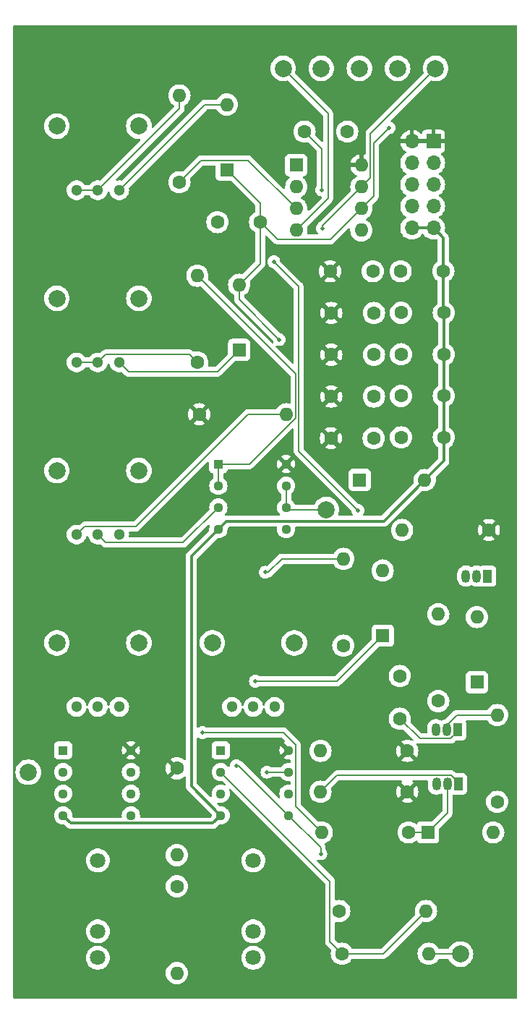
<source format=gbr>
%TF.GenerationSoftware,KiCad,Pcbnew,8.0.4*%
%TF.CreationDate,2024-08-29T01:46:08-04:00*%
%TF.ProjectId,adsr,61647372-2e6b-4696-9361-645f70636258,rev?*%
%TF.SameCoordinates,Original*%
%TF.FileFunction,Copper,L2,Bot*%
%TF.FilePolarity,Positive*%
%FSLAX46Y46*%
G04 Gerber Fmt 4.6, Leading zero omitted, Abs format (unit mm)*
G04 Created by KiCad (PCBNEW 8.0.4) date 2024-08-29 01:46:08*
%MOMM*%
%LPD*%
G01*
G04 APERTURE LIST*
%TA.AperFunction,ComponentPad*%
%ADD10C,1.600000*%
%TD*%
%TA.AperFunction,ComponentPad*%
%ADD11C,2.000000*%
%TD*%
%TA.AperFunction,ComponentPad*%
%ADD12C,1.300000*%
%TD*%
%TA.AperFunction,ComponentPad*%
%ADD13O,1.600000X1.600000*%
%TD*%
%TA.AperFunction,ComponentPad*%
%ADD14R,1.130000X1.130000*%
%TD*%
%TA.AperFunction,ComponentPad*%
%ADD15C,1.130000*%
%TD*%
%TA.AperFunction,ComponentPad*%
%ADD16R,1.600000X1.600000*%
%TD*%
%TA.AperFunction,ComponentPad*%
%ADD17R,1.050000X1.500000*%
%TD*%
%TA.AperFunction,ComponentPad*%
%ADD18O,1.050000X1.500000*%
%TD*%
%TA.AperFunction,ComponentPad*%
%ADD19C,1.800000*%
%TD*%
%TA.AperFunction,ComponentPad*%
%ADD20R,1.700000X1.700000*%
%TD*%
%TA.AperFunction,ComponentPad*%
%ADD21O,1.700000X1.700000*%
%TD*%
%TA.AperFunction,ViaPad*%
%ADD22C,0.500000*%
%TD*%
%TA.AperFunction,Conductor*%
%ADD23C,0.160000*%
%TD*%
%TA.AperFunction,Conductor*%
%ADD24C,0.300000*%
%TD*%
G04 APERTURE END LIST*
D10*
%TO.P,C4,1*%
%TO.N,+12V*%
X88100000Y-84800000D03*
%TO.P,C4,2*%
%TO.N,GND*%
X93100000Y-84800000D03*
%TD*%
D11*
%TO.P,Release,*%
%TO.N,*%
X56100000Y-128300000D03*
X65700000Y-128300000D03*
D12*
%TO.P,Release,1,1*%
%TO.N,Net-(R7-Pad2)*%
X58400000Y-135800000D03*
%TO.P,Release,2,2*%
X60900000Y-135800000D03*
%TO.P,Release,3,3*%
%TO.N,Net-(D3-K)*%
X63400000Y-135800000D03*
%TD*%
D10*
%TO.P,R1,1*%
%TO.N,+12V*%
X97130000Y-145740000D03*
D13*
%TO.P,R1,2*%
%TO.N,Net-(Q1-C)*%
X86970000Y-145740000D03*
%TD*%
D14*
%TO.P,U2,1*%
%TO.N,Net-(U2A--)*%
X75010000Y-107380000D03*
D15*
%TO.P,U2,2,-*%
X75010000Y-109920000D03*
%TO.P,U2,3,+*%
%TO.N,Net-(U2A-+)*%
X75010000Y-112460000D03*
%TO.P,U2,4,V-*%
%TO.N,-12V*%
X75010000Y-115000000D03*
%TO.P,U2,5,+*%
%TO.N,THRESHOLD*%
X82950000Y-115000000D03*
%TO.P,U2,6,-*%
%TO.N,Net-(U2B--)*%
X82950000Y-112460000D03*
%TO.P,U2,7*%
X82950000Y-109920000D03*
%TO.P,U2,8,V+*%
%TO.N,+12V*%
X82950000Y-107380000D03*
%TD*%
D16*
%TO.P,U1,1,GND*%
%TO.N,GND*%
X84130000Y-72380000D03*
D13*
%TO.P,U1,2,TR*%
%TO.N,TRIGGER*%
X84130000Y-74920000D03*
%TO.P,U1,3,Q*%
%TO.N,OUT*%
X84130000Y-77460000D03*
%TO.P,U1,4,R*%
%TO.N,RESET*%
X84130000Y-80000000D03*
%TO.P,U1,5,CV*%
%TO.N,Net-(U1-CV)*%
X91750000Y-80000000D03*
%TO.P,U1,6,THR*%
%TO.N,THRESHOLD*%
X91750000Y-77460000D03*
%TO.P,U1,7,DIS*%
%TO.N,DISCHARGE*%
X91750000Y-74920000D03*
%TO.P,U1,8,VCC*%
%TO.N,+12V*%
X91750000Y-72380000D03*
%TD*%
D10*
%TO.P,R8,1*%
%TO.N,Net-(D1-K)*%
X97280000Y-150500000D03*
D13*
%TO.P,R8,2*%
%TO.N,Net-(R8-Pad2)*%
X87120000Y-150500000D03*
%TD*%
D10*
%TO.P,R7,1*%
%TO.N,RESET*%
X89650000Y-128630000D03*
D13*
%TO.P,R7,2*%
%TO.N,Net-(R7-Pad2)*%
X89650000Y-118470000D03*
%TD*%
D10*
%TO.P,C13,1*%
%TO.N,GND*%
X96400000Y-104250000D03*
%TO.P,C13,2*%
%TO.N,-12V*%
X101400000Y-104250000D03*
%TD*%
D17*
%TO.P,Q3,1,C*%
%TO.N,TRIG*%
X106530000Y-120500000D03*
D18*
%TO.P,Q3,2,B*%
%TO.N,Net-(Q3-B)*%
X105260000Y-120500000D03*
%TO.P,Q3,3,E*%
%TO.N,GND*%
X103990000Y-120500000D03*
%TD*%
D10*
%TO.P,C5,1*%
%TO.N,+12V*%
X88230000Y-89687500D03*
%TO.P,C5,2*%
%TO.N,GND*%
X93230000Y-89687500D03*
%TD*%
%TO.P,C1,1*%
%TO.N,Net-(D2-K)*%
X96260000Y-132190000D03*
%TO.P,C1,2*%
%TO.N,RESET*%
X96260000Y-137190000D03*
%TD*%
D11*
%TO.P,Attack,*%
%TO.N,*%
X56100000Y-67812500D03*
X65700000Y-67812500D03*
D12*
%TO.P,Attack,1,1*%
%TO.N,Net-(Attack1-Pad1)*%
X58400000Y-75312500D03*
%TO.P,Attack,2,2*%
X60900000Y-75312500D03*
%TO.P,Attack,3,3*%
%TO.N,Net-(D4-A)*%
X63400000Y-75312500D03*
%TD*%
D10*
%TO.P,C2,1*%
%TO.N,GND*%
X74900000Y-79050000D03*
%TO.P,C2,2*%
%TO.N,THRESHOLD*%
X79900000Y-79050000D03*
%TD*%
%TO.P,R10,1*%
%TO.N,Net-(D2-K)*%
X100760000Y-135120000D03*
D13*
%TO.P,R10,2*%
%TO.N,Net-(Q3-B)*%
X100760000Y-124960000D03*
%TD*%
D10*
%TO.P,C3,1*%
%TO.N,Net-(U1-CV)*%
X85100000Y-68450000D03*
%TO.P,C3,2*%
%TO.N,GND*%
X90100000Y-68450000D03*
%TD*%
D11*
%TO.P,Decay,*%
%TO.N,*%
X56100000Y-87975000D03*
X65700000Y-87975000D03*
D12*
%TO.P,Decay,1,1*%
%TO.N,Net-(Decay1-Pad1)*%
X58400000Y-95475000D03*
%TO.P,Decay,2,2*%
X60900000Y-95475000D03*
%TO.P,Decay,3,3*%
%TO.N,Net-(D5-K)*%
X63400000Y-95475000D03*
%TD*%
D11*
%TO.P,TP4,1,1*%
%TO.N,OUT*%
X91525000Y-61050000D03*
%TD*%
D19*
%TO.P,Output,1*%
%TO.N,GND*%
X79100000Y-165180000D03*
%TO.P,Output,2*%
X79100000Y-162080000D03*
%TO.P,Output,3*%
%TO.N,Net-(U3B--)*%
X79100000Y-153780000D03*
%TD*%
D10*
%TO.P,C6,1*%
%TO.N,+12V*%
X88230000Y-94575000D03*
%TO.P,C6,2*%
%TO.N,GND*%
X93230000Y-94575000D03*
%TD*%
%TO.P,R12,1*%
%TO.N,Net-(U2B--)*%
X89170000Y-159700000D03*
D13*
%TO.P,R12,2*%
%TO.N,Net-(U3A--)*%
X99330000Y-159700000D03*
%TD*%
D11*
%TO.P,TP3,1,1*%
%TO.N,TRIGGER*%
X87062500Y-61050000D03*
%TD*%
D10*
%TO.P,R3,1*%
%TO.N,+12V*%
X106680000Y-115100000D03*
D13*
%TO.P,R3,2*%
%TO.N,TRIG*%
X96520000Y-115100000D03*
%TD*%
D11*
%TO.P,Sustain,*%
%TO.N,*%
X56100000Y-108137500D03*
X65700000Y-108137500D03*
D12*
%TO.P,Sustain,1,1*%
%TO.N,Net-(R4-Pad2)*%
X58400000Y-115637500D03*
%TO.P,Sustain,2,2*%
%TO.N,Net-(U2A-+)*%
X60900000Y-115637500D03*
%TO.P,Sustain,3,3*%
%TO.N,DISCHARGE*%
X63400000Y-115637500D03*
%TD*%
D10*
%TO.P,C9,1*%
%TO.N,GND*%
X96350000Y-84800000D03*
%TO.P,C9,2*%
%TO.N,-12V*%
X101350000Y-84800000D03*
%TD*%
%TO.P,C7,1*%
%TO.N,+12V*%
X88230000Y-99462500D03*
%TO.P,C7,2*%
%TO.N,GND*%
X93230000Y-99462500D03*
%TD*%
D16*
%TO.P,D4,1,K*%
%TO.N,THRESHOLD*%
X76000000Y-72910000D03*
D13*
%TO.P,D4,2,A*%
%TO.N,Net-(D4-A)*%
X76000000Y-65290000D03*
%TD*%
D16*
%TO.P,D5,1,K*%
%TO.N,Net-(D5-K)*%
X77450000Y-94010000D03*
D13*
%TO.P,D5,2,A*%
%TO.N,THRESHOLD*%
X77450000Y-86390000D03*
%TD*%
D14*
%TO.P,U3,1*%
%TO.N,Net-(U3B-+)*%
X75280000Y-140890000D03*
D15*
%TO.P,U3,2,-*%
%TO.N,Net-(U3A--)*%
X75280000Y-143430000D03*
%TO.P,U3,3,+*%
%TO.N,Net-(U3A-+)*%
X75280000Y-145970000D03*
%TO.P,U3,4,V-*%
%TO.N,-12V*%
X75280000Y-148510000D03*
%TO.P,U3,5,+*%
%TO.N,Net-(U3B-+)*%
X83220000Y-148510000D03*
%TO.P,U3,6,-*%
%TO.N,Net-(U3B--)*%
X83220000Y-145970000D03*
%TO.P,U3,7*%
X83220000Y-143430000D03*
%TO.P,U3,8,V+*%
%TO.N,+12V*%
X83220000Y-140890000D03*
%TD*%
D11*
%TO.P,TP1,1,1*%
%TO.N,Net-(U4A--)*%
X52750000Y-143450000D03*
%TD*%
D10*
%TO.P,R2,1*%
%TO.N,+12V*%
X97130000Y-140950000D03*
D13*
%TO.P,R2,2*%
%TO.N,RESET*%
X86970000Y-140950000D03*
%TD*%
D10*
%TO.P,C11,1*%
%TO.N,GND*%
X96400000Y-94525000D03*
%TO.P,C11,2*%
%TO.N,-12V*%
X101400000Y-94525000D03*
%TD*%
%TO.P,C8,1*%
%TO.N,+12V*%
X88200000Y-104350000D03*
%TO.P,C8,2*%
%TO.N,GND*%
X93200000Y-104350000D03*
%TD*%
D16*
%TO.P,D1,1,K*%
%TO.N,Net-(D1-K)*%
X99570000Y-150500000D03*
D13*
%TO.P,D1,2,A*%
%TO.N,GND*%
X107190000Y-150500000D03*
%TD*%
D11*
%TO.P,TP2,1,1*%
%TO.N,RESET*%
X82600000Y-61050000D03*
%TD*%
%TO.P,TP6,1,1*%
%TO.N,DISCHARGE*%
X100450000Y-61050000D03*
%TD*%
D10*
%TO.P,R6,1*%
%TO.N,OUT*%
X70450000Y-74380000D03*
D13*
%TO.P,R6,2*%
%TO.N,Net-(Attack1-Pad1)*%
X70450000Y-64220000D03*
%TD*%
D14*
%TO.P,U4,1*%
%TO.N,Net-(R8-Pad2)*%
X56830000Y-140890000D03*
D15*
%TO.P,U4,2,-*%
%TO.N,Net-(U4A--)*%
X56830000Y-143430000D03*
%TO.P,U4,3,+*%
%TO.N,IN*%
X56830000Y-145970000D03*
%TO.P,U4,4,V-*%
%TO.N,-12V*%
X56830000Y-148510000D03*
%TO.P,U4,5,+*%
%TO.N,unconnected-(U4B-+-Pad5)*%
X64770000Y-148510000D03*
%TO.P,U4,6,-*%
%TO.N,unconnected-(U4B---Pad6)*%
X64770000Y-145970000D03*
%TO.P,U4,7*%
%TO.N,unconnected-(U4-Pad7)*%
X64770000Y-143430000D03*
%TO.P,U4,8,V+*%
%TO.N,+12V*%
X64770000Y-140890000D03*
%TD*%
D17*
%TO.P,Q1,1,C*%
%TO.N,Net-(Q1-C)*%
X103100000Y-144840000D03*
D18*
%TO.P,Q1,2,B*%
%TO.N,Net-(D1-K)*%
X101830000Y-144840000D03*
%TO.P,Q1,3,E*%
%TO.N,GND*%
X100560000Y-144840000D03*
%TD*%
D11*
%TO.P,TP7,1,1*%
%TO.N,Net-(U2B--)*%
X87650000Y-112700000D03*
%TD*%
D16*
%TO.P,D6,1,K*%
%TO.N,GND*%
X91560000Y-109240000D03*
D13*
%TO.P,D6,2,A*%
%TO.N,-12V*%
X99180000Y-109240000D03*
%TD*%
D10*
%TO.P,R9,1*%
%TO.N,Net-(Q1-C)*%
X107660000Y-146920000D03*
D13*
%TO.P,R9,2*%
%TO.N,Net-(Q2-B)*%
X107660000Y-136760000D03*
%TD*%
D10*
%TO.P,R14,1*%
%TO.N,Net-(U4A--)*%
X70150000Y-156820000D03*
D13*
%TO.P,R14,2*%
%TO.N,GND*%
X70150000Y-166980000D03*
%TD*%
D11*
%TO.P,Attenuverter,*%
%TO.N,*%
X74300000Y-128300000D03*
X83900000Y-128300000D03*
D12*
%TO.P,Attenuverter,1,1*%
%TO.N,GND*%
X76600000Y-135800000D03*
%TO.P,Attenuverter,2,2*%
%TO.N,Net-(U3A-+)*%
X79100000Y-135800000D03*
%TO.P,Attenuverter,3,3*%
%TO.N,Net-(U2B--)*%
X81600000Y-135800000D03*
%TD*%
D10*
%TO.P,C12,1*%
%TO.N,GND*%
X96400000Y-99387500D03*
%TO.P,C12,2*%
%TO.N,-12V*%
X101400000Y-99387500D03*
%TD*%
%TO.P,C10,1*%
%TO.N,GND*%
X96400000Y-89662500D03*
%TO.P,C10,2*%
%TO.N,-12V*%
X101400000Y-89662500D03*
%TD*%
D17*
%TO.P,Q2,1,C*%
%TO.N,RESET*%
X103020000Y-138490000D03*
D18*
%TO.P,Q2,2,B*%
%TO.N,Net-(Q2-B)*%
X101750000Y-138490000D03*
%TO.P,Q2,3,E*%
%TO.N,GND*%
X100480000Y-138490000D03*
%TD*%
D10*
%TO.P,R13,1*%
%TO.N,+12V*%
X70150000Y-142990000D03*
D13*
%TO.P,R13,2*%
%TO.N,Net-(U4A--)*%
X70150000Y-153150000D03*
%TD*%
D19*
%TO.P,Input,1*%
%TO.N,GND*%
X60900000Y-165180000D03*
%TO.P,Input,2*%
X60900000Y-162080000D03*
%TO.P,Input,3*%
%TO.N,IN*%
X60900000Y-153780000D03*
%TD*%
D10*
%TO.P,R11,1*%
%TO.N,Net-(U3A--)*%
X89470000Y-164700000D03*
D13*
%TO.P,R11,2*%
%TO.N,Net-(U3B-+)*%
X99630000Y-164700000D03*
%TD*%
D10*
%TO.P,R4,1*%
%TO.N,+12V*%
X72770000Y-101550000D03*
D13*
%TO.P,R4,2*%
%TO.N,Net-(R4-Pad2)*%
X82930000Y-101550000D03*
%TD*%
D16*
%TO.P,D2,1,K*%
%TO.N,Net-(D2-K)*%
X105280000Y-132910000D03*
D13*
%TO.P,D2,2,A*%
%TO.N,GND*%
X105280000Y-125290000D03*
%TD*%
D11*
%TO.P,TP5,1,1*%
%TO.N,THRESHOLD*%
X95987500Y-61050000D03*
%TD*%
D16*
%TO.P,D3,1,K*%
%TO.N,Net-(D3-K)*%
X94250000Y-127460000D03*
D13*
%TO.P,D3,2,A*%
%TO.N,THRESHOLD*%
X94250000Y-119840000D03*
%TD*%
D10*
%TO.P,R5,1*%
%TO.N,Net-(Decay1-Pad1)*%
X72550000Y-95480000D03*
D13*
%TO.P,R5,2*%
%TO.N,Net-(U2A--)*%
X72550000Y-85320000D03*
%TD*%
D11*
%TO.P,TP8,1,1*%
%TO.N,Net-(U3B-+)*%
X103350000Y-164750000D03*
%TD*%
D20*
%TO.P,Power1,1,+12V*%
%TO.N,+12V*%
X100200000Y-69590000D03*
D21*
%TO.P,Power1,2,+12V*%
X97660000Y-69590000D03*
%TO.P,Power1,3,GND*%
%TO.N,GND*%
X100200000Y-72130000D03*
%TO.P,Power1,4,GND*%
X97660000Y-72130000D03*
%TO.P,Power1,5,GND*%
X100200000Y-74670000D03*
%TO.P,Power1,6,GND*%
X97660000Y-74670000D03*
%TO.P,Power1,7,GND*%
X100200000Y-77210000D03*
%TO.P,Power1,8,GND*%
X97660000Y-77210000D03*
%TO.P,Power1,9,-12V*%
%TO.N,-12V*%
X100200000Y-79750000D03*
%TO.P,Power1,10,-12V*%
X97660000Y-79750000D03*
%TD*%
D22*
%TO.N,RESET*%
X91350000Y-112800000D03*
X81500000Y-83700000D03*
%TO.N,THRESHOLD*%
X82150000Y-92800000D03*
X95000000Y-68000000D03*
%TO.N,Net-(U1-CV)*%
X87130122Y-75280122D03*
%TO.N,+12V*%
X85000000Y-109000000D03*
%TO.N,Net-(D3-K)*%
X79350000Y-132800000D03*
%TO.N,Net-(U3B--)*%
X80700000Y-143450000D03*
%TO.N,Net-(R7-Pad2)*%
X80500000Y-120050000D03*
%TO.N,Net-(R8-Pad2)*%
X73150000Y-138800000D03*
%TO.N,Net-(U3B-+)*%
X77100000Y-142700000D03*
X87000000Y-153000000D03*
%TO.N,DISCHARGE*%
X87200000Y-79800000D03*
%TD*%
D23*
%TO.N,Net-(Attack1-Pad1)*%
X60900000Y-75312500D02*
X58400000Y-75312500D01*
X70450000Y-65762500D02*
X60900000Y-75312500D01*
X70450000Y-64220000D02*
X70450000Y-65762500D01*
%TO.N,Net-(D4-A)*%
X73422500Y-65290000D02*
X63400000Y-75312500D01*
X76000000Y-65290000D02*
X73422500Y-65290000D01*
%TO.N,Net-(U2B--)*%
X83190000Y-112700000D02*
X82950000Y-112460000D01*
X87650000Y-112700000D02*
X83190000Y-112700000D01*
X82950000Y-112460000D02*
X82950000Y-109920000D01*
%TO.N,RESET*%
X84410000Y-86610000D02*
X84410000Y-105860000D01*
X81500000Y-83700000D02*
X84410000Y-86610000D01*
X102215000Y-139520000D02*
X98590000Y-139520000D01*
X84130000Y-80000000D02*
X87850000Y-76280000D01*
X84410000Y-105860000D02*
X91350000Y-112800000D01*
X98590000Y-139520000D02*
X96260000Y-137190000D01*
X103020000Y-138490000D02*
X103020000Y-138715000D01*
X87850000Y-66300000D02*
X82600000Y-61050000D01*
X103020000Y-138715000D02*
X102215000Y-139520000D01*
X87850000Y-76280000D02*
X87850000Y-66300000D01*
%TO.N,THRESHOLD*%
X79900000Y-79050000D02*
X79900000Y-83940000D01*
X81930000Y-81080000D02*
X88130000Y-81080000D01*
X93190000Y-69810000D02*
X95000000Y-68000000D01*
X77450000Y-86390000D02*
X77450000Y-88100000D01*
X77450000Y-88100000D02*
X82150000Y-92800000D01*
X79900000Y-79050000D02*
X81930000Y-81080000D01*
X88130000Y-81080000D02*
X91750000Y-77460000D01*
X79900000Y-83940000D02*
X77450000Y-86390000D01*
X79900000Y-76810000D02*
X76000000Y-72910000D01*
X79900000Y-79050000D02*
X79900000Y-76810000D01*
X91750000Y-77460000D02*
X93190000Y-76020000D01*
X93190000Y-76020000D02*
X93190000Y-69810000D01*
%TO.N,Net-(U1-CV)*%
X87130122Y-70480122D02*
X87130122Y-75280122D01*
X85100000Y-68450000D02*
X87130122Y-70480122D01*
D24*
%TO.N,+12V*%
X85000000Y-109000000D02*
X84570000Y-109000000D01*
X84570000Y-109000000D02*
X82950000Y-107380000D01*
%TO.N,-12V*%
X101400000Y-89662500D02*
X101400000Y-94525000D01*
X71850000Y-118160000D02*
X71850000Y-145080000D01*
X100200000Y-79750000D02*
X101350000Y-80900000D01*
X71850000Y-145080000D02*
X75280000Y-148510000D01*
X101400000Y-99387500D02*
X101400000Y-104250000D01*
X75280000Y-148510000D02*
X74365000Y-149425000D01*
X74365000Y-149425000D02*
X57745000Y-149425000D01*
X97660000Y-79750000D02*
X100200000Y-79750000D01*
X101400000Y-107020000D02*
X99180000Y-109240000D01*
X75960000Y-114050000D02*
X75010000Y-115000000D01*
X99180000Y-109240000D02*
X94370000Y-114050000D01*
X101350000Y-89612500D02*
X101400000Y-89662500D01*
X57745000Y-149425000D02*
X56830000Y-148510000D01*
X101350000Y-84800000D02*
X101350000Y-89612500D01*
X75010000Y-115000000D02*
X71850000Y-118160000D01*
X101400000Y-94525000D02*
X101400000Y-99387500D01*
X101350000Y-80900000D02*
X101350000Y-84800000D01*
X101400000Y-104250000D02*
X101400000Y-107020000D01*
X94370000Y-114050000D02*
X75960000Y-114050000D01*
D23*
%TO.N,Net-(D1-K)*%
X101830000Y-148240000D02*
X101830000Y-144840000D01*
X97280000Y-150500000D02*
X99570000Y-150500000D01*
X99570000Y-150500000D02*
X101830000Y-148240000D01*
%TO.N,Net-(D3-K)*%
X88910000Y-132800000D02*
X94250000Y-127460000D01*
X79350000Y-132800000D02*
X88910000Y-132800000D01*
%TO.N,Net-(D5-K)*%
X64485000Y-96560000D02*
X74900000Y-96560000D01*
X74900000Y-96560000D02*
X77450000Y-94010000D01*
X63400000Y-95475000D02*
X64485000Y-96560000D01*
%TO.N,Net-(Decay1-Pad1)*%
X60900000Y-95475000D02*
X58400000Y-95475000D01*
X60900000Y-95475000D02*
X61830000Y-94545000D01*
X71615000Y-94545000D02*
X72550000Y-95480000D01*
X61830000Y-94545000D02*
X71615000Y-94545000D01*
%TO.N,Net-(U3B--)*%
X80700000Y-143450000D02*
X80720000Y-143430000D01*
X80720000Y-143430000D02*
X83220000Y-143430000D01*
%TO.N,Net-(Q1-C)*%
X86970000Y-145740000D02*
X88900000Y-143810000D01*
X102295000Y-143810000D02*
X103100000Y-144615000D01*
X88900000Y-143810000D02*
X102295000Y-143810000D01*
X103100000Y-144615000D02*
X103100000Y-144840000D01*
%TO.N,Net-(Q2-B)*%
X101750000Y-137925000D02*
X102915000Y-136760000D01*
X101750000Y-138490000D02*
X101750000Y-137925000D01*
X102915000Y-136760000D02*
X107660000Y-136760000D01*
%TO.N,Net-(R4-Pad2)*%
X65342500Y-114707500D02*
X78500000Y-101550000D01*
X58400000Y-115637500D02*
X59330000Y-114707500D01*
X59330000Y-114707500D02*
X65342500Y-114707500D01*
X78500000Y-101550000D02*
X82930000Y-101550000D01*
%TO.N,Net-(U2A--)*%
X84050000Y-96820000D02*
X72550000Y-85320000D01*
X78627351Y-107380000D02*
X84050000Y-101957351D01*
X84050000Y-101957351D02*
X84050000Y-96820000D01*
X75010000Y-107380000D02*
X78627351Y-107380000D01*
X75010000Y-109920000D02*
X75010000Y-107380000D01*
%TO.N,OUT*%
X84130000Y-77460000D02*
X78500000Y-71830000D01*
X73000000Y-71830000D02*
X70450000Y-74380000D01*
X78500000Y-71830000D02*
X73000000Y-71830000D01*
%TO.N,Net-(R7-Pad2)*%
X82430000Y-118470000D02*
X89650000Y-118470000D01*
X80850000Y-120050000D02*
X82430000Y-118470000D01*
X80500000Y-120050000D02*
X80850000Y-120050000D01*
%TO.N,Net-(R8-Pad2)*%
X82650000Y-138800000D02*
X73150000Y-138800000D01*
X87120000Y-150500000D02*
X84065000Y-147445000D01*
X84065000Y-147445000D02*
X84065000Y-140215000D01*
X84065000Y-140215000D02*
X82650000Y-138800000D01*
%TO.N,Net-(U3B-+)*%
X83220000Y-148510000D02*
X77410000Y-142700000D01*
X77410000Y-142700000D02*
X77100000Y-142700000D01*
X103350000Y-164750000D02*
X99680000Y-164750000D01*
X87000000Y-152290000D02*
X83220000Y-148510000D01*
X99680000Y-164750000D02*
X99630000Y-164700000D01*
X87000000Y-153000000D02*
X87000000Y-152290000D01*
%TO.N,Net-(U3A--)*%
X88090000Y-163320000D02*
X89470000Y-164700000D01*
X88090000Y-156240000D02*
X88090000Y-163320000D01*
X89470000Y-164700000D02*
X94330000Y-164700000D01*
X75280000Y-143430000D02*
X88090000Y-156240000D01*
X94330000Y-164700000D02*
X99330000Y-159700000D01*
%TO.N,DISCHARGE*%
X87200000Y-79470000D02*
X87200000Y-79800000D01*
X91750000Y-74920000D02*
X87200000Y-79470000D01*
X92830000Y-73840000D02*
X92830000Y-68670000D01*
X91750000Y-74920000D02*
X92830000Y-73840000D01*
X92830000Y-68670000D02*
X100450000Y-61050000D01*
%TO.N,Net-(U2A-+)*%
X61830000Y-116567500D02*
X70902500Y-116567500D01*
X70902500Y-116567500D02*
X75010000Y-112460000D01*
X60900000Y-115637500D02*
X61830000Y-116567500D01*
%TD*%
%TA.AperFunction,Conductor*%
%TO.N,+12V*%
G36*
X72690473Y-139397617D02*
G01*
X72822307Y-139480454D01*
X72822305Y-139480454D01*
X72822309Y-139480455D01*
X72822310Y-139480456D01*
X72885623Y-139502610D01*
X72981943Y-139536314D01*
X73149997Y-139555249D01*
X73150000Y-139555249D01*
X73150003Y-139555249D01*
X73318056Y-139536314D01*
X73318059Y-139536313D01*
X73477690Y-139480456D01*
X73606519Y-139399507D01*
X73672492Y-139380500D01*
X82358187Y-139380500D01*
X82425226Y-139400185D01*
X82445868Y-139416819D01*
X82770372Y-139741323D01*
X82803857Y-139802646D01*
X82798873Y-139872338D01*
X82757001Y-139928271D01*
X82741144Y-139938362D01*
X82663446Y-139979892D01*
X82663446Y-139979893D01*
X83183553Y-140500000D01*
X83168656Y-140500000D01*
X83069466Y-140526578D01*
X82980535Y-140577923D01*
X82907923Y-140650535D01*
X82856578Y-140739466D01*
X82830000Y-140838656D01*
X82830000Y-140853553D01*
X82309893Y-140333446D01*
X82231307Y-140480471D01*
X82170409Y-140681225D01*
X82149847Y-140890000D01*
X82170409Y-141098774D01*
X82231309Y-141299534D01*
X82309892Y-141446552D01*
X82309893Y-141446552D01*
X82830000Y-140926446D01*
X82830000Y-140941344D01*
X82856578Y-141040534D01*
X82907923Y-141129465D01*
X82980535Y-141202077D01*
X83069466Y-141253422D01*
X83168656Y-141280000D01*
X83183552Y-141280000D01*
X82663445Y-141800106D01*
X82810465Y-141878690D01*
X83011227Y-141939590D01*
X83011223Y-141939590D01*
X83219999Y-141960152D01*
X83348345Y-141947511D01*
X83416991Y-141960529D01*
X83467702Y-142008594D01*
X83484500Y-142070914D01*
X83484500Y-142248582D01*
X83464815Y-142315621D01*
X83412011Y-142361376D01*
X83348347Y-142371985D01*
X83220001Y-142359345D01*
X83220000Y-142359345D01*
X83011123Y-142379917D01*
X82810276Y-142440844D01*
X82625181Y-142539779D01*
X82625174Y-142539783D01*
X82462932Y-142672932D01*
X82355233Y-142804165D01*
X82297487Y-142843499D01*
X82259380Y-142849500D01*
X81190663Y-142849500D01*
X81124691Y-142830494D01*
X81027692Y-142769545D01*
X81027691Y-142769544D01*
X81027690Y-142769544D01*
X80989370Y-142756135D01*
X80868056Y-142713685D01*
X80700003Y-142694751D01*
X80699997Y-142694751D01*
X80531943Y-142713685D01*
X80372305Y-142769545D01*
X80372302Y-142769547D01*
X80229115Y-142859518D01*
X80229109Y-142859523D01*
X80109523Y-142979109D01*
X80109518Y-142979115D01*
X80019547Y-143122302D01*
X80019545Y-143122305D01*
X79963685Y-143281943D01*
X79944751Y-143449997D01*
X79944751Y-143450002D01*
X79963685Y-143618056D01*
X80019545Y-143777694D01*
X80019547Y-143777697D01*
X80109518Y-143920884D01*
X80109523Y-143920890D01*
X80229109Y-144040476D01*
X80229115Y-144040481D01*
X80372302Y-144130452D01*
X80372305Y-144130454D01*
X80372309Y-144130455D01*
X80372310Y-144130456D01*
X80444913Y-144155860D01*
X80531943Y-144186314D01*
X80699997Y-144205249D01*
X80700000Y-144205249D01*
X80700003Y-144205249D01*
X80868056Y-144186314D01*
X80868059Y-144186313D01*
X81027690Y-144130456D01*
X81027692Y-144130454D01*
X81027694Y-144130454D01*
X81027697Y-144130452D01*
X81170884Y-144040481D01*
X81170885Y-144040479D01*
X81170890Y-144040477D01*
X81170893Y-144040473D01*
X81174555Y-144037554D01*
X81239241Y-144011145D01*
X81251869Y-144010500D01*
X82259380Y-144010500D01*
X82326419Y-144030185D01*
X82355233Y-144055835D01*
X82462932Y-144187067D01*
X82625174Y-144320216D01*
X82625181Y-144320220D01*
X82793494Y-144410185D01*
X82810278Y-144419156D01*
X83011126Y-144480083D01*
X83220000Y-144500655D01*
X83348346Y-144488014D01*
X83416992Y-144501033D01*
X83467702Y-144549098D01*
X83484500Y-144611417D01*
X83484500Y-144788582D01*
X83464815Y-144855621D01*
X83412011Y-144901376D01*
X83348347Y-144911985D01*
X83220001Y-144899345D01*
X83220000Y-144899345D01*
X83011123Y-144919917D01*
X82810276Y-144980844D01*
X82625181Y-145079779D01*
X82625174Y-145079783D01*
X82462932Y-145212932D01*
X82329783Y-145375174D01*
X82329779Y-145375181D01*
X82230844Y-145560276D01*
X82169917Y-145761123D01*
X82149345Y-145970000D01*
X82169916Y-146178872D01*
X82226556Y-146365587D01*
X82227179Y-146435454D01*
X82189931Y-146494566D01*
X82126637Y-146524157D01*
X82057392Y-146514832D01*
X82020214Y-146489263D01*
X77766437Y-142235486D01*
X77766431Y-142235481D01*
X77634064Y-142159058D01*
X77633567Y-142158853D01*
X77632674Y-142158256D01*
X77627027Y-142154996D01*
X77627240Y-142154625D01*
X77593341Y-142131974D01*
X77570890Y-142109523D01*
X77570884Y-142109518D01*
X77427697Y-142019547D01*
X77427694Y-142019545D01*
X77268056Y-141963685D01*
X77100003Y-141944751D01*
X77099997Y-141944751D01*
X76931943Y-141963685D01*
X76772305Y-142019545D01*
X76772302Y-142019547D01*
X76629115Y-142109518D01*
X76629109Y-142109523D01*
X76509523Y-142229109D01*
X76509518Y-142229115D01*
X76419547Y-142372302D01*
X76419545Y-142372305D01*
X76363685Y-142531943D01*
X76344751Y-142699997D01*
X76344751Y-142701289D01*
X76344514Y-142702093D01*
X76343971Y-142706920D01*
X76343125Y-142706824D01*
X76325066Y-142768328D01*
X76272262Y-142814083D01*
X76203104Y-142824027D01*
X76139548Y-142795002D01*
X76124898Y-142779954D01*
X76037067Y-142672932D01*
X75874825Y-142539783D01*
X75874818Y-142539779D01*
X75689723Y-142440844D01*
X75488876Y-142379917D01*
X75280000Y-142359345D01*
X75071123Y-142379917D01*
X74870276Y-142440844D01*
X74685181Y-142539779D01*
X74685174Y-142539783D01*
X74522932Y-142672932D01*
X74389783Y-142835174D01*
X74389779Y-142835181D01*
X74290844Y-143020276D01*
X74229917Y-143221123D01*
X74209345Y-143430000D01*
X74229917Y-143638876D01*
X74290844Y-143839723D01*
X74389779Y-144024818D01*
X74389783Y-144024825D01*
X74522932Y-144187067D01*
X74685174Y-144320216D01*
X74685181Y-144320220D01*
X74853494Y-144410185D01*
X74870278Y-144419156D01*
X75071126Y-144480083D01*
X75280000Y-144500655D01*
X75448951Y-144484015D01*
X75517597Y-144497034D01*
X75548786Y-144519737D01*
X75799263Y-144770214D01*
X75832748Y-144831537D01*
X75827764Y-144901229D01*
X75785892Y-144957162D01*
X75720428Y-144981579D01*
X75675587Y-144976556D01*
X75488872Y-144919916D01*
X75280000Y-144899345D01*
X75071123Y-144919917D01*
X74870276Y-144980844D01*
X74685181Y-145079779D01*
X74685174Y-145079783D01*
X74522932Y-145212932D01*
X74389783Y-145375174D01*
X74389779Y-145375181D01*
X74290844Y-145560276D01*
X74229917Y-145761123D01*
X74209345Y-145970000D01*
X74229916Y-146178872D01*
X74243450Y-146223486D01*
X74244073Y-146293353D01*
X74206825Y-146352466D01*
X74143531Y-146382057D01*
X74074286Y-146372731D01*
X74037108Y-146347162D01*
X72536819Y-144846873D01*
X72503334Y-144785550D01*
X72500500Y-144759192D01*
X72500500Y-140277135D01*
X74214500Y-140277135D01*
X74214500Y-141502870D01*
X74214501Y-141502876D01*
X74220908Y-141562483D01*
X74271202Y-141697328D01*
X74271206Y-141697335D01*
X74357452Y-141812544D01*
X74357455Y-141812547D01*
X74472664Y-141898793D01*
X74472671Y-141898797D01*
X74607517Y-141949091D01*
X74607516Y-141949091D01*
X74611321Y-141949500D01*
X74667127Y-141955500D01*
X75892872Y-141955499D01*
X75952483Y-141949091D01*
X76087331Y-141898796D01*
X76202546Y-141812546D01*
X76288796Y-141697331D01*
X76339091Y-141562483D01*
X76345500Y-141502873D01*
X76345499Y-140277128D01*
X76339091Y-140217517D01*
X76288796Y-140082669D01*
X76288795Y-140082668D01*
X76288793Y-140082664D01*
X76202547Y-139967455D01*
X76202544Y-139967452D01*
X76087335Y-139881206D01*
X76087328Y-139881202D01*
X75952482Y-139830908D01*
X75952483Y-139830908D01*
X75892883Y-139824501D01*
X75892881Y-139824500D01*
X75892873Y-139824500D01*
X75892864Y-139824500D01*
X74667129Y-139824500D01*
X74667123Y-139824501D01*
X74607516Y-139830908D01*
X74472671Y-139881202D01*
X74472664Y-139881206D01*
X74357455Y-139967452D01*
X74357452Y-139967455D01*
X74271206Y-140082664D01*
X74271202Y-140082671D01*
X74220908Y-140217517D01*
X74214501Y-140277116D01*
X74214501Y-140277123D01*
X74214500Y-140277135D01*
X72500500Y-140277135D01*
X72500500Y-139502610D01*
X72520185Y-139435571D01*
X72572989Y-139389816D01*
X72642147Y-139379872D01*
X72690473Y-139397617D01*
G37*
%TD.AperFunction*%
%TA.AperFunction,Conductor*%
G36*
X83748834Y-103181982D02*
G01*
X83804767Y-103223854D01*
X83829184Y-103289318D01*
X83829500Y-103298164D01*
X83829500Y-105936424D01*
X83869060Y-106084065D01*
X83945484Y-106216435D01*
X83945485Y-106216436D01*
X83945486Y-106216437D01*
X90572412Y-112843363D01*
X90605897Y-112904686D01*
X90607951Y-112917158D01*
X90613687Y-112968059D01*
X90641615Y-113047874D01*
X90669544Y-113127692D01*
X90720966Y-113209527D01*
X90739967Y-113276764D01*
X90719600Y-113343599D01*
X90666332Y-113388813D01*
X90615973Y-113399500D01*
X89171473Y-113399500D01*
X89104434Y-113379815D01*
X89058679Y-113327011D01*
X89048735Y-113257853D01*
X89057916Y-113225692D01*
X89074063Y-113188881D01*
X89135108Y-112947821D01*
X89137649Y-112917158D01*
X89155643Y-112700005D01*
X89155643Y-112699994D01*
X89135109Y-112452187D01*
X89135107Y-112452175D01*
X89074063Y-112211118D01*
X88974173Y-111983393D01*
X88838166Y-111775217D01*
X88816557Y-111751744D01*
X88669744Y-111592262D01*
X88473509Y-111439526D01*
X88473507Y-111439525D01*
X88473506Y-111439524D01*
X88254811Y-111321172D01*
X88254802Y-111321169D01*
X88019616Y-111240429D01*
X87774335Y-111199500D01*
X87525665Y-111199500D01*
X87280383Y-111240429D01*
X87045197Y-111321169D01*
X87045188Y-111321172D01*
X86826493Y-111439524D01*
X86630257Y-111592261D01*
X86461833Y-111775217D01*
X86325825Y-111983395D01*
X86298668Y-112045309D01*
X86253713Y-112098795D01*
X86186977Y-112119486D01*
X86185112Y-112119500D01*
X84050479Y-112119500D01*
X83983440Y-112099815D01*
X83941121Y-112053953D01*
X83840220Y-111865181D01*
X83840216Y-111865174D01*
X83707067Y-111702932D01*
X83575835Y-111595232D01*
X83536501Y-111537486D01*
X83530500Y-111499379D01*
X83530500Y-110880620D01*
X83550185Y-110813581D01*
X83575835Y-110784767D01*
X83707067Y-110677067D01*
X83824405Y-110534091D01*
X83840217Y-110514824D01*
X83939156Y-110329722D01*
X84000083Y-110128874D01*
X84020655Y-109920000D01*
X84000083Y-109711126D01*
X83939156Y-109510278D01*
X83937491Y-109507163D01*
X83840220Y-109325181D01*
X83840216Y-109325174D01*
X83707067Y-109162932D01*
X83544825Y-109029783D01*
X83544818Y-109029779D01*
X83359723Y-108930844D01*
X83158876Y-108869917D01*
X82950000Y-108849345D01*
X82741123Y-108869917D01*
X82540276Y-108930844D01*
X82355181Y-109029779D01*
X82355174Y-109029783D01*
X82192932Y-109162932D01*
X82059783Y-109325174D01*
X82059779Y-109325181D01*
X81960844Y-109510276D01*
X81899917Y-109711123D01*
X81879345Y-109920000D01*
X81899917Y-110128876D01*
X81960844Y-110329723D01*
X82059779Y-110514818D01*
X82059783Y-110514825D01*
X82192932Y-110677067D01*
X82324165Y-110784767D01*
X82363499Y-110842513D01*
X82369500Y-110880620D01*
X82369500Y-111499379D01*
X82349815Y-111566418D01*
X82324165Y-111595232D01*
X82192932Y-111702932D01*
X82059783Y-111865174D01*
X82059779Y-111865181D01*
X81960844Y-112050276D01*
X81899917Y-112251123D01*
X81879345Y-112460000D01*
X81899917Y-112668876D01*
X81960844Y-112869723D01*
X82059779Y-113054818D01*
X82059783Y-113054825D01*
X82176328Y-113196835D01*
X82203641Y-113261145D01*
X82191850Y-113330013D01*
X82144698Y-113381573D01*
X82080475Y-113399500D01*
X75895927Y-113399500D01*
X75890768Y-113400008D01*
X75822122Y-113386988D01*
X75771413Y-113338922D01*
X75754741Y-113271070D01*
X75777398Y-113204976D01*
X75782764Y-113197940D01*
X75840415Y-113127693D01*
X75900217Y-113054824D01*
X75999156Y-112869722D01*
X76060083Y-112668874D01*
X76080655Y-112460000D01*
X76060083Y-112251126D01*
X75999156Y-112050278D01*
X75900217Y-111865176D01*
X75900216Y-111865174D01*
X75767067Y-111702932D01*
X75604825Y-111569783D01*
X75604818Y-111569779D01*
X75419723Y-111470844D01*
X75218876Y-111409917D01*
X75010000Y-111389345D01*
X74801123Y-111409917D01*
X74600276Y-111470844D01*
X74415181Y-111569779D01*
X74415174Y-111569783D01*
X74252932Y-111702932D01*
X74119783Y-111865174D01*
X74119779Y-111865181D01*
X74020844Y-112050276D01*
X73959917Y-112251123D01*
X73939345Y-112460000D01*
X73955984Y-112628951D01*
X73942965Y-112697597D01*
X73920262Y-112728785D01*
X70698368Y-115950681D01*
X70637045Y-115984166D01*
X70610687Y-115987000D01*
X64659065Y-115987000D01*
X64592026Y-115967315D01*
X64546271Y-115914511D01*
X64535594Y-115851559D01*
X64555429Y-115637500D01*
X64555429Y-115637499D01*
X64535594Y-115423441D01*
X64549009Y-115354871D01*
X64597366Y-115304440D01*
X64659065Y-115288000D01*
X65418923Y-115288000D01*
X65418925Y-115288000D01*
X65524359Y-115259749D01*
X65566565Y-115248440D01*
X65698935Y-115172016D01*
X65807016Y-115063935D01*
X73732821Y-107138128D01*
X73794142Y-107104645D01*
X73863834Y-107109629D01*
X73919767Y-107151501D01*
X73944184Y-107216965D01*
X73944500Y-107225811D01*
X73944500Y-107992870D01*
X73944501Y-107992876D01*
X73950908Y-108052483D01*
X74001202Y-108187328D01*
X74001206Y-108187335D01*
X74087452Y-108302544D01*
X74087455Y-108302547D01*
X74202664Y-108388793D01*
X74202671Y-108388797D01*
X74344785Y-108441802D01*
X74343986Y-108443944D01*
X74394721Y-108472826D01*
X74427114Y-108534733D01*
X74429500Y-108558940D01*
X74429500Y-108959379D01*
X74409815Y-109026418D01*
X74384165Y-109055232D01*
X74252932Y-109162932D01*
X74119783Y-109325174D01*
X74119779Y-109325181D01*
X74020844Y-109510276D01*
X73959917Y-109711123D01*
X73939345Y-109920000D01*
X73959917Y-110128876D01*
X74020844Y-110329723D01*
X74119779Y-110514818D01*
X74119783Y-110514825D01*
X74252932Y-110677067D01*
X74415174Y-110810216D01*
X74415181Y-110810220D01*
X74546891Y-110880620D01*
X74600278Y-110909156D01*
X74801126Y-110970083D01*
X75010000Y-110990655D01*
X75218874Y-110970083D01*
X75419722Y-110909156D01*
X75604824Y-110810217D01*
X75767067Y-110677067D01*
X75900217Y-110514824D01*
X75999156Y-110329722D01*
X76060083Y-110128874D01*
X76080655Y-109920000D01*
X76060083Y-109711126D01*
X75999156Y-109510278D01*
X75997491Y-109507163D01*
X75900220Y-109325181D01*
X75900216Y-109325174D01*
X75767067Y-109162932D01*
X75635835Y-109055232D01*
X75596501Y-108997486D01*
X75590500Y-108959379D01*
X75590500Y-108558940D01*
X75610185Y-108491901D01*
X75662989Y-108446146D01*
X75675265Y-108441938D01*
X75675215Y-108441802D01*
X75784991Y-108400858D01*
X75817331Y-108388796D01*
X75932546Y-108302546D01*
X76018796Y-108187331D01*
X76069091Y-108052483D01*
X76069090Y-108052483D01*
X76071802Y-108045215D01*
X76073944Y-108046013D01*
X76102826Y-107995279D01*
X76164733Y-107962886D01*
X76188940Y-107960500D01*
X78703774Y-107960500D01*
X78703776Y-107960500D01*
X78782149Y-107939500D01*
X78851416Y-107920940D01*
X78983786Y-107844516D01*
X79091867Y-107736435D01*
X79448302Y-107380000D01*
X81879847Y-107380000D01*
X81900409Y-107588774D01*
X81961309Y-107789534D01*
X82039892Y-107936552D01*
X82039893Y-107936552D01*
X82560000Y-107416446D01*
X82560000Y-107431344D01*
X82586578Y-107530534D01*
X82637923Y-107619465D01*
X82710535Y-107692077D01*
X82799466Y-107743422D01*
X82898656Y-107770000D01*
X82913553Y-107770000D01*
X82393445Y-108290106D01*
X82540465Y-108368690D01*
X82741227Y-108429590D01*
X82741223Y-108429590D01*
X82950000Y-108450152D01*
X83158774Y-108429590D01*
X83359532Y-108368690D01*
X83506553Y-108290105D01*
X82986448Y-107770000D01*
X83001344Y-107770000D01*
X83100534Y-107743422D01*
X83189465Y-107692077D01*
X83262077Y-107619465D01*
X83313422Y-107530534D01*
X83340000Y-107431344D01*
X83340000Y-107416447D01*
X83860105Y-107936552D01*
X83938690Y-107789532D01*
X83999590Y-107588774D01*
X84020152Y-107380000D01*
X83999590Y-107171225D01*
X83938690Y-106970465D01*
X83860106Y-106823445D01*
X83340000Y-107343551D01*
X83340000Y-107328656D01*
X83313422Y-107229466D01*
X83262077Y-107140535D01*
X83189465Y-107067923D01*
X83100534Y-107016578D01*
X83001344Y-106990000D01*
X82986448Y-106990000D01*
X83506552Y-106469893D01*
X83506552Y-106469892D01*
X83359534Y-106391309D01*
X83158772Y-106330409D01*
X83158776Y-106330409D01*
X82950000Y-106309847D01*
X82741225Y-106330409D01*
X82540471Y-106391307D01*
X82393446Y-106469893D01*
X82913553Y-106990000D01*
X82898656Y-106990000D01*
X82799466Y-107016578D01*
X82710535Y-107067923D01*
X82637923Y-107140535D01*
X82586578Y-107229466D01*
X82560000Y-107328656D01*
X82560000Y-107343553D01*
X82039893Y-106823446D01*
X81961307Y-106970471D01*
X81900409Y-107171225D01*
X81879847Y-107380000D01*
X79448302Y-107380000D01*
X83617819Y-103210483D01*
X83679142Y-103176998D01*
X83748834Y-103181982D01*
G37*
%TD.AperFunction*%
%TA.AperFunction,Conductor*%
G36*
X99734075Y-69397007D02*
G01*
X99700000Y-69524174D01*
X99700000Y-69655826D01*
X99734075Y-69782993D01*
X99766988Y-69840000D01*
X98093012Y-69840000D01*
X98125925Y-69782993D01*
X98160000Y-69655826D01*
X98160000Y-69524174D01*
X98125925Y-69397007D01*
X98093012Y-69340000D01*
X99766988Y-69340000D01*
X99734075Y-69397007D01*
G37*
%TD.AperFunction*%
%TA.AperFunction,Conductor*%
G36*
X109943039Y-56019685D02*
G01*
X109988794Y-56072489D01*
X110000000Y-56124000D01*
X110000000Y-169876000D01*
X109980315Y-169943039D01*
X109927511Y-169988794D01*
X109876000Y-170000000D01*
X51124000Y-170000000D01*
X51056961Y-169980315D01*
X51011206Y-169927511D01*
X51000000Y-169876000D01*
X51000000Y-166979998D01*
X68844532Y-166979998D01*
X68844532Y-166980001D01*
X68864364Y-167206686D01*
X68864366Y-167206697D01*
X68923258Y-167426488D01*
X68923261Y-167426497D01*
X69019431Y-167632732D01*
X69019432Y-167632734D01*
X69149954Y-167819141D01*
X69310858Y-167980045D01*
X69310861Y-167980047D01*
X69497266Y-168110568D01*
X69703504Y-168206739D01*
X69923308Y-168265635D01*
X70085230Y-168279801D01*
X70149998Y-168285468D01*
X70150000Y-168285468D01*
X70150002Y-168285468D01*
X70206673Y-168280509D01*
X70376692Y-168265635D01*
X70596496Y-168206739D01*
X70802734Y-168110568D01*
X70989139Y-167980047D01*
X71150047Y-167819139D01*
X71280568Y-167632734D01*
X71376739Y-167426496D01*
X71435635Y-167206692D01*
X71455468Y-166980000D01*
X71435635Y-166753308D01*
X71376739Y-166533504D01*
X71280568Y-166327266D01*
X71150047Y-166140861D01*
X71150045Y-166140858D01*
X70989141Y-165979954D01*
X70802734Y-165849432D01*
X70802732Y-165849431D01*
X70596497Y-165753261D01*
X70596488Y-165753258D01*
X70376697Y-165694366D01*
X70376693Y-165694365D01*
X70376692Y-165694365D01*
X70376691Y-165694364D01*
X70376686Y-165694364D01*
X70150002Y-165674532D01*
X70149998Y-165674532D01*
X69923313Y-165694364D01*
X69923302Y-165694366D01*
X69703511Y-165753258D01*
X69703502Y-165753261D01*
X69497267Y-165849431D01*
X69497265Y-165849432D01*
X69310858Y-165979954D01*
X69149954Y-166140858D01*
X69019432Y-166327265D01*
X69019431Y-166327267D01*
X68923261Y-166533502D01*
X68923258Y-166533511D01*
X68864366Y-166753302D01*
X68864364Y-166753313D01*
X68844532Y-166979998D01*
X51000000Y-166979998D01*
X51000000Y-165179993D01*
X59494700Y-165179993D01*
X59494700Y-165180006D01*
X59513864Y-165411297D01*
X59513866Y-165411308D01*
X59570842Y-165636300D01*
X59664075Y-165848848D01*
X59791016Y-166043147D01*
X59791019Y-166043151D01*
X59791021Y-166043153D01*
X59948216Y-166213913D01*
X59948219Y-166213915D01*
X59948222Y-166213918D01*
X60131365Y-166356464D01*
X60131371Y-166356468D01*
X60131374Y-166356470D01*
X60335497Y-166466936D01*
X60449487Y-166506068D01*
X60555015Y-166542297D01*
X60555017Y-166542297D01*
X60555019Y-166542298D01*
X60783951Y-166580500D01*
X60783952Y-166580500D01*
X61016048Y-166580500D01*
X61016049Y-166580500D01*
X61244981Y-166542298D01*
X61464503Y-166466936D01*
X61668626Y-166356470D01*
X61706148Y-166327266D01*
X61730129Y-166308600D01*
X61851784Y-166213913D01*
X62008979Y-166043153D01*
X62135924Y-165848849D01*
X62229157Y-165636300D01*
X62286134Y-165411305D01*
X62288448Y-165383377D01*
X62305300Y-165180006D01*
X62305300Y-165179993D01*
X77694700Y-165179993D01*
X77694700Y-165180006D01*
X77713864Y-165411297D01*
X77713866Y-165411308D01*
X77770842Y-165636300D01*
X77864075Y-165848848D01*
X77991016Y-166043147D01*
X77991019Y-166043151D01*
X77991021Y-166043153D01*
X78148216Y-166213913D01*
X78148219Y-166213915D01*
X78148222Y-166213918D01*
X78331365Y-166356464D01*
X78331371Y-166356468D01*
X78331374Y-166356470D01*
X78535497Y-166466936D01*
X78649487Y-166506068D01*
X78755015Y-166542297D01*
X78755017Y-166542297D01*
X78755019Y-166542298D01*
X78983951Y-166580500D01*
X78983952Y-166580500D01*
X79216048Y-166580500D01*
X79216049Y-166580500D01*
X79444981Y-166542298D01*
X79664503Y-166466936D01*
X79868626Y-166356470D01*
X79906148Y-166327266D01*
X79930129Y-166308600D01*
X80051784Y-166213913D01*
X80208979Y-166043153D01*
X80335924Y-165848849D01*
X80429157Y-165636300D01*
X80486134Y-165411305D01*
X80488448Y-165383377D01*
X80505300Y-165180006D01*
X80505300Y-165179993D01*
X80486135Y-164948702D01*
X80486133Y-164948691D01*
X80429157Y-164723699D01*
X80335924Y-164511151D01*
X80208983Y-164316852D01*
X80208980Y-164316849D01*
X80208979Y-164316847D01*
X80051784Y-164146087D01*
X80051779Y-164146083D01*
X80051777Y-164146081D01*
X79868634Y-164003535D01*
X79868628Y-164003531D01*
X79664504Y-163893064D01*
X79664495Y-163893061D01*
X79444984Y-163817702D01*
X79273282Y-163789050D01*
X79216049Y-163779500D01*
X78983951Y-163779500D01*
X78938164Y-163787140D01*
X78755015Y-163817702D01*
X78535504Y-163893061D01*
X78535495Y-163893064D01*
X78331371Y-164003531D01*
X78331365Y-164003535D01*
X78148222Y-164146081D01*
X78148219Y-164146084D01*
X77991016Y-164316852D01*
X77864075Y-164511151D01*
X77770842Y-164723699D01*
X77713866Y-164948691D01*
X77713864Y-164948702D01*
X77694700Y-165179993D01*
X62305300Y-165179993D01*
X62286135Y-164948702D01*
X62286133Y-164948691D01*
X62229157Y-164723699D01*
X62135924Y-164511151D01*
X62008983Y-164316852D01*
X62008980Y-164316849D01*
X62008979Y-164316847D01*
X61851784Y-164146087D01*
X61851779Y-164146083D01*
X61851777Y-164146081D01*
X61668634Y-164003535D01*
X61668628Y-164003531D01*
X61464504Y-163893064D01*
X61464495Y-163893061D01*
X61244984Y-163817702D01*
X61073282Y-163789050D01*
X61016049Y-163779500D01*
X60783951Y-163779500D01*
X60738164Y-163787140D01*
X60555015Y-163817702D01*
X60335504Y-163893061D01*
X60335495Y-163893064D01*
X60131371Y-164003531D01*
X60131365Y-164003535D01*
X59948222Y-164146081D01*
X59948219Y-164146084D01*
X59791016Y-164316852D01*
X59664075Y-164511151D01*
X59570842Y-164723699D01*
X59513866Y-164948691D01*
X59513864Y-164948702D01*
X59494700Y-165179993D01*
X51000000Y-165179993D01*
X51000000Y-162079993D01*
X59494700Y-162079993D01*
X59494700Y-162080006D01*
X59513864Y-162311297D01*
X59513866Y-162311308D01*
X59570842Y-162536300D01*
X59664075Y-162748848D01*
X59791016Y-162943147D01*
X59791019Y-162943151D01*
X59791021Y-162943153D01*
X59948216Y-163113913D01*
X59948219Y-163113915D01*
X59948222Y-163113918D01*
X60131365Y-163256464D01*
X60131371Y-163256468D01*
X60131374Y-163256470D01*
X60335497Y-163366936D01*
X60421390Y-163396423D01*
X60555015Y-163442297D01*
X60555017Y-163442297D01*
X60555019Y-163442298D01*
X60783951Y-163480500D01*
X60783952Y-163480500D01*
X61016048Y-163480500D01*
X61016049Y-163480500D01*
X61244981Y-163442298D01*
X61464503Y-163366936D01*
X61668626Y-163256470D01*
X61851784Y-163113913D01*
X62008979Y-162943153D01*
X62135924Y-162748849D01*
X62229157Y-162536300D01*
X62286134Y-162311305D01*
X62305300Y-162080000D01*
X62305300Y-162079993D01*
X77694700Y-162079993D01*
X77694700Y-162080006D01*
X77713864Y-162311297D01*
X77713866Y-162311308D01*
X77770842Y-162536300D01*
X77864075Y-162748848D01*
X77991016Y-162943147D01*
X77991019Y-162943151D01*
X77991021Y-162943153D01*
X78148216Y-163113913D01*
X78148219Y-163113915D01*
X78148222Y-163113918D01*
X78331365Y-163256464D01*
X78331371Y-163256468D01*
X78331374Y-163256470D01*
X78535497Y-163366936D01*
X78621390Y-163396423D01*
X78755015Y-163442297D01*
X78755017Y-163442297D01*
X78755019Y-163442298D01*
X78983951Y-163480500D01*
X78983952Y-163480500D01*
X79216048Y-163480500D01*
X79216049Y-163480500D01*
X79444981Y-163442298D01*
X79664503Y-163366936D01*
X79868626Y-163256470D01*
X80051784Y-163113913D01*
X80208979Y-162943153D01*
X80335924Y-162748849D01*
X80429157Y-162536300D01*
X80486134Y-162311305D01*
X80505300Y-162080000D01*
X80505300Y-162079993D01*
X80486135Y-161848702D01*
X80486133Y-161848691D01*
X80429157Y-161623699D01*
X80335924Y-161411151D01*
X80208983Y-161216852D01*
X80208980Y-161216849D01*
X80208979Y-161216847D01*
X80051784Y-161046087D01*
X80051779Y-161046083D01*
X80051777Y-161046081D01*
X79868634Y-160903535D01*
X79868628Y-160903531D01*
X79664504Y-160793064D01*
X79664495Y-160793061D01*
X79444984Y-160717702D01*
X79273282Y-160689050D01*
X79216049Y-160679500D01*
X78983951Y-160679500D01*
X78938164Y-160687140D01*
X78755015Y-160717702D01*
X78535504Y-160793061D01*
X78535495Y-160793064D01*
X78331371Y-160903531D01*
X78331365Y-160903535D01*
X78148222Y-161046081D01*
X78148219Y-161046084D01*
X77991016Y-161216852D01*
X77864075Y-161411151D01*
X77770842Y-161623699D01*
X77713866Y-161848691D01*
X77713864Y-161848702D01*
X77694700Y-162079993D01*
X62305300Y-162079993D01*
X62286135Y-161848702D01*
X62286133Y-161848691D01*
X62229157Y-161623699D01*
X62135924Y-161411151D01*
X62008983Y-161216852D01*
X62008980Y-161216849D01*
X62008979Y-161216847D01*
X61851784Y-161046087D01*
X61851779Y-161046083D01*
X61851777Y-161046081D01*
X61668634Y-160903535D01*
X61668628Y-160903531D01*
X61464504Y-160793064D01*
X61464495Y-160793061D01*
X61244984Y-160717702D01*
X61073282Y-160689050D01*
X61016049Y-160679500D01*
X60783951Y-160679500D01*
X60738164Y-160687140D01*
X60555015Y-160717702D01*
X60335504Y-160793061D01*
X60335495Y-160793064D01*
X60131371Y-160903531D01*
X60131365Y-160903535D01*
X59948222Y-161046081D01*
X59948219Y-161046084D01*
X59791016Y-161216852D01*
X59664075Y-161411151D01*
X59570842Y-161623699D01*
X59513866Y-161848691D01*
X59513864Y-161848702D01*
X59494700Y-162079993D01*
X51000000Y-162079993D01*
X51000000Y-156819998D01*
X68844532Y-156819998D01*
X68844532Y-156820001D01*
X68864364Y-157046686D01*
X68864366Y-157046697D01*
X68923258Y-157266488D01*
X68923261Y-157266497D01*
X69019431Y-157472732D01*
X69019432Y-157472734D01*
X69149954Y-157659141D01*
X69310858Y-157820045D01*
X69310861Y-157820047D01*
X69497266Y-157950568D01*
X69703504Y-158046739D01*
X69923308Y-158105635D01*
X70085230Y-158119801D01*
X70149998Y-158125468D01*
X70150000Y-158125468D01*
X70150002Y-158125468D01*
X70206673Y-158120509D01*
X70376692Y-158105635D01*
X70596496Y-158046739D01*
X70802734Y-157950568D01*
X70989139Y-157820047D01*
X71150047Y-157659139D01*
X71280568Y-157472734D01*
X71376739Y-157266496D01*
X71435635Y-157046692D01*
X71455468Y-156820000D01*
X71435635Y-156593308D01*
X71376739Y-156373504D01*
X71280568Y-156167266D01*
X71150047Y-155980861D01*
X71150045Y-155980858D01*
X70989141Y-155819954D01*
X70802734Y-155689432D01*
X70802732Y-155689431D01*
X70596497Y-155593261D01*
X70596488Y-155593258D01*
X70376697Y-155534366D01*
X70376693Y-155534365D01*
X70376692Y-155534365D01*
X70376691Y-155534364D01*
X70376686Y-155534364D01*
X70150002Y-155514532D01*
X70149998Y-155514532D01*
X69923313Y-155534364D01*
X69923302Y-155534366D01*
X69703511Y-155593258D01*
X69703502Y-155593261D01*
X69497267Y-155689431D01*
X69497265Y-155689432D01*
X69310858Y-155819954D01*
X69149954Y-155980858D01*
X69019432Y-156167265D01*
X69019431Y-156167267D01*
X68923261Y-156373502D01*
X68923258Y-156373511D01*
X68864366Y-156593302D01*
X68864364Y-156593313D01*
X68844532Y-156819998D01*
X51000000Y-156819998D01*
X51000000Y-153779993D01*
X59494700Y-153779993D01*
X59494700Y-153780006D01*
X59513864Y-154011297D01*
X59513866Y-154011308D01*
X59570842Y-154236300D01*
X59664075Y-154448848D01*
X59791016Y-154643147D01*
X59791019Y-154643151D01*
X59791021Y-154643153D01*
X59948216Y-154813913D01*
X59948219Y-154813915D01*
X59948222Y-154813918D01*
X60131365Y-154956464D01*
X60131371Y-154956468D01*
X60131374Y-154956470D01*
X60335497Y-155066936D01*
X60449487Y-155106068D01*
X60555015Y-155142297D01*
X60555017Y-155142297D01*
X60555019Y-155142298D01*
X60783951Y-155180500D01*
X60783952Y-155180500D01*
X61016048Y-155180500D01*
X61016049Y-155180500D01*
X61244981Y-155142298D01*
X61464503Y-155066936D01*
X61668626Y-154956470D01*
X61851784Y-154813913D01*
X62008979Y-154643153D01*
X62135924Y-154448849D01*
X62229157Y-154236300D01*
X62286134Y-154011305D01*
X62287971Y-153989139D01*
X62305300Y-153780006D01*
X62305300Y-153779993D01*
X62286135Y-153548702D01*
X62286133Y-153548691D01*
X62229157Y-153323699D01*
X62152964Y-153149998D01*
X68844532Y-153149998D01*
X68844532Y-153150001D01*
X68864364Y-153376686D01*
X68864366Y-153376697D01*
X68923258Y-153596488D01*
X68923261Y-153596497D01*
X69019431Y-153802732D01*
X69019432Y-153802734D01*
X69149954Y-153989141D01*
X69310858Y-154150045D01*
X69310861Y-154150047D01*
X69497266Y-154280568D01*
X69703504Y-154376739D01*
X69923308Y-154435635D01*
X70074333Y-154448848D01*
X70149998Y-154455468D01*
X70150000Y-154455468D01*
X70150002Y-154455468D01*
X70225655Y-154448849D01*
X70376692Y-154435635D01*
X70596496Y-154376739D01*
X70802734Y-154280568D01*
X70989139Y-154150047D01*
X71150047Y-153989139D01*
X71280568Y-153802734D01*
X71291172Y-153779993D01*
X77694700Y-153779993D01*
X77694700Y-153780006D01*
X77713864Y-154011297D01*
X77713866Y-154011308D01*
X77770842Y-154236300D01*
X77864075Y-154448848D01*
X77991016Y-154643147D01*
X77991019Y-154643151D01*
X77991021Y-154643153D01*
X78148216Y-154813913D01*
X78148219Y-154813915D01*
X78148222Y-154813918D01*
X78331365Y-154956464D01*
X78331371Y-154956468D01*
X78331374Y-154956470D01*
X78535497Y-155066936D01*
X78649487Y-155106068D01*
X78755015Y-155142297D01*
X78755017Y-155142297D01*
X78755019Y-155142298D01*
X78983951Y-155180500D01*
X78983952Y-155180500D01*
X79216048Y-155180500D01*
X79216049Y-155180500D01*
X79444981Y-155142298D01*
X79664503Y-155066936D01*
X79868626Y-154956470D01*
X80051784Y-154813913D01*
X80208979Y-154643153D01*
X80335924Y-154448849D01*
X80429157Y-154236300D01*
X80486134Y-154011305D01*
X80487971Y-153989139D01*
X80505300Y-153780006D01*
X80505300Y-153779993D01*
X80486135Y-153548702D01*
X80486133Y-153548691D01*
X80429157Y-153323699D01*
X80335924Y-153111151D01*
X80208983Y-152916852D01*
X80208980Y-152916849D01*
X80208979Y-152916847D01*
X80051784Y-152746087D01*
X80051779Y-152746083D01*
X80051777Y-152746081D01*
X79868634Y-152603535D01*
X79868628Y-152603531D01*
X79664504Y-152493064D01*
X79664495Y-152493061D01*
X79444984Y-152417702D01*
X79273282Y-152389050D01*
X79216049Y-152379500D01*
X78983951Y-152379500D01*
X78938164Y-152387140D01*
X78755015Y-152417702D01*
X78535504Y-152493061D01*
X78535495Y-152493064D01*
X78331371Y-152603531D01*
X78331365Y-152603535D01*
X78148222Y-152746081D01*
X78148219Y-152746084D01*
X77991016Y-152916852D01*
X77864075Y-153111151D01*
X77770842Y-153323699D01*
X77713866Y-153548691D01*
X77713864Y-153548702D01*
X77694700Y-153779993D01*
X71291172Y-153779993D01*
X71376739Y-153596496D01*
X71435635Y-153376692D01*
X71455468Y-153150000D01*
X71435635Y-152923308D01*
X71376739Y-152703504D01*
X71280568Y-152497266D01*
X71150047Y-152310861D01*
X71150045Y-152310858D01*
X70989140Y-152149953D01*
X70802734Y-152019432D01*
X70802732Y-152019431D01*
X70596497Y-151923261D01*
X70596488Y-151923258D01*
X70376697Y-151864366D01*
X70376693Y-151864365D01*
X70376692Y-151864365D01*
X70376691Y-151864364D01*
X70376686Y-151864364D01*
X70150002Y-151844532D01*
X70149998Y-151844532D01*
X69923313Y-151864364D01*
X69923302Y-151864366D01*
X69703511Y-151923258D01*
X69703502Y-151923261D01*
X69497267Y-152019431D01*
X69497265Y-152019432D01*
X69310860Y-152149953D01*
X69149954Y-152310858D01*
X69019432Y-152497265D01*
X69019431Y-152497267D01*
X68923261Y-152703502D01*
X68923258Y-152703511D01*
X68864366Y-152923302D01*
X68864364Y-152923313D01*
X68844532Y-153149998D01*
X62152964Y-153149998D01*
X62135924Y-153111151D01*
X62008983Y-152916852D01*
X62008980Y-152916849D01*
X62008979Y-152916847D01*
X61851784Y-152746087D01*
X61851779Y-152746083D01*
X61851777Y-152746081D01*
X61668634Y-152603535D01*
X61668628Y-152603531D01*
X61464504Y-152493064D01*
X61464495Y-152493061D01*
X61244984Y-152417702D01*
X61073282Y-152389050D01*
X61016049Y-152379500D01*
X60783951Y-152379500D01*
X60738164Y-152387140D01*
X60555015Y-152417702D01*
X60335504Y-152493061D01*
X60335495Y-152493064D01*
X60131371Y-152603531D01*
X60131365Y-152603535D01*
X59948222Y-152746081D01*
X59948219Y-152746084D01*
X59791016Y-152916852D01*
X59664075Y-153111151D01*
X59570842Y-153323699D01*
X59513866Y-153548691D01*
X59513864Y-153548702D01*
X59494700Y-153779993D01*
X51000000Y-153779993D01*
X51000000Y-148510000D01*
X55759345Y-148510000D01*
X55779917Y-148718876D01*
X55840844Y-148919723D01*
X55939779Y-149104818D01*
X55939783Y-149104825D01*
X56072932Y-149267067D01*
X56235174Y-149400216D01*
X56235181Y-149400220D01*
X56345557Y-149459217D01*
X56420278Y-149499156D01*
X56621126Y-149560083D01*
X56830000Y-149580655D01*
X56908832Y-149572890D01*
X56977476Y-149585908D01*
X57008666Y-149608612D01*
X57330324Y-149930271D01*
X57330327Y-149930274D01*
X57330330Y-149930276D01*
X57373409Y-149959060D01*
X57436873Y-150001465D01*
X57555256Y-150050501D01*
X57555260Y-150050501D01*
X57555261Y-150050502D01*
X57680928Y-150075500D01*
X57680931Y-150075500D01*
X74429071Y-150075500D01*
X74539657Y-150053502D01*
X74554744Y-150050501D01*
X74673127Y-150001465D01*
X74779669Y-149930277D01*
X75101335Y-149608609D01*
X75162654Y-149575127D01*
X75201164Y-149572890D01*
X75280000Y-149580655D01*
X75488874Y-149560083D01*
X75689722Y-149499156D01*
X75874824Y-149400217D01*
X76037067Y-149267067D01*
X76170217Y-149104824D01*
X76269156Y-148919722D01*
X76330083Y-148718874D01*
X76350655Y-148510000D01*
X76330083Y-148301126D01*
X76269156Y-148100278D01*
X76269155Y-148100276D01*
X76170220Y-147915181D01*
X76170216Y-147915174D01*
X76037067Y-147752932D01*
X75874825Y-147619783D01*
X75874818Y-147619779D01*
X75689723Y-147520844D01*
X75488876Y-147459917D01*
X75280000Y-147439345D01*
X75279998Y-147439345D01*
X75201165Y-147447108D01*
X75132519Y-147434088D01*
X75101332Y-147411386D01*
X74902837Y-147212891D01*
X74869352Y-147151568D01*
X74874336Y-147081876D01*
X74916208Y-147025943D01*
X74981672Y-147001526D01*
X75026513Y-147006549D01*
X75048940Y-147013352D01*
X75071125Y-147020083D01*
X75089852Y-147021927D01*
X75280000Y-147040655D01*
X75488874Y-147020083D01*
X75689722Y-146959156D01*
X75874824Y-146860217D01*
X76037067Y-146727067D01*
X76170217Y-146564824D01*
X76269156Y-146379722D01*
X76330083Y-146178874D01*
X76350655Y-145970000D01*
X76330083Y-145761126D01*
X76273444Y-145574413D01*
X76272820Y-145504546D01*
X76310068Y-145445433D01*
X76373362Y-145415842D01*
X76442606Y-145425167D01*
X76479785Y-145450736D01*
X87473181Y-156444132D01*
X87506666Y-156505455D01*
X87509500Y-156531813D01*
X87509500Y-163396424D01*
X87549060Y-163544065D01*
X87625484Y-163676435D01*
X87625485Y-163676436D01*
X87625486Y-163676437D01*
X88184035Y-164234986D01*
X88217520Y-164296309D01*
X88216129Y-164354760D01*
X88184366Y-164473302D01*
X88184364Y-164473313D01*
X88164532Y-164699998D01*
X88164532Y-164700001D01*
X88184364Y-164926686D01*
X88184366Y-164926697D01*
X88243258Y-165146488D01*
X88243261Y-165146497D01*
X88339431Y-165352732D01*
X88339432Y-165352734D01*
X88469954Y-165539141D01*
X88630858Y-165700045D01*
X88630861Y-165700047D01*
X88817266Y-165830568D01*
X89023504Y-165926739D01*
X89243308Y-165985635D01*
X89405230Y-165999801D01*
X89469998Y-166005468D01*
X89470000Y-166005468D01*
X89470002Y-166005468D01*
X89526673Y-166000509D01*
X89696692Y-165985635D01*
X89916496Y-165926739D01*
X90122734Y-165830568D01*
X90309139Y-165700047D01*
X90470047Y-165539139D01*
X90600568Y-165352734D01*
X90600868Y-165352089D01*
X90601075Y-165351854D01*
X90603276Y-165348043D01*
X90604042Y-165348485D01*
X90647043Y-165299653D01*
X90713248Y-165280500D01*
X94406423Y-165280500D01*
X94406425Y-165280500D01*
X94480244Y-165260720D01*
X94554065Y-165240940D01*
X94686435Y-165164516D01*
X94794516Y-165056435D01*
X95150953Y-164699998D01*
X98324532Y-164699998D01*
X98324532Y-164700001D01*
X98344364Y-164926686D01*
X98344366Y-164926697D01*
X98403258Y-165146488D01*
X98403261Y-165146497D01*
X98499431Y-165352732D01*
X98499432Y-165352734D01*
X98629954Y-165539141D01*
X98790858Y-165700045D01*
X98790861Y-165700047D01*
X98977266Y-165830568D01*
X99183504Y-165926739D01*
X99403308Y-165985635D01*
X99565230Y-165999801D01*
X99629998Y-166005468D01*
X99630000Y-166005468D01*
X99630002Y-166005468D01*
X99686673Y-166000509D01*
X99856692Y-165985635D01*
X100076496Y-165926739D01*
X100282734Y-165830568D01*
X100469139Y-165700047D01*
X100630047Y-165539139D01*
X100739112Y-165383375D01*
X100793687Y-165339752D01*
X100840686Y-165330500D01*
X101885112Y-165330500D01*
X101952151Y-165350185D01*
X101997906Y-165402989D01*
X101998668Y-165404691D01*
X102025825Y-165466604D01*
X102161833Y-165674782D01*
X102185089Y-165700045D01*
X102330256Y-165857738D01*
X102526491Y-166010474D01*
X102745190Y-166128828D01*
X102980386Y-166209571D01*
X103225665Y-166250500D01*
X103474335Y-166250500D01*
X103719614Y-166209571D01*
X103954810Y-166128828D01*
X104173509Y-166010474D01*
X104369744Y-165857738D01*
X104538164Y-165674785D01*
X104674173Y-165466607D01*
X104774063Y-165238881D01*
X104835108Y-164997821D01*
X104839179Y-164948691D01*
X104855643Y-164750005D01*
X104855643Y-164749994D01*
X104835109Y-164502187D01*
X104835107Y-164502175D01*
X104774063Y-164261118D01*
X104674173Y-164033393D01*
X104538166Y-163825217D01*
X104422852Y-163699953D01*
X104369744Y-163642262D01*
X104173509Y-163489526D01*
X104173507Y-163489525D01*
X104173506Y-163489524D01*
X103954811Y-163371172D01*
X103954802Y-163371169D01*
X103719616Y-163290429D01*
X103474335Y-163249500D01*
X103225665Y-163249500D01*
X102980383Y-163290429D01*
X102745197Y-163371169D01*
X102745188Y-163371172D01*
X102526493Y-163489524D01*
X102330257Y-163642261D01*
X102161833Y-163825217D01*
X102025825Y-164033395D01*
X101998668Y-164095309D01*
X101953713Y-164148795D01*
X101886977Y-164169486D01*
X101885112Y-164169500D01*
X100896563Y-164169500D01*
X100829524Y-164149815D01*
X100784181Y-164097905D01*
X100782970Y-164095309D01*
X100760568Y-164047266D01*
X100652596Y-163893064D01*
X100630045Y-163860858D01*
X100469141Y-163699954D01*
X100282734Y-163569432D01*
X100282732Y-163569431D01*
X100076497Y-163473261D01*
X100076488Y-163473258D01*
X99856697Y-163414366D01*
X99856693Y-163414365D01*
X99856692Y-163414365D01*
X99856691Y-163414364D01*
X99856686Y-163414364D01*
X99630002Y-163394532D01*
X99629998Y-163394532D01*
X99403313Y-163414364D01*
X99403302Y-163414366D01*
X99183511Y-163473258D01*
X99183502Y-163473261D01*
X98977267Y-163569431D01*
X98977265Y-163569432D01*
X98790858Y-163699954D01*
X98629954Y-163860858D01*
X98499432Y-164047265D01*
X98499431Y-164047267D01*
X98403261Y-164253502D01*
X98403258Y-164253511D01*
X98344366Y-164473302D01*
X98344364Y-164473313D01*
X98324532Y-164699998D01*
X95150953Y-164699998D01*
X98864987Y-160985962D01*
X98926308Y-160952479D01*
X98984759Y-160953870D01*
X99029519Y-160965863D01*
X99103308Y-160985635D01*
X99265230Y-160999801D01*
X99329998Y-161005468D01*
X99330000Y-161005468D01*
X99330002Y-161005468D01*
X99386673Y-161000509D01*
X99556692Y-160985635D01*
X99776496Y-160926739D01*
X99982734Y-160830568D01*
X100169139Y-160700047D01*
X100330047Y-160539139D01*
X100460568Y-160352734D01*
X100556739Y-160146496D01*
X100615635Y-159926692D01*
X100635468Y-159700000D01*
X100615635Y-159473308D01*
X100556739Y-159253504D01*
X100460568Y-159047266D01*
X100330047Y-158860861D01*
X100330045Y-158860858D01*
X100169141Y-158699954D01*
X99982734Y-158569432D01*
X99982732Y-158569431D01*
X99776497Y-158473261D01*
X99776488Y-158473258D01*
X99556697Y-158414366D01*
X99556693Y-158414365D01*
X99556692Y-158414365D01*
X99556691Y-158414364D01*
X99556686Y-158414364D01*
X99330002Y-158394532D01*
X99329998Y-158394532D01*
X99103313Y-158414364D01*
X99103302Y-158414366D01*
X98883511Y-158473258D01*
X98883502Y-158473261D01*
X98677267Y-158569431D01*
X98677265Y-158569432D01*
X98490858Y-158699954D01*
X98329954Y-158860858D01*
X98199432Y-159047265D01*
X98199431Y-159047267D01*
X98103261Y-159253502D01*
X98103258Y-159253511D01*
X98044366Y-159473302D01*
X98044364Y-159473313D01*
X98024532Y-159699998D01*
X98024532Y-159700001D01*
X98044364Y-159926686D01*
X98044366Y-159926697D01*
X98076129Y-160045238D01*
X98074466Y-160115088D01*
X98044035Y-160165012D01*
X94125868Y-164083181D01*
X94064545Y-164116666D01*
X94038187Y-164119500D01*
X90713248Y-164119500D01*
X90646209Y-164099815D01*
X90604025Y-164051524D01*
X90603276Y-164051957D01*
X90601078Y-164048151D01*
X90600868Y-164047910D01*
X90600568Y-164047266D01*
X90600567Y-164047265D01*
X90590855Y-164033395D01*
X90492596Y-163893064D01*
X90470045Y-163860858D01*
X90309141Y-163699954D01*
X90122734Y-163569432D01*
X90122732Y-163569431D01*
X89916497Y-163473261D01*
X89916488Y-163473258D01*
X89696697Y-163414366D01*
X89696693Y-163414365D01*
X89696692Y-163414365D01*
X89696691Y-163414364D01*
X89696686Y-163414364D01*
X89470002Y-163394532D01*
X89469998Y-163394532D01*
X89243313Y-163414364D01*
X89243302Y-163414366D01*
X89124760Y-163446129D01*
X89054910Y-163444466D01*
X89004986Y-163414035D01*
X88706819Y-163115868D01*
X88673334Y-163054545D01*
X88670500Y-163028187D01*
X88670500Y-161074136D01*
X88690185Y-161007097D01*
X88742989Y-160961342D01*
X88812147Y-160951398D01*
X88826582Y-160954358D01*
X88943308Y-160985635D01*
X89105230Y-160999801D01*
X89169998Y-161005468D01*
X89170000Y-161005468D01*
X89170002Y-161005468D01*
X89226673Y-161000509D01*
X89396692Y-160985635D01*
X89616496Y-160926739D01*
X89822734Y-160830568D01*
X90009139Y-160700047D01*
X90170047Y-160539139D01*
X90300568Y-160352734D01*
X90396739Y-160146496D01*
X90455635Y-159926692D01*
X90475468Y-159700000D01*
X90455635Y-159473308D01*
X90396739Y-159253504D01*
X90300568Y-159047266D01*
X90170047Y-158860861D01*
X90170045Y-158860858D01*
X90009141Y-158699954D01*
X89822734Y-158569432D01*
X89822732Y-158569431D01*
X89616497Y-158473261D01*
X89616488Y-158473258D01*
X89396697Y-158414366D01*
X89396693Y-158414365D01*
X89396692Y-158414365D01*
X89396691Y-158414364D01*
X89396686Y-158414364D01*
X89170002Y-158394532D01*
X89169998Y-158394532D01*
X88943313Y-158414364D01*
X88943302Y-158414366D01*
X88826593Y-158445638D01*
X88756743Y-158443975D01*
X88698881Y-158404812D01*
X88671377Y-158340583D01*
X88670500Y-158325863D01*
X88670500Y-156163578D01*
X88670500Y-156163576D01*
X88630940Y-156015935D01*
X88554516Y-155883565D01*
X88446435Y-155775484D01*
X86562834Y-153891883D01*
X86529349Y-153830560D01*
X86534333Y-153760868D01*
X86576205Y-153704935D01*
X86641669Y-153680518D01*
X86691468Y-153687159D01*
X86765831Y-153713180D01*
X86831943Y-153736314D01*
X86999997Y-153755249D01*
X87000000Y-153755249D01*
X87000003Y-153755249D01*
X87168056Y-153736314D01*
X87168059Y-153736313D01*
X87327690Y-153680456D01*
X87327692Y-153680454D01*
X87327694Y-153680454D01*
X87327697Y-153680452D01*
X87470884Y-153590481D01*
X87470885Y-153590480D01*
X87470890Y-153590477D01*
X87590477Y-153470890D01*
X87680452Y-153327697D01*
X87680454Y-153327694D01*
X87680454Y-153327692D01*
X87680456Y-153327690D01*
X87736313Y-153168059D01*
X87736313Y-153168058D01*
X87736314Y-153168056D01*
X87755249Y-153000002D01*
X87755249Y-152999997D01*
X87736314Y-152831943D01*
X87722904Y-152793621D01*
X87680456Y-152672310D01*
X87637239Y-152603531D01*
X87599506Y-152543479D01*
X87580500Y-152477507D01*
X87580500Y-152213578D01*
X87580500Y-152213576D01*
X87563452Y-152149953D01*
X87540940Y-152065935D01*
X87464515Y-151933564D01*
X87464508Y-151933557D01*
X87463247Y-151931913D01*
X87462609Y-151930265D01*
X87460451Y-151926526D01*
X87461033Y-151926189D01*
X87438049Y-151866745D01*
X87452083Y-151798299D01*
X87500893Y-151748307D01*
X87529526Y-151736645D01*
X87566486Y-151726742D01*
X87566489Y-151726740D01*
X87566496Y-151726739D01*
X87772734Y-151630568D01*
X87959139Y-151500047D01*
X88120047Y-151339139D01*
X88250568Y-151152734D01*
X88346739Y-150946496D01*
X88405635Y-150726692D01*
X88425468Y-150500000D01*
X88405635Y-150273308D01*
X88360916Y-150106415D01*
X88346741Y-150053511D01*
X88346738Y-150053502D01*
X88324015Y-150004773D01*
X88250568Y-149847266D01*
X88120047Y-149660861D01*
X88120045Y-149660858D01*
X87959141Y-149499954D01*
X87772734Y-149369432D01*
X87772732Y-149369431D01*
X87566497Y-149273261D01*
X87566488Y-149273258D01*
X87346697Y-149214366D01*
X87346693Y-149214365D01*
X87346692Y-149214365D01*
X87346691Y-149214364D01*
X87346686Y-149214364D01*
X87120002Y-149194532D01*
X87119998Y-149194532D01*
X86893313Y-149214364D01*
X86893302Y-149214366D01*
X86774760Y-149246129D01*
X86704910Y-149244466D01*
X86654986Y-149214035D01*
X84681819Y-147240868D01*
X84648334Y-147179545D01*
X84645500Y-147153187D01*
X84645500Y-145739998D01*
X85664532Y-145739998D01*
X85664532Y-145740001D01*
X85684364Y-145966686D01*
X85684366Y-145966697D01*
X85743258Y-146186488D01*
X85743261Y-146186497D01*
X85839431Y-146392732D01*
X85839432Y-146392734D01*
X85969954Y-146579141D01*
X86130858Y-146740045D01*
X86130861Y-146740047D01*
X86317266Y-146870568D01*
X86523504Y-146966739D01*
X86743308Y-147025635D01*
X86893442Y-147038770D01*
X86969998Y-147045468D01*
X86970000Y-147045468D01*
X86970002Y-147045468D01*
X87046558Y-147038770D01*
X87196692Y-147025635D01*
X87416496Y-146966739D01*
X87622734Y-146870568D01*
X87809139Y-146740047D01*
X87970047Y-146579139D01*
X88100568Y-146392734D01*
X88196739Y-146186496D01*
X88255635Y-145966692D01*
X88275468Y-145740000D01*
X88255635Y-145513308D01*
X88223870Y-145394759D01*
X88225533Y-145324909D01*
X88255962Y-145274987D01*
X89104132Y-144426819D01*
X89165455Y-144393334D01*
X89191813Y-144390500D01*
X96397526Y-144390500D01*
X96464565Y-144410185D01*
X96510320Y-144462989D01*
X96520264Y-144532147D01*
X96491239Y-144595703D01*
X96468649Y-144616075D01*
X96404526Y-144660973D01*
X96404526Y-144660974D01*
X97083553Y-145340000D01*
X97077339Y-145340000D01*
X96975606Y-145367259D01*
X96884394Y-145419920D01*
X96809920Y-145494394D01*
X96757259Y-145585606D01*
X96730000Y-145687339D01*
X96730000Y-145693552D01*
X96050974Y-145014526D01*
X96050973Y-145014526D01*
X95999868Y-145087512D01*
X95999866Y-145087516D01*
X95903734Y-145293673D01*
X95903730Y-145293682D01*
X95844860Y-145513389D01*
X95844858Y-145513400D01*
X95825034Y-145739997D01*
X95825034Y-145740002D01*
X95844858Y-145966599D01*
X95844860Y-145966610D01*
X95903730Y-146186317D01*
X95903735Y-146186331D01*
X95999863Y-146392478D01*
X96050974Y-146465472D01*
X96730000Y-145786446D01*
X96730000Y-145792661D01*
X96757259Y-145894394D01*
X96809920Y-145985606D01*
X96884394Y-146060080D01*
X96975606Y-146112741D01*
X97077339Y-146140000D01*
X97083553Y-146140000D01*
X96404526Y-146819025D01*
X96477513Y-146870132D01*
X96477521Y-146870136D01*
X96683668Y-146966264D01*
X96683682Y-146966269D01*
X96903389Y-147025139D01*
X96903400Y-147025141D01*
X97129998Y-147044966D01*
X97130002Y-147044966D01*
X97356599Y-147025141D01*
X97356610Y-147025139D01*
X97576317Y-146966269D01*
X97576331Y-146966264D01*
X97782478Y-146870136D01*
X97855471Y-146819024D01*
X97176447Y-146140000D01*
X97182661Y-146140000D01*
X97284394Y-146112741D01*
X97375606Y-146060080D01*
X97450080Y-145985606D01*
X97502741Y-145894394D01*
X97530000Y-145792661D01*
X97530000Y-145786447D01*
X98209024Y-146465471D01*
X98260136Y-146392478D01*
X98356264Y-146186331D01*
X98356269Y-146186317D01*
X98415139Y-145966610D01*
X98415141Y-145966599D01*
X98434966Y-145740002D01*
X98434966Y-145739997D01*
X98415141Y-145513400D01*
X98415139Y-145513389D01*
X98356269Y-145293682D01*
X98356264Y-145293668D01*
X98260136Y-145087521D01*
X98260132Y-145087513D01*
X98209025Y-145014526D01*
X97530000Y-145693551D01*
X97530000Y-145687339D01*
X97502741Y-145585606D01*
X97450080Y-145494394D01*
X97375606Y-145419920D01*
X97284394Y-145367259D01*
X97182661Y-145340000D01*
X97176448Y-145340000D01*
X97855472Y-144660974D01*
X97855472Y-144660973D01*
X97791350Y-144616074D01*
X97747725Y-144561497D01*
X97740533Y-144491999D01*
X97772055Y-144429644D01*
X97832286Y-144394231D01*
X97862474Y-144390500D01*
X99410500Y-144390500D01*
X99477539Y-144410185D01*
X99523294Y-144462989D01*
X99534500Y-144514500D01*
X99534500Y-145166007D01*
X99573907Y-145364119D01*
X99573909Y-145364127D01*
X99651212Y-145550752D01*
X99651217Y-145550762D01*
X99763441Y-145718718D01*
X99906281Y-145861558D01*
X100074237Y-145973782D01*
X100074241Y-145973784D01*
X100074244Y-145973786D01*
X100260873Y-146051091D01*
X100426777Y-146084091D01*
X100458992Y-146090499D01*
X100458996Y-146090500D01*
X100458997Y-146090500D01*
X100661004Y-146090500D01*
X100661005Y-146090499D01*
X100859127Y-146051091D01*
X101045756Y-145973786D01*
X101056607Y-145966535D01*
X101123282Y-145945655D01*
X101190663Y-145964137D01*
X101237355Y-146016114D01*
X101249500Y-146069635D01*
X101249500Y-147948186D01*
X101229815Y-148015225D01*
X101213181Y-148035867D01*
X100085866Y-149163181D01*
X100024543Y-149196666D01*
X99998185Y-149199500D01*
X98722129Y-149199500D01*
X98722123Y-149199501D01*
X98662516Y-149205908D01*
X98527671Y-149256202D01*
X98527664Y-149256206D01*
X98412455Y-149342452D01*
X98412452Y-149342455D01*
X98326206Y-149457664D01*
X98326198Y-149457678D01*
X98325889Y-149458509D01*
X98325358Y-149459217D01*
X98321953Y-149465454D01*
X98321055Y-149464964D01*
X98284012Y-149514438D01*
X98218545Y-149538848D01*
X98150274Y-149523989D01*
X98122031Y-149502844D01*
X98119141Y-149499954D01*
X97932734Y-149369432D01*
X97932732Y-149369431D01*
X97726497Y-149273261D01*
X97726488Y-149273258D01*
X97506697Y-149214366D01*
X97506693Y-149214365D01*
X97506692Y-149214365D01*
X97506691Y-149214364D01*
X97506686Y-149214364D01*
X97280002Y-149194532D01*
X97279998Y-149194532D01*
X97053313Y-149214364D01*
X97053302Y-149214366D01*
X96833511Y-149273258D01*
X96833502Y-149273261D01*
X96627267Y-149369431D01*
X96627265Y-149369432D01*
X96440858Y-149499954D01*
X96279954Y-149660858D01*
X96149432Y-149847265D01*
X96149431Y-149847267D01*
X96053261Y-150053502D01*
X96053258Y-150053511D01*
X95994366Y-150273302D01*
X95994364Y-150273313D01*
X95974532Y-150499998D01*
X95974532Y-150500001D01*
X95994364Y-150726686D01*
X95994366Y-150726697D01*
X96053258Y-150946488D01*
X96053261Y-150946497D01*
X96149431Y-151152732D01*
X96149432Y-151152734D01*
X96279954Y-151339141D01*
X96440858Y-151500045D01*
X96440861Y-151500047D01*
X96627266Y-151630568D01*
X96833504Y-151726739D01*
X97053308Y-151785635D01*
X97215230Y-151799801D01*
X97279998Y-151805468D01*
X97280000Y-151805468D01*
X97280002Y-151805468D01*
X97336807Y-151800498D01*
X97506692Y-151785635D01*
X97726496Y-151726739D01*
X97932734Y-151630568D01*
X98119139Y-151500047D01*
X98122028Y-151497157D01*
X98183345Y-151463671D01*
X98253037Y-151468650D01*
X98308974Y-151510517D01*
X98325892Y-151541498D01*
X98326199Y-151542323D01*
X98326206Y-151542335D01*
X98412452Y-151657544D01*
X98412455Y-151657547D01*
X98527664Y-151743793D01*
X98527671Y-151743797D01*
X98662517Y-151794091D01*
X98662516Y-151794091D01*
X98669444Y-151794835D01*
X98722127Y-151800500D01*
X100417872Y-151800499D01*
X100477483Y-151794091D01*
X100612331Y-151743796D01*
X100727546Y-151657546D01*
X100813796Y-151542331D01*
X100864091Y-151407483D01*
X100870500Y-151347873D01*
X100870499Y-150499998D01*
X105884532Y-150499998D01*
X105884532Y-150500001D01*
X105904364Y-150726686D01*
X105904366Y-150726697D01*
X105963258Y-150946488D01*
X105963261Y-150946497D01*
X106059431Y-151152732D01*
X106059432Y-151152734D01*
X106189954Y-151339141D01*
X106350858Y-151500045D01*
X106350861Y-151500047D01*
X106537266Y-151630568D01*
X106743504Y-151726739D01*
X106963308Y-151785635D01*
X107125230Y-151799801D01*
X107189998Y-151805468D01*
X107190000Y-151805468D01*
X107190002Y-151805468D01*
X107246807Y-151800498D01*
X107416692Y-151785635D01*
X107636496Y-151726739D01*
X107842734Y-151630568D01*
X108029139Y-151500047D01*
X108190047Y-151339139D01*
X108320568Y-151152734D01*
X108416739Y-150946496D01*
X108475635Y-150726692D01*
X108495468Y-150500000D01*
X108475635Y-150273308D01*
X108430916Y-150106415D01*
X108416741Y-150053511D01*
X108416738Y-150053502D01*
X108394015Y-150004773D01*
X108320568Y-149847266D01*
X108190047Y-149660861D01*
X108190045Y-149660858D01*
X108029141Y-149499954D01*
X107842734Y-149369432D01*
X107842732Y-149369431D01*
X107636497Y-149273261D01*
X107636488Y-149273258D01*
X107416697Y-149214366D01*
X107416693Y-149214365D01*
X107416692Y-149214365D01*
X107416691Y-149214364D01*
X107416686Y-149214364D01*
X107190002Y-149194532D01*
X107189998Y-149194532D01*
X106963313Y-149214364D01*
X106963302Y-149214366D01*
X106743511Y-149273258D01*
X106743502Y-149273261D01*
X106537267Y-149369431D01*
X106537265Y-149369432D01*
X106350858Y-149499954D01*
X106189954Y-149660858D01*
X106059432Y-149847265D01*
X106059431Y-149847267D01*
X105963261Y-150053502D01*
X105963258Y-150053511D01*
X105904366Y-150273302D01*
X105904364Y-150273313D01*
X105884532Y-150499998D01*
X100870499Y-150499998D01*
X100870499Y-150071811D01*
X100890184Y-150004773D01*
X100906813Y-149984136D01*
X102294516Y-148596435D01*
X102344419Y-148510000D01*
X102370940Y-148464065D01*
X102410500Y-148316424D01*
X102410500Y-146919998D01*
X106354532Y-146919998D01*
X106354532Y-146920001D01*
X106374364Y-147146686D01*
X106374366Y-147146697D01*
X106433258Y-147366488D01*
X106433261Y-147366497D01*
X106529431Y-147572732D01*
X106529432Y-147572734D01*
X106659954Y-147759141D01*
X106820858Y-147920045D01*
X106820861Y-147920047D01*
X107007266Y-148050568D01*
X107213504Y-148146739D01*
X107433308Y-148205635D01*
X107595230Y-148219801D01*
X107659998Y-148225468D01*
X107660000Y-148225468D01*
X107660002Y-148225468D01*
X107716673Y-148220509D01*
X107886692Y-148205635D01*
X108106496Y-148146739D01*
X108312734Y-148050568D01*
X108499139Y-147920047D01*
X108660047Y-147759139D01*
X108790568Y-147572734D01*
X108886739Y-147366496D01*
X108945635Y-147146692D01*
X108965468Y-146920000D01*
X108961105Y-146870136D01*
X108949724Y-146740045D01*
X108945635Y-146693308D01*
X108886739Y-146473504D01*
X108790568Y-146267266D01*
X108660047Y-146080861D01*
X108660045Y-146080858D01*
X108499141Y-145919954D01*
X108312734Y-145789432D01*
X108312732Y-145789431D01*
X108106497Y-145693261D01*
X108106488Y-145693258D01*
X107886697Y-145634366D01*
X107886693Y-145634365D01*
X107886692Y-145634365D01*
X107886691Y-145634364D01*
X107886686Y-145634364D01*
X107660002Y-145614532D01*
X107659998Y-145614532D01*
X107433313Y-145634364D01*
X107433302Y-145634366D01*
X107213511Y-145693258D01*
X107213502Y-145693261D01*
X107007267Y-145789431D01*
X107007265Y-145789432D01*
X106820858Y-145919954D01*
X106659954Y-146080858D01*
X106529432Y-146267265D01*
X106529431Y-146267267D01*
X106433261Y-146473502D01*
X106433258Y-146473511D01*
X106374366Y-146693302D01*
X106374364Y-146693313D01*
X106354532Y-146919998D01*
X102410500Y-146919998D01*
X102410500Y-146214499D01*
X102430185Y-146147460D01*
X102482989Y-146101705D01*
X102534495Y-146090499D01*
X103672872Y-146090499D01*
X103732483Y-146084091D01*
X103867331Y-146033796D01*
X103982546Y-145947546D01*
X104068796Y-145832331D01*
X104119091Y-145697483D01*
X104125500Y-145637873D01*
X104125499Y-144042128D01*
X104119091Y-143982517D01*
X104096103Y-143920884D01*
X104068797Y-143847671D01*
X104068793Y-143847664D01*
X103982547Y-143732455D01*
X103982544Y-143732452D01*
X103867335Y-143646206D01*
X103867328Y-143646202D01*
X103732482Y-143595908D01*
X103732483Y-143595908D01*
X103672883Y-143589501D01*
X103672881Y-143589500D01*
X103672873Y-143589500D01*
X103672865Y-143589500D01*
X102946813Y-143589500D01*
X102879774Y-143569815D01*
X102859132Y-143553181D01*
X102651437Y-143345486D01*
X102651436Y-143345485D01*
X102651435Y-143345484D01*
X102519067Y-143269061D01*
X102519066Y-143269060D01*
X102463500Y-143254171D01*
X102407935Y-143239283D01*
X102407932Y-143239282D01*
X102371425Y-143229500D01*
X102371424Y-143229500D01*
X88976425Y-143229500D01*
X88823575Y-143229500D01*
X88693374Y-143264387D01*
X88675931Y-143269061D01*
X88543568Y-143345481D01*
X88543562Y-143345486D01*
X87435012Y-144454035D01*
X87373689Y-144487520D01*
X87315238Y-144486129D01*
X87196697Y-144454366D01*
X87196693Y-144454365D01*
X87196692Y-144454365D01*
X87196691Y-144454364D01*
X87196686Y-144454364D01*
X86970002Y-144434532D01*
X86969998Y-144434532D01*
X86743313Y-144454364D01*
X86743302Y-144454366D01*
X86523511Y-144513258D01*
X86523502Y-144513261D01*
X86317267Y-144609431D01*
X86317265Y-144609432D01*
X86130858Y-144739954D01*
X85969954Y-144900858D01*
X85839432Y-145087265D01*
X85839431Y-145087267D01*
X85743261Y-145293502D01*
X85743258Y-145293511D01*
X85684366Y-145513302D01*
X85684364Y-145513313D01*
X85664532Y-145739998D01*
X84645500Y-145739998D01*
X84645500Y-140949998D01*
X85664532Y-140949998D01*
X85664532Y-140950001D01*
X85684364Y-141176686D01*
X85684366Y-141176697D01*
X85743258Y-141396488D01*
X85743261Y-141396497D01*
X85839431Y-141602732D01*
X85839432Y-141602734D01*
X85969954Y-141789141D01*
X86130858Y-141950045D01*
X86145831Y-141960529D01*
X86317266Y-142080568D01*
X86523504Y-142176739D01*
X86523509Y-142176740D01*
X86523511Y-142176741D01*
X86571226Y-142189526D01*
X86743308Y-142235635D01*
X86891293Y-142248582D01*
X86969998Y-142255468D01*
X86970000Y-142255468D01*
X86970002Y-142255468D01*
X87026673Y-142250509D01*
X87196692Y-142235635D01*
X87416496Y-142176739D01*
X87622734Y-142080568D01*
X87809139Y-141950047D01*
X87970047Y-141789139D01*
X88100568Y-141602734D01*
X88196739Y-141396496D01*
X88255635Y-141176692D01*
X88275468Y-140950000D01*
X88255635Y-140723308D01*
X88196739Y-140503504D01*
X88100568Y-140297266D01*
X88002839Y-140157693D01*
X87970045Y-140110858D01*
X87809141Y-139949954D01*
X87622734Y-139819432D01*
X87622732Y-139819431D01*
X87416497Y-139723261D01*
X87416488Y-139723258D01*
X87196697Y-139664366D01*
X87196693Y-139664365D01*
X87196692Y-139664365D01*
X87196691Y-139664364D01*
X87196686Y-139664364D01*
X86970002Y-139644532D01*
X86969998Y-139644532D01*
X86743313Y-139664364D01*
X86743302Y-139664366D01*
X86523511Y-139723258D01*
X86523502Y-139723261D01*
X86317267Y-139819431D01*
X86317265Y-139819432D01*
X86130858Y-139949954D01*
X85969954Y-140110858D01*
X85839432Y-140297265D01*
X85839431Y-140297267D01*
X85743261Y-140503502D01*
X85743258Y-140503511D01*
X85684366Y-140723302D01*
X85684364Y-140723313D01*
X85664532Y-140949998D01*
X84645500Y-140949998D01*
X84645500Y-140138578D01*
X84645500Y-140138576D01*
X84605940Y-139990935D01*
X84529516Y-139858565D01*
X84421435Y-139750484D01*
X83006436Y-138335485D01*
X83006435Y-138335484D01*
X82874067Y-138259061D01*
X82874066Y-138259060D01*
X82837154Y-138249170D01*
X82800244Y-138239280D01*
X82800241Y-138239279D01*
X82733452Y-138221383D01*
X82726425Y-138219500D01*
X82726424Y-138219500D01*
X73672492Y-138219500D01*
X73606519Y-138200493D01*
X73477692Y-138119545D01*
X73477694Y-138119545D01*
X73318056Y-138063685D01*
X73150003Y-138044751D01*
X73149997Y-138044751D01*
X72981943Y-138063685D01*
X72822307Y-138119545D01*
X72690472Y-138202383D01*
X72623235Y-138221383D01*
X72556400Y-138201015D01*
X72511186Y-138147747D01*
X72500500Y-138097389D01*
X72500500Y-137189998D01*
X94954532Y-137189998D01*
X94954532Y-137190001D01*
X94974364Y-137416686D01*
X94974366Y-137416697D01*
X95033258Y-137636488D01*
X95033261Y-137636497D01*
X95129431Y-137842732D01*
X95129432Y-137842734D01*
X95259954Y-138029141D01*
X95420858Y-138190045D01*
X95436525Y-138201015D01*
X95607266Y-138320568D01*
X95813504Y-138416739D01*
X95813509Y-138416740D01*
X95813511Y-138416741D01*
X95845607Y-138425341D01*
X96033308Y-138475635D01*
X96195230Y-138489801D01*
X96259998Y-138495468D01*
X96260000Y-138495468D01*
X96260002Y-138495468D01*
X96316673Y-138490509D01*
X96486692Y-138475635D01*
X96605239Y-138443870D01*
X96675088Y-138445533D01*
X96725013Y-138475964D01*
X97821917Y-139572868D01*
X97855402Y-139634191D01*
X97850418Y-139703883D01*
X97808546Y-139759816D01*
X97743082Y-139784233D01*
X97681832Y-139772931D01*
X97576331Y-139723735D01*
X97576317Y-139723730D01*
X97356610Y-139664860D01*
X97356599Y-139664858D01*
X97130002Y-139645034D01*
X97129998Y-139645034D01*
X96903400Y-139664858D01*
X96903389Y-139664860D01*
X96683682Y-139723730D01*
X96683673Y-139723734D01*
X96477516Y-139819866D01*
X96477512Y-139819868D01*
X96404526Y-139870973D01*
X96404526Y-139870974D01*
X97083553Y-140550000D01*
X97077339Y-140550000D01*
X96975606Y-140577259D01*
X96884394Y-140629920D01*
X96809920Y-140704394D01*
X96757259Y-140795606D01*
X96730000Y-140897339D01*
X96730000Y-140903552D01*
X96050974Y-140224526D01*
X96050973Y-140224526D01*
X95999868Y-140297512D01*
X95999866Y-140297516D01*
X95903734Y-140503673D01*
X95903730Y-140503682D01*
X95844860Y-140723389D01*
X95844858Y-140723400D01*
X95825034Y-140949997D01*
X95825034Y-140950002D01*
X95844858Y-141176599D01*
X95844860Y-141176610D01*
X95903730Y-141396317D01*
X95903735Y-141396331D01*
X95999863Y-141602478D01*
X96050974Y-141675472D01*
X96730000Y-140996446D01*
X96730000Y-141002661D01*
X96757259Y-141104394D01*
X96809920Y-141195606D01*
X96884394Y-141270080D01*
X96975606Y-141322741D01*
X97077339Y-141350000D01*
X97083553Y-141350000D01*
X96404526Y-142029025D01*
X96477513Y-142080132D01*
X96477521Y-142080136D01*
X96683668Y-142176264D01*
X96683682Y-142176269D01*
X96903389Y-142235139D01*
X96903400Y-142235141D01*
X97129998Y-142254966D01*
X97130002Y-142254966D01*
X97356599Y-142235141D01*
X97356610Y-142235139D01*
X97576317Y-142176269D01*
X97576331Y-142176264D01*
X97782478Y-142080136D01*
X97855471Y-142029024D01*
X97176447Y-141350000D01*
X97182661Y-141350000D01*
X97284394Y-141322741D01*
X97375606Y-141270080D01*
X97450080Y-141195606D01*
X97502741Y-141104394D01*
X97530000Y-141002661D01*
X97530000Y-140996447D01*
X98209024Y-141675471D01*
X98260136Y-141602478D01*
X98356264Y-141396331D01*
X98356269Y-141396317D01*
X98415139Y-141176610D01*
X98415141Y-141176599D01*
X98434966Y-140950002D01*
X98434966Y-140949997D01*
X98415141Y-140723400D01*
X98415139Y-140723389D01*
X98356269Y-140503682D01*
X98356265Y-140503673D01*
X98260133Y-140297516D01*
X98260130Y-140297510D01*
X98227199Y-140250481D01*
X98204871Y-140184275D01*
X98221881Y-140116508D01*
X98272828Y-140068695D01*
X98341538Y-140056016D01*
X98360866Y-140059582D01*
X98365934Y-140060939D01*
X98365936Y-140060941D01*
X98513575Y-140100500D01*
X98513576Y-140100500D01*
X98513577Y-140100500D01*
X102291423Y-140100500D01*
X102291425Y-140100500D01*
X102365244Y-140080720D01*
X102439065Y-140060940D01*
X102571435Y-139984516D01*
X102679516Y-139876435D01*
X102679516Y-139876434D01*
X102779134Y-139776815D01*
X102840456Y-139743333D01*
X102866813Y-139740499D01*
X103592871Y-139740499D01*
X103592872Y-139740499D01*
X103652483Y-139734091D01*
X103787331Y-139683796D01*
X103902546Y-139597546D01*
X103988796Y-139482331D01*
X104039091Y-139347483D01*
X104045500Y-139287873D01*
X104045499Y-137692128D01*
X104039091Y-137632517D01*
X104031170Y-137611281D01*
X103992587Y-137507833D01*
X103987603Y-137438141D01*
X104021088Y-137376818D01*
X104082411Y-137343334D01*
X104108769Y-137340500D01*
X106416752Y-137340500D01*
X106483791Y-137360185D01*
X106525974Y-137408475D01*
X106526724Y-137408043D01*
X106528921Y-137411848D01*
X106529132Y-137412090D01*
X106529431Y-137412733D01*
X106529432Y-137412734D01*
X106659954Y-137599141D01*
X106820858Y-137760045D01*
X106820861Y-137760047D01*
X107007266Y-137890568D01*
X107213504Y-137986739D01*
X107433308Y-138045635D01*
X107595230Y-138059801D01*
X107659998Y-138065468D01*
X107660000Y-138065468D01*
X107660002Y-138065468D01*
X107716673Y-138060509D01*
X107886692Y-138045635D01*
X108106496Y-137986739D01*
X108312734Y-137890568D01*
X108499139Y-137760047D01*
X108660047Y-137599139D01*
X108790568Y-137412734D01*
X108886739Y-137206496D01*
X108945635Y-136986692D01*
X108965468Y-136760000D01*
X108964025Y-136743511D01*
X108959801Y-136695230D01*
X108945635Y-136533308D01*
X108886739Y-136313504D01*
X108790568Y-136107266D01*
X108660047Y-135920861D01*
X108660045Y-135920858D01*
X108499141Y-135759954D01*
X108312734Y-135629432D01*
X108312732Y-135629431D01*
X108106497Y-135533261D01*
X108106488Y-135533258D01*
X107886697Y-135474366D01*
X107886693Y-135474365D01*
X107886692Y-135474365D01*
X107886691Y-135474364D01*
X107886686Y-135474364D01*
X107660002Y-135454532D01*
X107659998Y-135454532D01*
X107433313Y-135474364D01*
X107433302Y-135474366D01*
X107213511Y-135533258D01*
X107213502Y-135533261D01*
X107007267Y-135629431D01*
X107007265Y-135629432D01*
X106820858Y-135759954D01*
X106659954Y-135920858D01*
X106529432Y-136107265D01*
X106529431Y-136107266D01*
X106529132Y-136107910D01*
X106528924Y-136108145D01*
X106526724Y-136111957D01*
X106525957Y-136111514D01*
X106482957Y-136160347D01*
X106416752Y-136179500D01*
X102838575Y-136179500D01*
X102764754Y-136199279D01*
X102764755Y-136199280D01*
X102690933Y-136219060D01*
X102616268Y-136262168D01*
X102568930Y-136289500D01*
X102562178Y-136293397D01*
X102558561Y-136295486D01*
X101632592Y-137221455D01*
X101571269Y-137254940D01*
X101569102Y-137255391D01*
X101450880Y-137278907D01*
X101450872Y-137278909D01*
X101264244Y-137356213D01*
X101196906Y-137401207D01*
X101186030Y-137408475D01*
X101183891Y-137409904D01*
X101117213Y-137430782D01*
X101049833Y-137412297D01*
X101046109Y-137409904D01*
X101043970Y-137408475D01*
X100971699Y-137360185D01*
X100965755Y-137356213D01*
X100779127Y-137278909D01*
X100779119Y-137278907D01*
X100581007Y-137239500D01*
X100581003Y-137239500D01*
X100378997Y-137239500D01*
X100378992Y-137239500D01*
X100180880Y-137278907D01*
X100180872Y-137278909D01*
X99994247Y-137356212D01*
X99994237Y-137356217D01*
X99826281Y-137468441D01*
X99683441Y-137611281D01*
X99571217Y-137779237D01*
X99571212Y-137779247D01*
X99493909Y-137965872D01*
X99493907Y-137965880D01*
X99454500Y-138163992D01*
X99454500Y-138815500D01*
X99434815Y-138882539D01*
X99382011Y-138928294D01*
X99330500Y-138939500D01*
X98881813Y-138939500D01*
X98814774Y-138919815D01*
X98794132Y-138903181D01*
X97545964Y-137655013D01*
X97512479Y-137593690D01*
X97513870Y-137535238D01*
X97545635Y-137416692D01*
X97564025Y-137206496D01*
X97565468Y-137190001D01*
X97565468Y-137189998D01*
X97547681Y-136986697D01*
X97545635Y-136963308D01*
X97486739Y-136743504D01*
X97390568Y-136537266D01*
X97260047Y-136350861D01*
X97260045Y-136350858D01*
X97099141Y-136189954D01*
X96912734Y-136059432D01*
X96912732Y-136059431D01*
X96706497Y-135963261D01*
X96706488Y-135963258D01*
X96486697Y-135904366D01*
X96486693Y-135904365D01*
X96486692Y-135904365D01*
X96486691Y-135904364D01*
X96486686Y-135904364D01*
X96260002Y-135884532D01*
X96259998Y-135884532D01*
X96033313Y-135904364D01*
X96033302Y-135904366D01*
X95813511Y-135963258D01*
X95813502Y-135963261D01*
X95607267Y-136059431D01*
X95607265Y-136059432D01*
X95420858Y-136189954D01*
X95259954Y-136350858D01*
X95129432Y-136537265D01*
X95129431Y-136537267D01*
X95033261Y-136743502D01*
X95033258Y-136743511D01*
X94974366Y-136963302D01*
X94974364Y-136963313D01*
X94954532Y-137189998D01*
X72500500Y-137189998D01*
X72500500Y-135800000D01*
X75444571Y-135800000D01*
X75464244Y-136012310D01*
X75517442Y-136199280D01*
X75522596Y-136217392D01*
X75522596Y-136217394D01*
X75617632Y-136408253D01*
X75715059Y-136537266D01*
X75746128Y-136578407D01*
X75903698Y-136722052D01*
X76084981Y-136834298D01*
X76283802Y-136911321D01*
X76493390Y-136950500D01*
X76493392Y-136950500D01*
X76706608Y-136950500D01*
X76706610Y-136950500D01*
X76916198Y-136911321D01*
X77115019Y-136834298D01*
X77296302Y-136722052D01*
X77453872Y-136578407D01*
X77582366Y-136408255D01*
X77612998Y-136346738D01*
X77677403Y-136217394D01*
X77677403Y-136217393D01*
X77677405Y-136217389D01*
X77730734Y-136029959D01*
X77768014Y-135970867D01*
X77831323Y-135941310D01*
X77900563Y-135950672D01*
X77953749Y-135995982D01*
X77969265Y-136029959D01*
X78017442Y-136199280D01*
X78022596Y-136217392D01*
X78022596Y-136217394D01*
X78117632Y-136408253D01*
X78215059Y-136537266D01*
X78246128Y-136578407D01*
X78403698Y-136722052D01*
X78584981Y-136834298D01*
X78783802Y-136911321D01*
X78993390Y-136950500D01*
X78993392Y-136950500D01*
X79206608Y-136950500D01*
X79206610Y-136950500D01*
X79416198Y-136911321D01*
X79615019Y-136834298D01*
X79796302Y-136722052D01*
X79953872Y-136578407D01*
X80082366Y-136408255D01*
X80112998Y-136346738D01*
X80177403Y-136217394D01*
X80177403Y-136217393D01*
X80177405Y-136217389D01*
X80230734Y-136029959D01*
X80268014Y-135970867D01*
X80331323Y-135941310D01*
X80400563Y-135950672D01*
X80453749Y-135995982D01*
X80469265Y-136029959D01*
X80517442Y-136199280D01*
X80522596Y-136217392D01*
X80522596Y-136217394D01*
X80617632Y-136408253D01*
X80715059Y-136537266D01*
X80746128Y-136578407D01*
X80903698Y-136722052D01*
X81084981Y-136834298D01*
X81283802Y-136911321D01*
X81493390Y-136950500D01*
X81493392Y-136950500D01*
X81706608Y-136950500D01*
X81706610Y-136950500D01*
X81916198Y-136911321D01*
X82115019Y-136834298D01*
X82296302Y-136722052D01*
X82453872Y-136578407D01*
X82582366Y-136408255D01*
X82612998Y-136346738D01*
X82677403Y-136217394D01*
X82677403Y-136217393D01*
X82677405Y-136217389D01*
X82735756Y-136012310D01*
X82755429Y-135800000D01*
X82735756Y-135587690D01*
X82677405Y-135382611D01*
X82677403Y-135382606D01*
X82677403Y-135382605D01*
X82582367Y-135191746D01*
X82528185Y-135119998D01*
X99454532Y-135119998D01*
X99454532Y-135120001D01*
X99474364Y-135346686D01*
X99474366Y-135346697D01*
X99533258Y-135566488D01*
X99533261Y-135566497D01*
X99629431Y-135772732D01*
X99629432Y-135772734D01*
X99759954Y-135959141D01*
X99920858Y-136120045D01*
X99920861Y-136120047D01*
X100107266Y-136250568D01*
X100313504Y-136346739D01*
X100313509Y-136346740D01*
X100313511Y-136346741D01*
X100366415Y-136360916D01*
X100533308Y-136405635D01*
X100695230Y-136419801D01*
X100759998Y-136425468D01*
X100760000Y-136425468D01*
X100760002Y-136425468D01*
X100816673Y-136420509D01*
X100986692Y-136405635D01*
X101206496Y-136346739D01*
X101412734Y-136250568D01*
X101599139Y-136120047D01*
X101760047Y-135959139D01*
X101890568Y-135772734D01*
X101986739Y-135566496D01*
X102045635Y-135346692D01*
X102065468Y-135120000D01*
X102045635Y-134893308D01*
X101986739Y-134673504D01*
X101890568Y-134467266D01*
X101760047Y-134280861D01*
X101760045Y-134280858D01*
X101599141Y-134119954D01*
X101412734Y-133989432D01*
X101412732Y-133989431D01*
X101206497Y-133893261D01*
X101206488Y-133893258D01*
X100986697Y-133834366D01*
X100986693Y-133834365D01*
X100986692Y-133834365D01*
X100986691Y-133834364D01*
X100986686Y-133834364D01*
X100760002Y-133814532D01*
X100759998Y-133814532D01*
X100533313Y-133834364D01*
X100533302Y-133834366D01*
X100313511Y-133893258D01*
X100313502Y-133893261D01*
X100107267Y-133989431D01*
X100107265Y-133989432D01*
X99920858Y-134119954D01*
X99759954Y-134280858D01*
X99629432Y-134467265D01*
X99629431Y-134467267D01*
X99533261Y-134673502D01*
X99533258Y-134673511D01*
X99474366Y-134893302D01*
X99474364Y-134893313D01*
X99454532Y-135119998D01*
X82528185Y-135119998D01*
X82453872Y-135021593D01*
X82313156Y-134893313D01*
X82296302Y-134877948D01*
X82115019Y-134765702D01*
X82115017Y-134765701D01*
X82015608Y-134727190D01*
X81916198Y-134688679D01*
X81706610Y-134649500D01*
X81493390Y-134649500D01*
X81283802Y-134688679D01*
X81283799Y-134688679D01*
X81283799Y-134688680D01*
X81084982Y-134765701D01*
X81084980Y-134765702D01*
X80903699Y-134877947D01*
X80746127Y-135021593D01*
X80617632Y-135191746D01*
X80522596Y-135382605D01*
X80522596Y-135382607D01*
X80469266Y-135570039D01*
X80431986Y-135629132D01*
X80368676Y-135658689D01*
X80299437Y-135649327D01*
X80246251Y-135604017D01*
X80230734Y-135570039D01*
X80203512Y-135474366D01*
X80177405Y-135382611D01*
X80177403Y-135382606D01*
X80177403Y-135382605D01*
X80082367Y-135191746D01*
X79953872Y-135021593D01*
X79813156Y-134893313D01*
X79796302Y-134877948D01*
X79615019Y-134765702D01*
X79615017Y-134765701D01*
X79515608Y-134727190D01*
X79416198Y-134688679D01*
X79206610Y-134649500D01*
X78993390Y-134649500D01*
X78783802Y-134688679D01*
X78783799Y-134688679D01*
X78783799Y-134688680D01*
X78584982Y-134765701D01*
X78584980Y-134765702D01*
X78403699Y-134877947D01*
X78246127Y-135021593D01*
X78117632Y-135191746D01*
X78022596Y-135382605D01*
X78022596Y-135382607D01*
X77969266Y-135570039D01*
X77931986Y-135629132D01*
X77868676Y-135658689D01*
X77799437Y-135649327D01*
X77746251Y-135604017D01*
X77730734Y-135570039D01*
X77703512Y-135474366D01*
X77677405Y-135382611D01*
X77677403Y-135382606D01*
X77677403Y-135382605D01*
X77582367Y-135191746D01*
X77453872Y-135021593D01*
X77313156Y-134893313D01*
X77296302Y-134877948D01*
X77115019Y-134765702D01*
X77115017Y-134765701D01*
X77015608Y-134727190D01*
X76916198Y-134688679D01*
X76706610Y-134649500D01*
X76493390Y-134649500D01*
X76283802Y-134688679D01*
X76283799Y-134688679D01*
X76283799Y-134688680D01*
X76084982Y-134765701D01*
X76084980Y-134765702D01*
X75903699Y-134877947D01*
X75746127Y-135021593D01*
X75617632Y-135191746D01*
X75522596Y-135382605D01*
X75522596Y-135382607D01*
X75464244Y-135587689D01*
X75447098Y-135772734D01*
X75444571Y-135800000D01*
X72500500Y-135800000D01*
X72500500Y-132799997D01*
X78594751Y-132799997D01*
X78594751Y-132800002D01*
X78613685Y-132968056D01*
X78669545Y-133127694D01*
X78669547Y-133127697D01*
X78759518Y-133270884D01*
X78759523Y-133270890D01*
X78879109Y-133390476D01*
X78879115Y-133390481D01*
X79022302Y-133480452D01*
X79022305Y-133480454D01*
X79022309Y-133480455D01*
X79022310Y-133480456D01*
X79065212Y-133495468D01*
X79181943Y-133536314D01*
X79349997Y-133555249D01*
X79350000Y-133555249D01*
X79350003Y-133555249D01*
X79518056Y-133536314D01*
X79518059Y-133536313D01*
X79677690Y-133480456D01*
X79779091Y-133416741D01*
X79806519Y-133399507D01*
X79872492Y-133380500D01*
X88986423Y-133380500D01*
X88986425Y-133380500D01*
X89060244Y-133360720D01*
X89134065Y-133340940D01*
X89266435Y-133264516D01*
X89374516Y-133156435D01*
X90340953Y-132189998D01*
X94954532Y-132189998D01*
X94954532Y-132190001D01*
X94974364Y-132416686D01*
X94974366Y-132416697D01*
X95033258Y-132636488D01*
X95033261Y-132636497D01*
X95129431Y-132842732D01*
X95129432Y-132842734D01*
X95259954Y-133029141D01*
X95420858Y-133190045D01*
X95420861Y-133190047D01*
X95607266Y-133320568D01*
X95813504Y-133416739D01*
X96033308Y-133475635D01*
X96195230Y-133489801D01*
X96259998Y-133495468D01*
X96260000Y-133495468D01*
X96260002Y-133495468D01*
X96316673Y-133490509D01*
X96486692Y-133475635D01*
X96706496Y-133416739D01*
X96912734Y-133320568D01*
X97099139Y-133190047D01*
X97260047Y-133029139D01*
X97390568Y-132842734D01*
X97486739Y-132636496D01*
X97545635Y-132416692D01*
X97565468Y-132190000D01*
X97564871Y-132183181D01*
X97554282Y-132062135D01*
X103979500Y-132062135D01*
X103979500Y-133757870D01*
X103979501Y-133757876D01*
X103985908Y-133817483D01*
X104036202Y-133952328D01*
X104036206Y-133952335D01*
X104122452Y-134067544D01*
X104122455Y-134067547D01*
X104237664Y-134153793D01*
X104237671Y-134153797D01*
X104372517Y-134204091D01*
X104372516Y-134204091D01*
X104379444Y-134204835D01*
X104432127Y-134210500D01*
X106127872Y-134210499D01*
X106187483Y-134204091D01*
X106322331Y-134153796D01*
X106437546Y-134067546D01*
X106523796Y-133952331D01*
X106574091Y-133817483D01*
X106580500Y-133757873D01*
X106580499Y-132062128D01*
X106574091Y-132002517D01*
X106523796Y-131867669D01*
X106523795Y-131867668D01*
X106523793Y-131867664D01*
X106437547Y-131752455D01*
X106437544Y-131752452D01*
X106322335Y-131666206D01*
X106322328Y-131666202D01*
X106187482Y-131615908D01*
X106187483Y-131615908D01*
X106127883Y-131609501D01*
X106127881Y-131609500D01*
X106127873Y-131609500D01*
X106127864Y-131609500D01*
X104432129Y-131609500D01*
X104432123Y-131609501D01*
X104372516Y-131615908D01*
X104237671Y-131666202D01*
X104237664Y-131666206D01*
X104122455Y-131752452D01*
X104122452Y-131752455D01*
X104036206Y-131867664D01*
X104036202Y-131867671D01*
X103985908Y-132002517D01*
X103981368Y-132044751D01*
X103979501Y-132062123D01*
X103979500Y-132062135D01*
X97554282Y-132062135D01*
X97554281Y-132062129D01*
X97545635Y-131963308D01*
X97500916Y-131796415D01*
X97486741Y-131743511D01*
X97486738Y-131743502D01*
X97427240Y-131615909D01*
X97390568Y-131537266D01*
X97260047Y-131350861D01*
X97260045Y-131350858D01*
X97099141Y-131189954D01*
X96912734Y-131059432D01*
X96912732Y-131059431D01*
X96706497Y-130963261D01*
X96706488Y-130963258D01*
X96486697Y-130904366D01*
X96486693Y-130904365D01*
X96486692Y-130904365D01*
X96486691Y-130904364D01*
X96486686Y-130904364D01*
X96260002Y-130884532D01*
X96259998Y-130884532D01*
X96033313Y-130904364D01*
X96033302Y-130904366D01*
X95813511Y-130963258D01*
X95813502Y-130963261D01*
X95607267Y-131059431D01*
X95607265Y-131059432D01*
X95420858Y-131189954D01*
X95259954Y-131350858D01*
X95129432Y-131537265D01*
X95129431Y-131537267D01*
X95033261Y-131743502D01*
X95033258Y-131743511D01*
X94974366Y-131963302D01*
X94974364Y-131963313D01*
X94954532Y-132189998D01*
X90340953Y-132189998D01*
X93734132Y-128796817D01*
X93795455Y-128763333D01*
X93821813Y-128760499D01*
X95097871Y-128760499D01*
X95097872Y-128760499D01*
X95157483Y-128754091D01*
X95292331Y-128703796D01*
X95407546Y-128617546D01*
X95493796Y-128502331D01*
X95544091Y-128367483D01*
X95550500Y-128307873D01*
X95550499Y-126612128D01*
X95544091Y-126552517D01*
X95530747Y-126516741D01*
X95493797Y-126417671D01*
X95493793Y-126417664D01*
X95407547Y-126302455D01*
X95407544Y-126302452D01*
X95292335Y-126216206D01*
X95292328Y-126216202D01*
X95157482Y-126165908D01*
X95157483Y-126165908D01*
X95097883Y-126159501D01*
X95097881Y-126159500D01*
X95097873Y-126159500D01*
X95097864Y-126159500D01*
X93402129Y-126159500D01*
X93402123Y-126159501D01*
X93342516Y-126165908D01*
X93207671Y-126216202D01*
X93207664Y-126216206D01*
X93092455Y-126302452D01*
X93092452Y-126302455D01*
X93006206Y-126417664D01*
X93006202Y-126417671D01*
X92955908Y-126552517D01*
X92953423Y-126575635D01*
X92949501Y-126612123D01*
X92949500Y-126612135D01*
X92949500Y-127888186D01*
X92929815Y-127955225D01*
X92913181Y-127975867D01*
X88705868Y-132183181D01*
X88644545Y-132216666D01*
X88618187Y-132219500D01*
X79872492Y-132219500D01*
X79806519Y-132200493D01*
X79677692Y-132119545D01*
X79677694Y-132119545D01*
X79518056Y-132063685D01*
X79350003Y-132044751D01*
X79349997Y-132044751D01*
X79181943Y-132063685D01*
X79022305Y-132119545D01*
X79022302Y-132119547D01*
X78879115Y-132209518D01*
X78879109Y-132209523D01*
X78759523Y-132329109D01*
X78759518Y-132329115D01*
X78669547Y-132472302D01*
X78669545Y-132472305D01*
X78613685Y-132631943D01*
X78594751Y-132799997D01*
X72500500Y-132799997D01*
X72500500Y-128299994D01*
X72794357Y-128299994D01*
X72794357Y-128300005D01*
X72814890Y-128547812D01*
X72814892Y-128547824D01*
X72875936Y-128788881D01*
X72975826Y-129016606D01*
X73111833Y-129224782D01*
X73111836Y-129224785D01*
X73280256Y-129407738D01*
X73476491Y-129560474D01*
X73695190Y-129678828D01*
X73930386Y-129759571D01*
X74175665Y-129800500D01*
X74424335Y-129800500D01*
X74669614Y-129759571D01*
X74904810Y-129678828D01*
X75123509Y-129560474D01*
X75319744Y-129407738D01*
X75488164Y-129224785D01*
X75624173Y-129016607D01*
X75724063Y-128788881D01*
X75785108Y-128547821D01*
X75788877Y-128502335D01*
X75805643Y-128300005D01*
X75805643Y-128299994D01*
X82394357Y-128299994D01*
X82394357Y-128300005D01*
X82414890Y-128547812D01*
X82414892Y-128547824D01*
X82475936Y-128788881D01*
X82575826Y-129016606D01*
X82711833Y-129224782D01*
X82711836Y-129224785D01*
X82880256Y-129407738D01*
X83076491Y-129560474D01*
X83295190Y-129678828D01*
X83530386Y-129759571D01*
X83775665Y-129800500D01*
X84024335Y-129800500D01*
X84269614Y-129759571D01*
X84504810Y-129678828D01*
X84723509Y-129560474D01*
X84919744Y-129407738D01*
X85088164Y-129224785D01*
X85224173Y-129016607D01*
X85324063Y-128788881D01*
X85364298Y-128629998D01*
X88344532Y-128629998D01*
X88344532Y-128630001D01*
X88364364Y-128856686D01*
X88364366Y-128856697D01*
X88423258Y-129076488D01*
X88423261Y-129076497D01*
X88519431Y-129282732D01*
X88519432Y-129282734D01*
X88649954Y-129469141D01*
X88810858Y-129630045D01*
X88810861Y-129630047D01*
X88997266Y-129760568D01*
X89203504Y-129856739D01*
X89423308Y-129915635D01*
X89585230Y-129929801D01*
X89649998Y-129935468D01*
X89650000Y-129935468D01*
X89650002Y-129935468D01*
X89706673Y-129930509D01*
X89876692Y-129915635D01*
X90096496Y-129856739D01*
X90302734Y-129760568D01*
X90489139Y-129630047D01*
X90650047Y-129469139D01*
X90780568Y-129282734D01*
X90876739Y-129076496D01*
X90935635Y-128856692D01*
X90955468Y-128630000D01*
X90954378Y-128617546D01*
X90949801Y-128565230D01*
X90935635Y-128403308D01*
X90876739Y-128183504D01*
X90780568Y-127977266D01*
X90650047Y-127790861D01*
X90650045Y-127790858D01*
X90489141Y-127629954D01*
X90302734Y-127499432D01*
X90302732Y-127499431D01*
X90096497Y-127403261D01*
X90096488Y-127403258D01*
X89876697Y-127344366D01*
X89876693Y-127344365D01*
X89876692Y-127344365D01*
X89876691Y-127344364D01*
X89876686Y-127344364D01*
X89650002Y-127324532D01*
X89649998Y-127324532D01*
X89423313Y-127344364D01*
X89423302Y-127344366D01*
X89203511Y-127403258D01*
X89203502Y-127403261D01*
X88997267Y-127499431D01*
X88997265Y-127499432D01*
X88810858Y-127629954D01*
X88649954Y-127790858D01*
X88519432Y-127977265D01*
X88519431Y-127977267D01*
X88423261Y-128183502D01*
X88423258Y-128183511D01*
X88364366Y-128403302D01*
X88364364Y-128403313D01*
X88344532Y-128629998D01*
X85364298Y-128629998D01*
X85385108Y-128547821D01*
X85388877Y-128502335D01*
X85405643Y-128300005D01*
X85405643Y-128299994D01*
X85385109Y-128052187D01*
X85385107Y-128052175D01*
X85324063Y-127811118D01*
X85224173Y-127583393D01*
X85088166Y-127375217D01*
X85066557Y-127351744D01*
X84919744Y-127192262D01*
X84723509Y-127039526D01*
X84723507Y-127039525D01*
X84723506Y-127039524D01*
X84504811Y-126921172D01*
X84504802Y-126921169D01*
X84269616Y-126840429D01*
X84024335Y-126799500D01*
X83775665Y-126799500D01*
X83530383Y-126840429D01*
X83295197Y-126921169D01*
X83295188Y-126921172D01*
X83076493Y-127039524D01*
X82880257Y-127192261D01*
X82711833Y-127375217D01*
X82575826Y-127583393D01*
X82475936Y-127811118D01*
X82414892Y-128052175D01*
X82414890Y-128052187D01*
X82394357Y-128299994D01*
X75805643Y-128299994D01*
X75785109Y-128052187D01*
X75785107Y-128052175D01*
X75724063Y-127811118D01*
X75624173Y-127583393D01*
X75488166Y-127375217D01*
X75466557Y-127351744D01*
X75319744Y-127192262D01*
X75123509Y-127039526D01*
X75123507Y-127039525D01*
X75123506Y-127039524D01*
X74904811Y-126921172D01*
X74904802Y-126921169D01*
X74669616Y-126840429D01*
X74424335Y-126799500D01*
X74175665Y-126799500D01*
X73930383Y-126840429D01*
X73695197Y-126921169D01*
X73695188Y-126921172D01*
X73476493Y-127039524D01*
X73280257Y-127192261D01*
X73111833Y-127375217D01*
X72975826Y-127583393D01*
X72875936Y-127811118D01*
X72814892Y-128052175D01*
X72814890Y-128052187D01*
X72794357Y-128299994D01*
X72500500Y-128299994D01*
X72500500Y-124959998D01*
X99454532Y-124959998D01*
X99454532Y-124960001D01*
X99474364Y-125186686D01*
X99474366Y-125186697D01*
X99533258Y-125406488D01*
X99533261Y-125406497D01*
X99629431Y-125612732D01*
X99629432Y-125612734D01*
X99759954Y-125799141D01*
X99920858Y-125960045D01*
X99920861Y-125960047D01*
X100107266Y-126090568D01*
X100313504Y-126186739D01*
X100533308Y-126245635D01*
X100695230Y-126259801D01*
X100759998Y-126265468D01*
X100760000Y-126265468D01*
X100760002Y-126265468D01*
X100816673Y-126260509D01*
X100986692Y-126245635D01*
X101206496Y-126186739D01*
X101412734Y-126090568D01*
X101599139Y-125960047D01*
X101760047Y-125799139D01*
X101890568Y-125612734D01*
X101986739Y-125406496D01*
X102017954Y-125289998D01*
X103974532Y-125289998D01*
X103974532Y-125290001D01*
X103994364Y-125516686D01*
X103994366Y-125516697D01*
X104053258Y-125736488D01*
X104053261Y-125736497D01*
X104149431Y-125942732D01*
X104149432Y-125942734D01*
X104279954Y-126129141D01*
X104440858Y-126290045D01*
X104440861Y-126290047D01*
X104627266Y-126420568D01*
X104833504Y-126516739D01*
X105053308Y-126575635D01*
X105215230Y-126589801D01*
X105279998Y-126595468D01*
X105280000Y-126595468D01*
X105280002Y-126595468D01*
X105336673Y-126590509D01*
X105506692Y-126575635D01*
X105726496Y-126516739D01*
X105932734Y-126420568D01*
X106119139Y-126290047D01*
X106280047Y-126129139D01*
X106410568Y-125942734D01*
X106506739Y-125736496D01*
X106565635Y-125516692D01*
X106585468Y-125290000D01*
X106565635Y-125063308D01*
X106506739Y-124843504D01*
X106410568Y-124637266D01*
X106280047Y-124450861D01*
X106280045Y-124450858D01*
X106119141Y-124289954D01*
X105932734Y-124159432D01*
X105932732Y-124159431D01*
X105726497Y-124063261D01*
X105726488Y-124063258D01*
X105506697Y-124004366D01*
X105506693Y-124004365D01*
X105506692Y-124004365D01*
X105506691Y-124004364D01*
X105506686Y-124004364D01*
X105280002Y-123984532D01*
X105279998Y-123984532D01*
X105053313Y-124004364D01*
X105053302Y-124004366D01*
X104833511Y-124063258D01*
X104833502Y-124063261D01*
X104627267Y-124159431D01*
X104627265Y-124159432D01*
X104440858Y-124289954D01*
X104279954Y-124450858D01*
X104149432Y-124637265D01*
X104149431Y-124637267D01*
X104053261Y-124843502D01*
X104053258Y-124843511D01*
X103994366Y-125063302D01*
X103994364Y-125063313D01*
X103974532Y-125289998D01*
X102017954Y-125289998D01*
X102045635Y-125186692D01*
X102065468Y-124960000D01*
X102045635Y-124733308D01*
X101986739Y-124513504D01*
X101890568Y-124307266D01*
X101760047Y-124120861D01*
X101760045Y-124120858D01*
X101599141Y-123959954D01*
X101412734Y-123829432D01*
X101412732Y-123829431D01*
X101206497Y-123733261D01*
X101206488Y-123733258D01*
X100986697Y-123674366D01*
X100986693Y-123674365D01*
X100986692Y-123674365D01*
X100986691Y-123674364D01*
X100986686Y-123674364D01*
X100760002Y-123654532D01*
X100759998Y-123654532D01*
X100533313Y-123674364D01*
X100533302Y-123674366D01*
X100313511Y-123733258D01*
X100313502Y-123733261D01*
X100107267Y-123829431D01*
X100107265Y-123829432D01*
X99920858Y-123959954D01*
X99759954Y-124120858D01*
X99629432Y-124307265D01*
X99629431Y-124307267D01*
X99533261Y-124513502D01*
X99533258Y-124513511D01*
X99474366Y-124733302D01*
X99474364Y-124733313D01*
X99454532Y-124959998D01*
X72500500Y-124959998D01*
X72500500Y-120049997D01*
X79744751Y-120049997D01*
X79744751Y-120050002D01*
X79763685Y-120218056D01*
X79819545Y-120377694D01*
X79819547Y-120377697D01*
X79909518Y-120520884D01*
X79909523Y-120520890D01*
X80029109Y-120640476D01*
X80029115Y-120640481D01*
X80172302Y-120730452D01*
X80172305Y-120730454D01*
X80172309Y-120730455D01*
X80172310Y-120730456D01*
X80244913Y-120755860D01*
X80331943Y-120786314D01*
X80499997Y-120805249D01*
X80500000Y-120805249D01*
X80500003Y-120805249D01*
X80668056Y-120786314D01*
X80668059Y-120786313D01*
X80827690Y-120730456D01*
X80970890Y-120640477D01*
X80977297Y-120634068D01*
X81032887Y-120601972D01*
X81074065Y-120590940D01*
X81206435Y-120514516D01*
X81314516Y-120406435D01*
X81880953Y-119839998D01*
X92944532Y-119839998D01*
X92944532Y-119840001D01*
X92964364Y-120066686D01*
X92964366Y-120066697D01*
X93023258Y-120286488D01*
X93023261Y-120286497D01*
X93119431Y-120492732D01*
X93119432Y-120492734D01*
X93249954Y-120679141D01*
X93410858Y-120840045D01*
X93410861Y-120840047D01*
X93597266Y-120970568D01*
X93803504Y-121066739D01*
X94023308Y-121125635D01*
X94185230Y-121139801D01*
X94249998Y-121145468D01*
X94250000Y-121145468D01*
X94250002Y-121145468D01*
X94306673Y-121140509D01*
X94476692Y-121125635D01*
X94696496Y-121066739D01*
X94902734Y-120970568D01*
X95089139Y-120840047D01*
X95250047Y-120679139D01*
X95380568Y-120492734D01*
X95476739Y-120286496D01*
X95506884Y-120173992D01*
X102964500Y-120173992D01*
X102964500Y-120826007D01*
X103003907Y-121024119D01*
X103003909Y-121024127D01*
X103081212Y-121210752D01*
X103081217Y-121210762D01*
X103193441Y-121378718D01*
X103336281Y-121521558D01*
X103504237Y-121633782D01*
X103504241Y-121633784D01*
X103504244Y-121633786D01*
X103690873Y-121711091D01*
X103856777Y-121744091D01*
X103888992Y-121750499D01*
X103888996Y-121750500D01*
X103888997Y-121750500D01*
X104091004Y-121750500D01*
X104091005Y-121750499D01*
X104289127Y-121711091D01*
X104475756Y-121633786D01*
X104556110Y-121580094D01*
X104622786Y-121559217D01*
X104690166Y-121577701D01*
X104693865Y-121580078D01*
X104774244Y-121633786D01*
X104960873Y-121711091D01*
X105126777Y-121744091D01*
X105158992Y-121750499D01*
X105158996Y-121750500D01*
X105158997Y-121750500D01*
X105361004Y-121750500D01*
X105361005Y-121750499D01*
X105559127Y-121711091D01*
X105639798Y-121677674D01*
X105709267Y-121670205D01*
X105754658Y-121689962D01*
X105754886Y-121689546D01*
X105759540Y-121692087D01*
X105761562Y-121692967D01*
X105762669Y-121693796D01*
X105762670Y-121693796D01*
X105762671Y-121693797D01*
X105897517Y-121744091D01*
X105897516Y-121744091D01*
X105904444Y-121744835D01*
X105957127Y-121750500D01*
X107102872Y-121750499D01*
X107162483Y-121744091D01*
X107297331Y-121693796D01*
X107412546Y-121607546D01*
X107498796Y-121492331D01*
X107549091Y-121357483D01*
X107555500Y-121297873D01*
X107555499Y-119702128D01*
X107549091Y-119642517D01*
X107541170Y-119621281D01*
X107498797Y-119507671D01*
X107498793Y-119507664D01*
X107412547Y-119392455D01*
X107412544Y-119392452D01*
X107297335Y-119306206D01*
X107297328Y-119306202D01*
X107162482Y-119255908D01*
X107162483Y-119255908D01*
X107102883Y-119249501D01*
X107102881Y-119249500D01*
X107102873Y-119249500D01*
X107102864Y-119249500D01*
X105957129Y-119249500D01*
X105957123Y-119249501D01*
X105897516Y-119255908D01*
X105762672Y-119306202D01*
X105762665Y-119306206D01*
X105761556Y-119307037D01*
X105760258Y-119307520D01*
X105754887Y-119310454D01*
X105754465Y-119309681D01*
X105696090Y-119331449D01*
X105639800Y-119322325D01*
X105559127Y-119288909D01*
X105559119Y-119288907D01*
X105361007Y-119249500D01*
X105361003Y-119249500D01*
X105158997Y-119249500D01*
X105158992Y-119249500D01*
X104960880Y-119288907D01*
X104960872Y-119288909D01*
X104774244Y-119366213D01*
X104693891Y-119419904D01*
X104627213Y-119440782D01*
X104559833Y-119422297D01*
X104556109Y-119419904D01*
X104475755Y-119366213D01*
X104289127Y-119288909D01*
X104289119Y-119288907D01*
X104091007Y-119249500D01*
X104091003Y-119249500D01*
X103888997Y-119249500D01*
X103888992Y-119249500D01*
X103690880Y-119288907D01*
X103690872Y-119288909D01*
X103504247Y-119366212D01*
X103504237Y-119366217D01*
X103336281Y-119478441D01*
X103193441Y-119621281D01*
X103081217Y-119789237D01*
X103081212Y-119789247D01*
X103003909Y-119975872D01*
X103003907Y-119975880D01*
X102964500Y-120173992D01*
X95506884Y-120173992D01*
X95535635Y-120066692D01*
X95555468Y-119840000D01*
X95535635Y-119613308D01*
X95476739Y-119393504D01*
X95380568Y-119187266D01*
X95250047Y-119000861D01*
X95250045Y-119000858D01*
X95089141Y-118839954D01*
X94902734Y-118709432D01*
X94902732Y-118709431D01*
X94696497Y-118613261D01*
X94696488Y-118613258D01*
X94476697Y-118554366D01*
X94476693Y-118554365D01*
X94476692Y-118554365D01*
X94476691Y-118554364D01*
X94476686Y-118554364D01*
X94250002Y-118534532D01*
X94249998Y-118534532D01*
X94023313Y-118554364D01*
X94023302Y-118554366D01*
X93803511Y-118613258D01*
X93803502Y-118613261D01*
X93597267Y-118709431D01*
X93597265Y-118709432D01*
X93410858Y-118839954D01*
X93249954Y-119000858D01*
X93119432Y-119187265D01*
X93119431Y-119187267D01*
X93023261Y-119393502D01*
X93023258Y-119393511D01*
X92964366Y-119613302D01*
X92964364Y-119613313D01*
X92944532Y-119839998D01*
X81880953Y-119839998D01*
X82634132Y-119086819D01*
X82695455Y-119053334D01*
X82721813Y-119050500D01*
X88406752Y-119050500D01*
X88473791Y-119070185D01*
X88515974Y-119118475D01*
X88516724Y-119118043D01*
X88518921Y-119121848D01*
X88519132Y-119122090D01*
X88519431Y-119122733D01*
X88519432Y-119122734D01*
X88649954Y-119309141D01*
X88810858Y-119470045D01*
X88810861Y-119470047D01*
X88997266Y-119600568D01*
X89203504Y-119696739D01*
X89423308Y-119755635D01*
X89585230Y-119769801D01*
X89649998Y-119775468D01*
X89650000Y-119775468D01*
X89650002Y-119775468D01*
X89706673Y-119770509D01*
X89876692Y-119755635D01*
X90096496Y-119696739D01*
X90302734Y-119600568D01*
X90489139Y-119470047D01*
X90650047Y-119309139D01*
X90780568Y-119122734D01*
X90876739Y-118916496D01*
X90935635Y-118696692D01*
X90955468Y-118470000D01*
X90935635Y-118243308D01*
X90876739Y-118023504D01*
X90780568Y-117817266D01*
X90650047Y-117630861D01*
X90650045Y-117630858D01*
X90489141Y-117469954D01*
X90302734Y-117339432D01*
X90302732Y-117339431D01*
X90096497Y-117243261D01*
X90096488Y-117243258D01*
X89876697Y-117184366D01*
X89876693Y-117184365D01*
X89876692Y-117184365D01*
X89876691Y-117184364D01*
X89876686Y-117184364D01*
X89650002Y-117164532D01*
X89649998Y-117164532D01*
X89423313Y-117184364D01*
X89423302Y-117184366D01*
X89203511Y-117243258D01*
X89203502Y-117243261D01*
X88997267Y-117339431D01*
X88997265Y-117339432D01*
X88810858Y-117469954D01*
X88649954Y-117630858D01*
X88519432Y-117817265D01*
X88519431Y-117817266D01*
X88519132Y-117817910D01*
X88518924Y-117818145D01*
X88516724Y-117821957D01*
X88515957Y-117821514D01*
X88472957Y-117870347D01*
X88406752Y-117889500D01*
X82506425Y-117889500D01*
X82353575Y-117889500D01*
X82223374Y-117924387D01*
X82205931Y-117929061D01*
X82073568Y-118005481D01*
X82073562Y-118005486D01*
X80795232Y-119283815D01*
X80733909Y-119317300D01*
X80675190Y-119313702D01*
X80674841Y-119315235D01*
X80668056Y-119313686D01*
X80500003Y-119294751D01*
X80499997Y-119294751D01*
X80331943Y-119313685D01*
X80172305Y-119369545D01*
X80172302Y-119369547D01*
X80029115Y-119459518D01*
X80029109Y-119459523D01*
X79909523Y-119579109D01*
X79909518Y-119579115D01*
X79819547Y-119722302D01*
X79819545Y-119722305D01*
X79763685Y-119881943D01*
X79744751Y-120049997D01*
X72500500Y-120049997D01*
X72500500Y-118480807D01*
X72520185Y-118413768D01*
X72536814Y-118393131D01*
X74831334Y-116098610D01*
X74892655Y-116065127D01*
X74931164Y-116062890D01*
X75010000Y-116070655D01*
X75218874Y-116050083D01*
X75419722Y-115989156D01*
X75604824Y-115890217D01*
X75767067Y-115757067D01*
X75900217Y-115594824D01*
X75999156Y-115409722D01*
X76060083Y-115208874D01*
X76080655Y-115000000D01*
X76072890Y-114921166D01*
X76085908Y-114852523D01*
X76108613Y-114821332D01*
X76193129Y-114736818D01*
X76254452Y-114703333D01*
X76280809Y-114700500D01*
X81772030Y-114700500D01*
X81839069Y-114720185D01*
X81884824Y-114772989D01*
X81895432Y-114836653D01*
X81891823Y-114873308D01*
X81879345Y-115000000D01*
X81899917Y-115208876D01*
X81960844Y-115409723D01*
X82059779Y-115594818D01*
X82059783Y-115594825D01*
X82192932Y-115757067D01*
X82355174Y-115890216D01*
X82355181Y-115890220D01*
X82446706Y-115939141D01*
X82540278Y-115989156D01*
X82741126Y-116050083D01*
X82950000Y-116070655D01*
X83158874Y-116050083D01*
X83359722Y-115989156D01*
X83544824Y-115890217D01*
X83707067Y-115757067D01*
X83840217Y-115594824D01*
X83939156Y-115409722D01*
X84000083Y-115208874D01*
X84010806Y-115099998D01*
X95214532Y-115099998D01*
X95214532Y-115100001D01*
X95234364Y-115326686D01*
X95234366Y-115326697D01*
X95293258Y-115546488D01*
X95293261Y-115546497D01*
X95389431Y-115752732D01*
X95389432Y-115752734D01*
X95519954Y-115939141D01*
X95680858Y-116100045D01*
X95680861Y-116100047D01*
X95867266Y-116230568D01*
X96073504Y-116326739D01*
X96293308Y-116385635D01*
X96455230Y-116399801D01*
X96519998Y-116405468D01*
X96520000Y-116405468D01*
X96520002Y-116405468D01*
X96576673Y-116400509D01*
X96746692Y-116385635D01*
X96966496Y-116326739D01*
X97172734Y-116230568D01*
X97359139Y-116100047D01*
X97520047Y-115939139D01*
X97650568Y-115752734D01*
X97746739Y-115546496D01*
X97805635Y-115326692D01*
X97825468Y-115100000D01*
X97825468Y-115099997D01*
X105375034Y-115099997D01*
X105375034Y-115100002D01*
X105394858Y-115326599D01*
X105394860Y-115326610D01*
X105453730Y-115546317D01*
X105453735Y-115546331D01*
X105549863Y-115752478D01*
X105600974Y-115825472D01*
X106280000Y-115146446D01*
X106280000Y-115152661D01*
X106307259Y-115254394D01*
X106359920Y-115345606D01*
X106434394Y-115420080D01*
X106525606Y-115472741D01*
X106627339Y-115500000D01*
X106633553Y-115500000D01*
X105954526Y-116179025D01*
X106027513Y-116230132D01*
X106027521Y-116230136D01*
X106233668Y-116326264D01*
X106233682Y-116326269D01*
X106453389Y-116385139D01*
X106453400Y-116385141D01*
X106679998Y-116404966D01*
X106680002Y-116404966D01*
X106906599Y-116385141D01*
X106906610Y-116385139D01*
X107126317Y-116326269D01*
X107126331Y-116326264D01*
X107332478Y-116230136D01*
X107405471Y-116179024D01*
X106726447Y-115500000D01*
X106732661Y-115500000D01*
X106834394Y-115472741D01*
X106925606Y-115420080D01*
X107000080Y-115345606D01*
X107052741Y-115254394D01*
X107080000Y-115152661D01*
X107080000Y-115146447D01*
X107759024Y-115825471D01*
X107810136Y-115752478D01*
X107906264Y-115546331D01*
X107906269Y-115546317D01*
X107965139Y-115326610D01*
X107965141Y-115326599D01*
X107984966Y-115100002D01*
X107984966Y-115099997D01*
X107965141Y-114873400D01*
X107965139Y-114873389D01*
X107906269Y-114653682D01*
X107906264Y-114653668D01*
X107810136Y-114447521D01*
X107810132Y-114447513D01*
X107759025Y-114374526D01*
X107080000Y-115053551D01*
X107080000Y-115047339D01*
X107052741Y-114945606D01*
X107000080Y-114854394D01*
X106925606Y-114779920D01*
X106834394Y-114727259D01*
X106732661Y-114700000D01*
X106726448Y-114700000D01*
X107405472Y-114020974D01*
X107332478Y-113969863D01*
X107126331Y-113873735D01*
X107126317Y-113873730D01*
X106906610Y-113814860D01*
X106906599Y-113814858D01*
X106680002Y-113795034D01*
X106679998Y-113795034D01*
X106453400Y-113814858D01*
X106453389Y-113814860D01*
X106233682Y-113873730D01*
X106233673Y-113873734D01*
X106027516Y-113969866D01*
X106027512Y-113969868D01*
X105954526Y-114020973D01*
X105954526Y-114020974D01*
X106633553Y-114700000D01*
X106627339Y-114700000D01*
X106525606Y-114727259D01*
X106434394Y-114779920D01*
X106359920Y-114854394D01*
X106307259Y-114945606D01*
X106280000Y-115047339D01*
X106280000Y-115053552D01*
X105600974Y-114374526D01*
X105600973Y-114374526D01*
X105549868Y-114447512D01*
X105549866Y-114447516D01*
X105453734Y-114653673D01*
X105453730Y-114653682D01*
X105394860Y-114873389D01*
X105394858Y-114873400D01*
X105375034Y-115099997D01*
X97825468Y-115099997D01*
X97805635Y-114873308D01*
X97746739Y-114653504D01*
X97650568Y-114447266D01*
X97520047Y-114260861D01*
X97520045Y-114260858D01*
X97359141Y-114099954D01*
X97172734Y-113969432D01*
X97172732Y-113969431D01*
X96966497Y-113873261D01*
X96966488Y-113873258D01*
X96746697Y-113814366D01*
X96746693Y-113814365D01*
X96746692Y-113814365D01*
X96746691Y-113814364D01*
X96746686Y-113814364D01*
X96520002Y-113794532D01*
X96519998Y-113794532D01*
X96293313Y-113814364D01*
X96293302Y-113814366D01*
X96073511Y-113873258D01*
X96073502Y-113873261D01*
X95867267Y-113969431D01*
X95867265Y-113969432D01*
X95680858Y-114099954D01*
X95519954Y-114260858D01*
X95389432Y-114447265D01*
X95389431Y-114447267D01*
X95293261Y-114653502D01*
X95293258Y-114653511D01*
X95234366Y-114873302D01*
X95234364Y-114873313D01*
X95214532Y-115099998D01*
X84010806Y-115099998D01*
X84020655Y-115000000D01*
X84004567Y-114836653D01*
X84017586Y-114768008D01*
X84065651Y-114717298D01*
X84127970Y-114700500D01*
X94434071Y-114700500D01*
X94518615Y-114683682D01*
X94559744Y-114675501D01*
X94678127Y-114626465D01*
X94712943Y-114603202D01*
X94784669Y-114555277D01*
X98793062Y-110546882D01*
X98854383Y-110513399D01*
X98912834Y-110514790D01*
X98953308Y-110525635D01*
X99115230Y-110539801D01*
X99179998Y-110545468D01*
X99180000Y-110545468D01*
X99180002Y-110545468D01*
X99236807Y-110540498D01*
X99406692Y-110525635D01*
X99626496Y-110466739D01*
X99832734Y-110370568D01*
X100019139Y-110240047D01*
X100180047Y-110079139D01*
X100310568Y-109892734D01*
X100406739Y-109686496D01*
X100465635Y-109466692D01*
X100485468Y-109240000D01*
X100465635Y-109013308D01*
X100454790Y-108972834D01*
X100456453Y-108902984D01*
X100486882Y-108853062D01*
X101905277Y-107434669D01*
X101976465Y-107328127D01*
X102025501Y-107209744D01*
X102036204Y-107155936D01*
X102050500Y-107084069D01*
X102050500Y-105446682D01*
X102070185Y-105379643D01*
X102103371Y-105345111D01*
X102239139Y-105250047D01*
X102400047Y-105089139D01*
X102530568Y-104902734D01*
X102626739Y-104696496D01*
X102685635Y-104476692D01*
X102705468Y-104250000D01*
X102685635Y-104023308D01*
X102626739Y-103803504D01*
X102530568Y-103597266D01*
X102400047Y-103410861D01*
X102400045Y-103410858D01*
X102239140Y-103249953D01*
X102103377Y-103154891D01*
X102059752Y-103100314D01*
X102050500Y-103053316D01*
X102050500Y-100584182D01*
X102070185Y-100517143D01*
X102103371Y-100482611D01*
X102239139Y-100387547D01*
X102400047Y-100226639D01*
X102530568Y-100040234D01*
X102626739Y-99833996D01*
X102685635Y-99614192D01*
X102705468Y-99387500D01*
X102685635Y-99160808D01*
X102626739Y-98941004D01*
X102530568Y-98734766D01*
X102400047Y-98548361D01*
X102400045Y-98548358D01*
X102239140Y-98387453D01*
X102103377Y-98292391D01*
X102059752Y-98237814D01*
X102050500Y-98190816D01*
X102050500Y-95721682D01*
X102070185Y-95654643D01*
X102103371Y-95620111D01*
X102239139Y-95525047D01*
X102400047Y-95364139D01*
X102530568Y-95177734D01*
X102626739Y-94971496D01*
X102685635Y-94751692D01*
X102705468Y-94525000D01*
X102685635Y-94298308D01*
X102626739Y-94078504D01*
X102530568Y-93872266D01*
X102400047Y-93685861D01*
X102400045Y-93685858D01*
X102239140Y-93524953D01*
X102103377Y-93429891D01*
X102059752Y-93375314D01*
X102050500Y-93328316D01*
X102050500Y-90859182D01*
X102070185Y-90792143D01*
X102103371Y-90757611D01*
X102239139Y-90662547D01*
X102400047Y-90501639D01*
X102530568Y-90315234D01*
X102626739Y-90108996D01*
X102685635Y-89889192D01*
X102705468Y-89662500D01*
X102685635Y-89435808D01*
X102626739Y-89216004D01*
X102530568Y-89009766D01*
X102400047Y-88823361D01*
X102400045Y-88823358D01*
X102239140Y-88662453D01*
X102053377Y-88532381D01*
X102009752Y-88477804D01*
X102000500Y-88430806D01*
X102000500Y-85996682D01*
X102020185Y-85929643D01*
X102053371Y-85895111D01*
X102189139Y-85800047D01*
X102350047Y-85639139D01*
X102480568Y-85452734D01*
X102576739Y-85246496D01*
X102635635Y-85026692D01*
X102655468Y-84800000D01*
X102635635Y-84573308D01*
X102576739Y-84353504D01*
X102480568Y-84147266D01*
X102350047Y-83960861D01*
X102350045Y-83960858D01*
X102189140Y-83799953D01*
X102053377Y-83704891D01*
X102009752Y-83650314D01*
X102000500Y-83603316D01*
X102000500Y-80835928D01*
X101975502Y-80710261D01*
X101975501Y-80710260D01*
X101975501Y-80710256D01*
X101936245Y-80615484D01*
X101926466Y-80591874D01*
X101926462Y-80591868D01*
X101855278Y-80485332D01*
X101855272Y-80485325D01*
X101547709Y-80177762D01*
X101514224Y-80116439D01*
X101515614Y-80057989D01*
X101535063Y-79985408D01*
X101555659Y-79750000D01*
X101535063Y-79514592D01*
X101473903Y-79286337D01*
X101374035Y-79072171D01*
X101358512Y-79050001D01*
X101238494Y-78878597D01*
X101071402Y-78711506D01*
X101071396Y-78711501D01*
X100885842Y-78581575D01*
X100842217Y-78526998D01*
X100835023Y-78457500D01*
X100866546Y-78395145D01*
X100885842Y-78378425D01*
X100999074Y-78299139D01*
X101071401Y-78248495D01*
X101238495Y-78081401D01*
X101374035Y-77887830D01*
X101473903Y-77673663D01*
X101535063Y-77445408D01*
X101555659Y-77210000D01*
X101535063Y-76974592D01*
X101473903Y-76746337D01*
X101374035Y-76532171D01*
X101368425Y-76524158D01*
X101238494Y-76338597D01*
X101071402Y-76171506D01*
X101071396Y-76171501D01*
X100885842Y-76041575D01*
X100842217Y-75986998D01*
X100835023Y-75917500D01*
X100866546Y-75855145D01*
X100885842Y-75838425D01*
X101040840Y-75729894D01*
X101071401Y-75708495D01*
X101238495Y-75541401D01*
X101374035Y-75347830D01*
X101473903Y-75133663D01*
X101535063Y-74905408D01*
X101555659Y-74670000D01*
X101535063Y-74434592D01*
X101480293Y-74230184D01*
X101473905Y-74206344D01*
X101473904Y-74206343D01*
X101473903Y-74206337D01*
X101374035Y-73992171D01*
X101368425Y-73984158D01*
X101238494Y-73798597D01*
X101071402Y-73631506D01*
X101071392Y-73631498D01*
X100885842Y-73501575D01*
X100842217Y-73446998D01*
X100835023Y-73377500D01*
X100866546Y-73315145D01*
X100885842Y-73298425D01*
X100955811Y-73249432D01*
X101071401Y-73168495D01*
X101238495Y-73001401D01*
X101374035Y-72807830D01*
X101473903Y-72593663D01*
X101535063Y-72365408D01*
X101555659Y-72130000D01*
X101535063Y-71894592D01*
X101473903Y-71666337D01*
X101374035Y-71452171D01*
X101368424Y-71444158D01*
X101238496Y-71258600D01*
X101202348Y-71222452D01*
X101116179Y-71136283D01*
X101082696Y-71074963D01*
X101087680Y-71005271D01*
X101129551Y-70949337D01*
X101160529Y-70932422D01*
X101292086Y-70883354D01*
X101292093Y-70883350D01*
X101407187Y-70797190D01*
X101407190Y-70797187D01*
X101493350Y-70682093D01*
X101493354Y-70682086D01*
X101543596Y-70547379D01*
X101543598Y-70547372D01*
X101549999Y-70487844D01*
X101550000Y-70487827D01*
X101550000Y-69840000D01*
X100633012Y-69840000D01*
X100665925Y-69782993D01*
X100700000Y-69655826D01*
X100700000Y-69524174D01*
X100665925Y-69397007D01*
X100633012Y-69340000D01*
X101550000Y-69340000D01*
X101550000Y-68692172D01*
X101549999Y-68692155D01*
X101543598Y-68632627D01*
X101543596Y-68632620D01*
X101493354Y-68497913D01*
X101493350Y-68497906D01*
X101407190Y-68382812D01*
X101407187Y-68382809D01*
X101292093Y-68296649D01*
X101292086Y-68296645D01*
X101157379Y-68246403D01*
X101157372Y-68246401D01*
X101097844Y-68240000D01*
X100450000Y-68240000D01*
X100450000Y-69156988D01*
X100392993Y-69124075D01*
X100265826Y-69090000D01*
X100134174Y-69090000D01*
X100007007Y-69124075D01*
X99950000Y-69156988D01*
X99950000Y-68240000D01*
X99302155Y-68240000D01*
X99242627Y-68246401D01*
X99242620Y-68246403D01*
X99107913Y-68296645D01*
X99107906Y-68296649D01*
X98992812Y-68382809D01*
X98992809Y-68382812D01*
X98906649Y-68497906D01*
X98906646Y-68497911D01*
X98857385Y-68629987D01*
X98815513Y-68685920D01*
X98750049Y-68710337D01*
X98681776Y-68695485D01*
X98653522Y-68674334D01*
X98531082Y-68551894D01*
X98337578Y-68416399D01*
X98123492Y-68316570D01*
X98123486Y-68316567D01*
X97910000Y-68259364D01*
X97910000Y-69156988D01*
X97852993Y-69124075D01*
X97725826Y-69090000D01*
X97594174Y-69090000D01*
X97467007Y-69124075D01*
X97410000Y-69156988D01*
X97410000Y-68259364D01*
X97409999Y-68259364D01*
X97196513Y-68316567D01*
X97196507Y-68316570D01*
X96982422Y-68416399D01*
X96982420Y-68416400D01*
X96788926Y-68551886D01*
X96788920Y-68551891D01*
X96621891Y-68718920D01*
X96621886Y-68718926D01*
X96486400Y-68912420D01*
X96486399Y-68912422D01*
X96386570Y-69126507D01*
X96386567Y-69126513D01*
X96329364Y-69339999D01*
X96329364Y-69340000D01*
X97226988Y-69340000D01*
X97194075Y-69397007D01*
X97160000Y-69524174D01*
X97160000Y-69655826D01*
X97194075Y-69782993D01*
X97226988Y-69840000D01*
X96329364Y-69840000D01*
X96386567Y-70053486D01*
X96386570Y-70053492D01*
X96486399Y-70267578D01*
X96621894Y-70461082D01*
X96788917Y-70628105D01*
X96974595Y-70758119D01*
X97018219Y-70812696D01*
X97025412Y-70882195D01*
X96993890Y-70944549D01*
X96974595Y-70961269D01*
X96788594Y-71091508D01*
X96621505Y-71258597D01*
X96485965Y-71452169D01*
X96485964Y-71452171D01*
X96386098Y-71666335D01*
X96386094Y-71666344D01*
X96324938Y-71894586D01*
X96324936Y-71894596D01*
X96304341Y-72129999D01*
X96304341Y-72130000D01*
X96324936Y-72365403D01*
X96324938Y-72365413D01*
X96386094Y-72593655D01*
X96386096Y-72593659D01*
X96386097Y-72593663D01*
X96435720Y-72700080D01*
X96485965Y-72807830D01*
X96485967Y-72807834D01*
X96594281Y-72962521D01*
X96621501Y-73001396D01*
X96621506Y-73001402D01*
X96788597Y-73168493D01*
X96788603Y-73168498D01*
X96974158Y-73298425D01*
X97017783Y-73353002D01*
X97024977Y-73422500D01*
X96993454Y-73484855D01*
X96974158Y-73501575D01*
X96788597Y-73631505D01*
X96621505Y-73798597D01*
X96485965Y-73992169D01*
X96485964Y-73992171D01*
X96386098Y-74206335D01*
X96386094Y-74206344D01*
X96324938Y-74434586D01*
X96324936Y-74434596D01*
X96304341Y-74669999D01*
X96304341Y-74670000D01*
X96324936Y-74905403D01*
X96324938Y-74905413D01*
X96386094Y-75133655D01*
X96386096Y-75133659D01*
X96386097Y-75133663D01*
X96425956Y-75219141D01*
X96485965Y-75347830D01*
X96485967Y-75347834D01*
X96559143Y-75452339D01*
X96621501Y-75541396D01*
X96621506Y-75541402D01*
X96788597Y-75708493D01*
X96788603Y-75708498D01*
X96974158Y-75838425D01*
X97017783Y-75893002D01*
X97024977Y-75962500D01*
X96993454Y-76024855D01*
X96974158Y-76041575D01*
X96788597Y-76171505D01*
X96621505Y-76338597D01*
X96485965Y-76532169D01*
X96485964Y-76532171D01*
X96386098Y-76746335D01*
X96386094Y-76746344D01*
X96324938Y-76974586D01*
X96324936Y-76974596D01*
X96304341Y-77209999D01*
X96304341Y-77210000D01*
X96324936Y-77445403D01*
X96324938Y-77445413D01*
X96386094Y-77673655D01*
X96386096Y-77673659D01*
X96386097Y-77673663D01*
X96455856Y-77823261D01*
X96485965Y-77887830D01*
X96485967Y-77887834D01*
X96512000Y-77925012D01*
X96621501Y-78081396D01*
X96621506Y-78081402D01*
X96788597Y-78248493D01*
X96788603Y-78248498D01*
X96974158Y-78378425D01*
X97017783Y-78433002D01*
X97024977Y-78502500D01*
X96993454Y-78564855D01*
X96974158Y-78581575D01*
X96788597Y-78711505D01*
X96621505Y-78878597D01*
X96485965Y-79072169D01*
X96485964Y-79072171D01*
X96386098Y-79286335D01*
X96386094Y-79286344D01*
X96324938Y-79514586D01*
X96324936Y-79514596D01*
X96304341Y-79749999D01*
X96304341Y-79750000D01*
X96324936Y-79985403D01*
X96324938Y-79985413D01*
X96386094Y-80213655D01*
X96386096Y-80213659D01*
X96386097Y-80213663D01*
X96481770Y-80418834D01*
X96485965Y-80427830D01*
X96485967Y-80427834D01*
X96594281Y-80582521D01*
X96621505Y-80621401D01*
X96788599Y-80788495D01*
X96856340Y-80835928D01*
X96982165Y-80924032D01*
X96982167Y-80924033D01*
X96982170Y-80924035D01*
X97196337Y-81023903D01*
X97424592Y-81085063D01*
X97612918Y-81101539D01*
X97659999Y-81105659D01*
X97660000Y-81105659D01*
X97660001Y-81105659D01*
X97699234Y-81102226D01*
X97895408Y-81085063D01*
X98123663Y-81023903D01*
X98337830Y-80924035D01*
X98531401Y-80788495D01*
X98698495Y-80621401D01*
X98816147Y-80453377D01*
X98870724Y-80409752D01*
X98917722Y-80400500D01*
X98942278Y-80400500D01*
X99009317Y-80420185D01*
X99043853Y-80453377D01*
X99161500Y-80621395D01*
X99161505Y-80621401D01*
X99328599Y-80788495D01*
X99396340Y-80835928D01*
X99522165Y-80924032D01*
X99522167Y-80924033D01*
X99522170Y-80924035D01*
X99736337Y-81023903D01*
X99964592Y-81085063D01*
X100152918Y-81101539D01*
X100199999Y-81105659D01*
X100200000Y-81105659D01*
X100200001Y-81105659D01*
X100239234Y-81102226D01*
X100435408Y-81085063D01*
X100507989Y-81065615D01*
X100577839Y-81067278D01*
X100627763Y-81097709D01*
X100663181Y-81133127D01*
X100696666Y-81194450D01*
X100699500Y-81220808D01*
X100699500Y-83603316D01*
X100679815Y-83670355D01*
X100646623Y-83704891D01*
X100510859Y-83799953D01*
X100349954Y-83960858D01*
X100219432Y-84147265D01*
X100219431Y-84147267D01*
X100123261Y-84353502D01*
X100123258Y-84353511D01*
X100064366Y-84573302D01*
X100064364Y-84573313D01*
X100044532Y-84799998D01*
X100044532Y-84800001D01*
X100064364Y-85026686D01*
X100064366Y-85026697D01*
X100123258Y-85246488D01*
X100123261Y-85246497D01*
X100219431Y-85452732D01*
X100219432Y-85452734D01*
X100349954Y-85639141D01*
X100510855Y-85800042D01*
X100510858Y-85800044D01*
X100510861Y-85800047D01*
X100646626Y-85895109D01*
X100690248Y-85949683D01*
X100699500Y-85996682D01*
X100699500Y-88500826D01*
X100679815Y-88567865D01*
X100646624Y-88602401D01*
X100560863Y-88662451D01*
X100399951Y-88823362D01*
X100269432Y-89009765D01*
X100269431Y-89009767D01*
X100173261Y-89216002D01*
X100173258Y-89216011D01*
X100114366Y-89435802D01*
X100114364Y-89435813D01*
X100094532Y-89662498D01*
X100094532Y-89662501D01*
X100114364Y-89889186D01*
X100114366Y-89889197D01*
X100173258Y-90108988D01*
X100173261Y-90108997D01*
X100269431Y-90315232D01*
X100269432Y-90315234D01*
X100399954Y-90501641D01*
X100560855Y-90662542D01*
X100560858Y-90662544D01*
X100560861Y-90662547D01*
X100696626Y-90757609D01*
X100740248Y-90812183D01*
X100749500Y-90859182D01*
X100749500Y-93328316D01*
X100729815Y-93395355D01*
X100696623Y-93429891D01*
X100560859Y-93524953D01*
X100399954Y-93685858D01*
X100269432Y-93872265D01*
X100269431Y-93872267D01*
X100173261Y-94078502D01*
X100173258Y-94078511D01*
X100114366Y-94298302D01*
X100114364Y-94298313D01*
X100094532Y-94524998D01*
X100094532Y-94525001D01*
X100114364Y-94751686D01*
X100114366Y-94751697D01*
X100173258Y-94971488D01*
X100173261Y-94971497D01*
X100269431Y-95177732D01*
X100269432Y-95177734D01*
X100399954Y-95364141D01*
X100560855Y-95525042D01*
X100560858Y-95525044D01*
X100560861Y-95525047D01*
X100696626Y-95620109D01*
X100740248Y-95674683D01*
X100749500Y-95721682D01*
X100749500Y-98190816D01*
X100729815Y-98257855D01*
X100696623Y-98292391D01*
X100560859Y-98387453D01*
X100399954Y-98548358D01*
X100269432Y-98734765D01*
X100269431Y-98734767D01*
X100173261Y-98941002D01*
X100173258Y-98941011D01*
X100114366Y-99160802D01*
X100114364Y-99160813D01*
X100094532Y-99387498D01*
X100094532Y-99387501D01*
X100114364Y-99614186D01*
X100114366Y-99614197D01*
X100173258Y-99833988D01*
X100173261Y-99833997D01*
X100269431Y-100040232D01*
X100269432Y-100040234D01*
X100399954Y-100226641D01*
X100560855Y-100387542D01*
X100560858Y-100387544D01*
X100560861Y-100387547D01*
X100696626Y-100482609D01*
X100740248Y-100537183D01*
X100749500Y-100584182D01*
X100749500Y-103053316D01*
X100729815Y-103120355D01*
X100696623Y-103154891D01*
X100560859Y-103249953D01*
X100399954Y-103410858D01*
X100269432Y-103597265D01*
X100269431Y-103597267D01*
X100173261Y-103803502D01*
X100173258Y-103803511D01*
X100114366Y-104023302D01*
X100114364Y-104023313D01*
X100094532Y-104249998D01*
X100094532Y-104250001D01*
X100114364Y-104476686D01*
X100114366Y-104476697D01*
X100173258Y-104696488D01*
X100173261Y-104696497D01*
X100269431Y-104902732D01*
X100269432Y-104902734D01*
X100399954Y-105089141D01*
X100560855Y-105250042D01*
X100560858Y-105250044D01*
X100560861Y-105250047D01*
X100696626Y-105345109D01*
X100740248Y-105399683D01*
X100749500Y-105446682D01*
X100749500Y-106699191D01*
X100729815Y-106766230D01*
X100713181Y-106786872D01*
X99566937Y-107933115D01*
X99505614Y-107966600D01*
X99447163Y-107965209D01*
X99406697Y-107954366D01*
X99406693Y-107954365D01*
X99406692Y-107954365D01*
X99406691Y-107954364D01*
X99406686Y-107954364D01*
X99180002Y-107934532D01*
X99179998Y-107934532D01*
X98953313Y-107954364D01*
X98953302Y-107954366D01*
X98733511Y-108013258D01*
X98733502Y-108013261D01*
X98527267Y-108109431D01*
X98527265Y-108109432D01*
X98340858Y-108239954D01*
X98179954Y-108400858D01*
X98049432Y-108587265D01*
X98049431Y-108587267D01*
X97953261Y-108793502D01*
X97953258Y-108793511D01*
X97894366Y-109013302D01*
X97894364Y-109013313D01*
X97874532Y-109239998D01*
X97874532Y-109240001D01*
X97894364Y-109466686D01*
X97894366Y-109466697D01*
X97905209Y-109507163D01*
X97903546Y-109577013D01*
X97873115Y-109626937D01*
X94136873Y-113363181D01*
X94075550Y-113396666D01*
X94049192Y-113399500D01*
X92084027Y-113399500D01*
X92016988Y-113379815D01*
X91971233Y-113327011D01*
X91961289Y-113257853D01*
X91979034Y-113209527D01*
X92030454Y-113127693D01*
X92030453Y-113127693D01*
X92030456Y-113127690D01*
X92086313Y-112968059D01*
X92086313Y-112968058D01*
X92086314Y-112968056D01*
X92105249Y-112800002D01*
X92105249Y-112799997D01*
X92086314Y-112631943D01*
X92030454Y-112472305D01*
X92030452Y-112472302D01*
X91940481Y-112329115D01*
X91940476Y-112329109D01*
X91820890Y-112209523D01*
X91820884Y-112209518D01*
X91677697Y-112119547D01*
X91677692Y-112119544D01*
X91597874Y-112091615D01*
X91518059Y-112063687D01*
X91494629Y-112061046D01*
X91467158Y-112057951D01*
X91402744Y-112030883D01*
X91393363Y-112022412D01*
X87763086Y-108392135D01*
X90259500Y-108392135D01*
X90259500Y-110087870D01*
X90259501Y-110087876D01*
X90265908Y-110147483D01*
X90316202Y-110282328D01*
X90316206Y-110282335D01*
X90402452Y-110397544D01*
X90402455Y-110397547D01*
X90517664Y-110483793D01*
X90517671Y-110483797D01*
X90652517Y-110534091D01*
X90652516Y-110534091D01*
X90659444Y-110534835D01*
X90712127Y-110540500D01*
X92407872Y-110540499D01*
X92467483Y-110534091D01*
X92602331Y-110483796D01*
X92717546Y-110397546D01*
X92803796Y-110282331D01*
X92854091Y-110147483D01*
X92860500Y-110087873D01*
X92860499Y-108392128D01*
X92854091Y-108332517D01*
X92838272Y-108290105D01*
X92803797Y-108197671D01*
X92803793Y-108197664D01*
X92717547Y-108082455D01*
X92717544Y-108082452D01*
X92602335Y-107996206D01*
X92602328Y-107996202D01*
X92467482Y-107945908D01*
X92467483Y-107945908D01*
X92407883Y-107939501D01*
X92407881Y-107939500D01*
X92407873Y-107939500D01*
X92407864Y-107939500D01*
X90712129Y-107939500D01*
X90712123Y-107939501D01*
X90652516Y-107945908D01*
X90517671Y-107996202D01*
X90517664Y-107996206D01*
X90402455Y-108082452D01*
X90402452Y-108082455D01*
X90316206Y-108197664D01*
X90316202Y-108197671D01*
X90265908Y-108332517D01*
X90260231Y-108385324D01*
X90259501Y-108392123D01*
X90259500Y-108392135D01*
X87763086Y-108392135D01*
X85026819Y-105655868D01*
X84993334Y-105594545D01*
X84990500Y-105568187D01*
X84990500Y-104349997D01*
X86895034Y-104349997D01*
X86895034Y-104350002D01*
X86914858Y-104576599D01*
X86914860Y-104576610D01*
X86973730Y-104796317D01*
X86973735Y-104796331D01*
X87069863Y-105002478D01*
X87120974Y-105075472D01*
X87800000Y-104396446D01*
X87800000Y-104402661D01*
X87827259Y-104504394D01*
X87879920Y-104595606D01*
X87954394Y-104670080D01*
X88045606Y-104722741D01*
X88147339Y-104750000D01*
X88153553Y-104750000D01*
X87474526Y-105429025D01*
X87547513Y-105480132D01*
X87547521Y-105480136D01*
X87753668Y-105576264D01*
X87753682Y-105576269D01*
X87973389Y-105635139D01*
X87973400Y-105635141D01*
X88199998Y-105654966D01*
X88200002Y-105654966D01*
X88426599Y-105635141D01*
X88426610Y-105635139D01*
X88646317Y-105576269D01*
X88646331Y-105576264D01*
X88852478Y-105480136D01*
X88925471Y-105429024D01*
X88246447Y-104750000D01*
X88252661Y-104750000D01*
X88354394Y-104722741D01*
X88445606Y-104670080D01*
X88520080Y-104595606D01*
X88572741Y-104504394D01*
X88600000Y-104402661D01*
X88600000Y-104396447D01*
X89279024Y-105075471D01*
X89330136Y-105002478D01*
X89426264Y-104796331D01*
X89426269Y-104796317D01*
X89485139Y-104576610D01*
X89485141Y-104576599D01*
X89504966Y-104350002D01*
X89504966Y-104349998D01*
X91894532Y-104349998D01*
X91894532Y-104350001D01*
X91914364Y-104576686D01*
X91914366Y-104576697D01*
X91973258Y-104796488D01*
X91973261Y-104796497D01*
X92069431Y-105002732D01*
X92069432Y-105002734D01*
X92199954Y-105189141D01*
X92360858Y-105350045D01*
X92360861Y-105350047D01*
X92547266Y-105480568D01*
X92753504Y-105576739D01*
X92973308Y-105635635D01*
X93135230Y-105649801D01*
X93199998Y-105655468D01*
X93200000Y-105655468D01*
X93200002Y-105655468D01*
X93256673Y-105650509D01*
X93426692Y-105635635D01*
X93646496Y-105576739D01*
X93852734Y-105480568D01*
X94039139Y-105350047D01*
X94200047Y-105189139D01*
X94330568Y-105002734D01*
X94426739Y-104796496D01*
X94485635Y-104576692D01*
X94505468Y-104350000D01*
X94496719Y-104249998D01*
X95094532Y-104249998D01*
X95094532Y-104250001D01*
X95114364Y-104476686D01*
X95114366Y-104476697D01*
X95173258Y-104696488D01*
X95173261Y-104696497D01*
X95269431Y-104902732D01*
X95269432Y-104902734D01*
X95399954Y-105089141D01*
X95560858Y-105250045D01*
X95560861Y-105250047D01*
X95747266Y-105380568D01*
X95953504Y-105476739D01*
X95953509Y-105476740D01*
X95953511Y-105476741D01*
X95967790Y-105480567D01*
X96173308Y-105535635D01*
X96335230Y-105549801D01*
X96399998Y-105555468D01*
X96400000Y-105555468D01*
X96400002Y-105555468D01*
X96456673Y-105550509D01*
X96626692Y-105535635D01*
X96846496Y-105476739D01*
X97052734Y-105380568D01*
X97239139Y-105250047D01*
X97400047Y-105089139D01*
X97530568Y-104902734D01*
X97626739Y-104696496D01*
X97685635Y-104476692D01*
X97705468Y-104250000D01*
X97685635Y-104023308D01*
X97626739Y-103803504D01*
X97530568Y-103597266D01*
X97400047Y-103410861D01*
X97400045Y-103410858D01*
X97239141Y-103249954D01*
X97052734Y-103119432D01*
X97052732Y-103119431D01*
X96846497Y-103023261D01*
X96846488Y-103023258D01*
X96626697Y-102964366D01*
X96626693Y-102964365D01*
X96626692Y-102964365D01*
X96626691Y-102964364D01*
X96626686Y-102964364D01*
X96400002Y-102944532D01*
X96399998Y-102944532D01*
X96173313Y-102964364D01*
X96173302Y-102964366D01*
X95953511Y-103023258D01*
X95953502Y-103023261D01*
X95747267Y-103119431D01*
X95747265Y-103119432D01*
X95560858Y-103249954D01*
X95399954Y-103410858D01*
X95269432Y-103597265D01*
X95269431Y-103597267D01*
X95173261Y-103803502D01*
X95173258Y-103803511D01*
X95114366Y-104023302D01*
X95114364Y-104023313D01*
X95094532Y-104249998D01*
X94496719Y-104249998D01*
X94485635Y-104123308D01*
X94426739Y-103903504D01*
X94330568Y-103697266D01*
X94200047Y-103510861D01*
X94200045Y-103510858D01*
X94039141Y-103349954D01*
X93852734Y-103219432D01*
X93852732Y-103219431D01*
X93646497Y-103123261D01*
X93646488Y-103123258D01*
X93426697Y-103064366D01*
X93426693Y-103064365D01*
X93426692Y-103064365D01*
X93426691Y-103064364D01*
X93426686Y-103064364D01*
X93200002Y-103044532D01*
X93199998Y-103044532D01*
X92973313Y-103064364D01*
X92973302Y-103064366D01*
X92753511Y-103123258D01*
X92753502Y-103123261D01*
X92547267Y-103219431D01*
X92547265Y-103219432D01*
X92360858Y-103349954D01*
X92199954Y-103510858D01*
X92069432Y-103697265D01*
X92069431Y-103697267D01*
X91973261Y-103903502D01*
X91973258Y-103903511D01*
X91914366Y-104123302D01*
X91914364Y-104123313D01*
X91894532Y-104349998D01*
X89504966Y-104349998D01*
X89504966Y-104349997D01*
X89485141Y-104123400D01*
X89485139Y-104123389D01*
X89426269Y-103903682D01*
X89426264Y-103903668D01*
X89330136Y-103697521D01*
X89330132Y-103697513D01*
X89279025Y-103624526D01*
X88600000Y-104303551D01*
X88600000Y-104297339D01*
X88572741Y-104195606D01*
X88520080Y-104104394D01*
X88445606Y-104029920D01*
X88354394Y-103977259D01*
X88252661Y-103950000D01*
X88246448Y-103950000D01*
X88925472Y-103270974D01*
X88852478Y-103219863D01*
X88646331Y-103123735D01*
X88646317Y-103123730D01*
X88426610Y-103064860D01*
X88426599Y-103064858D01*
X88200002Y-103045034D01*
X88199998Y-103045034D01*
X87973400Y-103064858D01*
X87973389Y-103064860D01*
X87753682Y-103123730D01*
X87753673Y-103123734D01*
X87547516Y-103219866D01*
X87547512Y-103219868D01*
X87474526Y-103270973D01*
X87474526Y-103270974D01*
X88153553Y-103950000D01*
X88147339Y-103950000D01*
X88045606Y-103977259D01*
X87954394Y-104029920D01*
X87879920Y-104104394D01*
X87827259Y-104195606D01*
X87800000Y-104297339D01*
X87800000Y-104303552D01*
X87120974Y-103624526D01*
X87120973Y-103624526D01*
X87069868Y-103697512D01*
X87069866Y-103697516D01*
X86973734Y-103903673D01*
X86973730Y-103903682D01*
X86914860Y-104123389D01*
X86914858Y-104123400D01*
X86895034Y-104349997D01*
X84990500Y-104349997D01*
X84990500Y-99462497D01*
X86925034Y-99462497D01*
X86925034Y-99462502D01*
X86944858Y-99689099D01*
X86944860Y-99689110D01*
X87003730Y-99908817D01*
X87003735Y-99908831D01*
X87099863Y-100114978D01*
X87150974Y-100187972D01*
X87830000Y-99508946D01*
X87830000Y-99515161D01*
X87857259Y-99616894D01*
X87909920Y-99708106D01*
X87984394Y-99782580D01*
X88075606Y-99835241D01*
X88177339Y-99862500D01*
X88183553Y-99862500D01*
X87504526Y-100541525D01*
X87577513Y-100592632D01*
X87577521Y-100592636D01*
X87783668Y-100688764D01*
X87783682Y-100688769D01*
X88003389Y-100747639D01*
X88003400Y-100747641D01*
X88229998Y-100767466D01*
X88230002Y-100767466D01*
X88456599Y-100747641D01*
X88456610Y-100747639D01*
X88676317Y-100688769D01*
X88676331Y-100688764D01*
X88882478Y-100592636D01*
X88955471Y-100541524D01*
X88276447Y-99862500D01*
X88282661Y-99862500D01*
X88384394Y-99835241D01*
X88475606Y-99782580D01*
X88550080Y-99708106D01*
X88602741Y-99616894D01*
X88630000Y-99515161D01*
X88630000Y-99508947D01*
X89309024Y-100187971D01*
X89360136Y-100114978D01*
X89456264Y-99908831D01*
X89456269Y-99908817D01*
X89515139Y-99689110D01*
X89515141Y-99689099D01*
X89534966Y-99462502D01*
X89534966Y-99462498D01*
X91924532Y-99462498D01*
X91924532Y-99462501D01*
X91944364Y-99689186D01*
X91944366Y-99689197D01*
X92003258Y-99908988D01*
X92003261Y-99908997D01*
X92099431Y-100115232D01*
X92099432Y-100115234D01*
X92229954Y-100301641D01*
X92390858Y-100462545D01*
X92390861Y-100462547D01*
X92577266Y-100593068D01*
X92783504Y-100689239D01*
X93003308Y-100748135D01*
X93165230Y-100762301D01*
X93229998Y-100767968D01*
X93230000Y-100767968D01*
X93230002Y-100767968D01*
X93286673Y-100763009D01*
X93456692Y-100748135D01*
X93676496Y-100689239D01*
X93882734Y-100593068D01*
X94069139Y-100462547D01*
X94230047Y-100301639D01*
X94360568Y-100115234D01*
X94456739Y-99908996D01*
X94515635Y-99689192D01*
X94535468Y-99462500D01*
X94528906Y-99387498D01*
X95094532Y-99387498D01*
X95094532Y-99387501D01*
X95114364Y-99614186D01*
X95114366Y-99614197D01*
X95173258Y-99833988D01*
X95173261Y-99833997D01*
X95269431Y-100040232D01*
X95269432Y-100040234D01*
X95399954Y-100226641D01*
X95560858Y-100387545D01*
X95560861Y-100387547D01*
X95747266Y-100518068D01*
X95953504Y-100614239D01*
X96173308Y-100673135D01*
X96335230Y-100687301D01*
X96399998Y-100692968D01*
X96400000Y-100692968D01*
X96400002Y-100692968D01*
X96456673Y-100688009D01*
X96626692Y-100673135D01*
X96846496Y-100614239D01*
X97052734Y-100518068D01*
X97239139Y-100387547D01*
X97400047Y-100226639D01*
X97530568Y-100040234D01*
X97626739Y-99833996D01*
X97685635Y-99614192D01*
X97705468Y-99387500D01*
X97685635Y-99160808D01*
X97626739Y-98941004D01*
X97530568Y-98734766D01*
X97400047Y-98548361D01*
X97400045Y-98548358D01*
X97239141Y-98387454D01*
X97052734Y-98256932D01*
X97052732Y-98256931D01*
X96846497Y-98160761D01*
X96846488Y-98160758D01*
X96626697Y-98101866D01*
X96626693Y-98101865D01*
X96626692Y-98101865D01*
X96626691Y-98101864D01*
X96626686Y-98101864D01*
X96400002Y-98082032D01*
X96399998Y-98082032D01*
X96173313Y-98101864D01*
X96173302Y-98101866D01*
X95953511Y-98160758D01*
X95953502Y-98160761D01*
X95747267Y-98256931D01*
X95747265Y-98256932D01*
X95560858Y-98387454D01*
X95399954Y-98548358D01*
X95269432Y-98734765D01*
X95269431Y-98734767D01*
X95173261Y-98941002D01*
X95173258Y-98941011D01*
X95114366Y-99160802D01*
X95114364Y-99160813D01*
X95094532Y-99387498D01*
X94528906Y-99387498D01*
X94515635Y-99235808D01*
X94456739Y-99016004D01*
X94360568Y-98809766D01*
X94230047Y-98623361D01*
X94230045Y-98623358D01*
X94069141Y-98462454D01*
X93882734Y-98331932D01*
X93882732Y-98331931D01*
X93676497Y-98235761D01*
X93676488Y-98235758D01*
X93456697Y-98176866D01*
X93456693Y-98176865D01*
X93456692Y-98176865D01*
X93456691Y-98176864D01*
X93456686Y-98176864D01*
X93230002Y-98157032D01*
X93229998Y-98157032D01*
X93003313Y-98176864D01*
X93003302Y-98176866D01*
X92783511Y-98235758D01*
X92783502Y-98235761D01*
X92577267Y-98331931D01*
X92577265Y-98331932D01*
X92390858Y-98462454D01*
X92229954Y-98623358D01*
X92099432Y-98809765D01*
X92099431Y-98809767D01*
X92003261Y-99016002D01*
X92003258Y-99016011D01*
X91944366Y-99235802D01*
X91944364Y-99235813D01*
X91924532Y-99462498D01*
X89534966Y-99462498D01*
X89534966Y-99462497D01*
X89515141Y-99235900D01*
X89515139Y-99235889D01*
X89456269Y-99016182D01*
X89456264Y-99016168D01*
X89360136Y-98810021D01*
X89360132Y-98810013D01*
X89309025Y-98737026D01*
X88630000Y-99416051D01*
X88630000Y-99409839D01*
X88602741Y-99308106D01*
X88550080Y-99216894D01*
X88475606Y-99142420D01*
X88384394Y-99089759D01*
X88282661Y-99062500D01*
X88276448Y-99062500D01*
X88955472Y-98383474D01*
X88882478Y-98332363D01*
X88676331Y-98236235D01*
X88676317Y-98236230D01*
X88456610Y-98177360D01*
X88456599Y-98177358D01*
X88230002Y-98157534D01*
X88229998Y-98157534D01*
X88003400Y-98177358D01*
X88003389Y-98177360D01*
X87783682Y-98236230D01*
X87783673Y-98236234D01*
X87577516Y-98332366D01*
X87577512Y-98332368D01*
X87504526Y-98383473D01*
X87504526Y-98383474D01*
X88183553Y-99062500D01*
X88177339Y-99062500D01*
X88075606Y-99089759D01*
X87984394Y-99142420D01*
X87909920Y-99216894D01*
X87857259Y-99308106D01*
X87830000Y-99409839D01*
X87830000Y-99416052D01*
X87150974Y-98737026D01*
X87150973Y-98737026D01*
X87099868Y-98810012D01*
X87099866Y-98810016D01*
X87003734Y-99016173D01*
X87003730Y-99016182D01*
X86944860Y-99235889D01*
X86944858Y-99235900D01*
X86925034Y-99462497D01*
X84990500Y-99462497D01*
X84990500Y-94574997D01*
X86925034Y-94574997D01*
X86925034Y-94575002D01*
X86944858Y-94801599D01*
X86944860Y-94801610D01*
X87003730Y-95021317D01*
X87003735Y-95021331D01*
X87099863Y-95227478D01*
X87150974Y-95300472D01*
X87830000Y-94621446D01*
X87830000Y-94627661D01*
X87857259Y-94729394D01*
X87909920Y-94820606D01*
X87984394Y-94895080D01*
X88075606Y-94947741D01*
X88177339Y-94975000D01*
X88183553Y-94975000D01*
X87504526Y-95654025D01*
X87577513Y-95705132D01*
X87577521Y-95705136D01*
X87783668Y-95801264D01*
X87783682Y-95801269D01*
X88003389Y-95860139D01*
X88003400Y-95860141D01*
X88229998Y-95879966D01*
X88230002Y-95879966D01*
X88456599Y-95860141D01*
X88456610Y-95860139D01*
X88676317Y-95801269D01*
X88676331Y-95801264D01*
X88882478Y-95705136D01*
X88955471Y-95654024D01*
X88276447Y-94975000D01*
X88282661Y-94975000D01*
X88384394Y-94947741D01*
X88475606Y-94895080D01*
X88550080Y-94820606D01*
X88602741Y-94729394D01*
X88630000Y-94627661D01*
X88630000Y-94621447D01*
X89309024Y-95300471D01*
X89360136Y-95227478D01*
X89456264Y-95021331D01*
X89456269Y-95021317D01*
X89515139Y-94801610D01*
X89515141Y-94801599D01*
X89534966Y-94575002D01*
X89534966Y-94574998D01*
X91924532Y-94574998D01*
X91924532Y-94575001D01*
X91944364Y-94801686D01*
X91944366Y-94801697D01*
X92003258Y-95021488D01*
X92003261Y-95021497D01*
X92099431Y-95227732D01*
X92099432Y-95227734D01*
X92229954Y-95414141D01*
X92390858Y-95575045D01*
X92390861Y-95575047D01*
X92577266Y-95705568D01*
X92783504Y-95801739D01*
X93003308Y-95860635D01*
X93165230Y-95874801D01*
X93229998Y-95880468D01*
X93230000Y-95880468D01*
X93230002Y-95880468D01*
X93286673Y-95875509D01*
X93456692Y-95860635D01*
X93676496Y-95801739D01*
X93882734Y-95705568D01*
X94069139Y-95575047D01*
X94230047Y-95414139D01*
X94360568Y-95227734D01*
X94456739Y-95021496D01*
X94515635Y-94801692D01*
X94535468Y-94575000D01*
X94531093Y-94524998D01*
X95094532Y-94524998D01*
X95094532Y-94525001D01*
X95114364Y-94751686D01*
X95114366Y-94751697D01*
X95173258Y-94971488D01*
X95173261Y-94971497D01*
X95269431Y-95177732D01*
X95269432Y-95177734D01*
X95399954Y-95364141D01*
X95560858Y-95525045D01*
X95560861Y-95525047D01*
X95747266Y-95655568D01*
X95953504Y-95751739D01*
X96173308Y-95810635D01*
X96335230Y-95824801D01*
X96399998Y-95830468D01*
X96400000Y-95830468D01*
X96400002Y-95830468D01*
X96456673Y-95825509D01*
X96626692Y-95810635D01*
X96846496Y-95751739D01*
X97052734Y-95655568D01*
X97239139Y-95525047D01*
X97400047Y-95364139D01*
X97530568Y-95177734D01*
X97626739Y-94971496D01*
X97685635Y-94751692D01*
X97705468Y-94525000D01*
X97685635Y-94298308D01*
X97626739Y-94078504D01*
X97530568Y-93872266D01*
X97400047Y-93685861D01*
X97400045Y-93685858D01*
X97239141Y-93524954D01*
X97052734Y-93394432D01*
X97052732Y-93394431D01*
X96846497Y-93298261D01*
X96846488Y-93298258D01*
X96626697Y-93239366D01*
X96626693Y-93239365D01*
X96626692Y-93239365D01*
X96626691Y-93239364D01*
X96626686Y-93239364D01*
X96400002Y-93219532D01*
X96399998Y-93219532D01*
X96173313Y-93239364D01*
X96173302Y-93239366D01*
X95953511Y-93298258D01*
X95953502Y-93298261D01*
X95747267Y-93394431D01*
X95747265Y-93394432D01*
X95560858Y-93524954D01*
X95399954Y-93685858D01*
X95269432Y-93872265D01*
X95269431Y-93872267D01*
X95173261Y-94078502D01*
X95173258Y-94078511D01*
X95114366Y-94298302D01*
X95114364Y-94298313D01*
X95094532Y-94524998D01*
X94531093Y-94524998D01*
X94515635Y-94348308D01*
X94456739Y-94128504D01*
X94360568Y-93922266D01*
X94230047Y-93735861D01*
X94230045Y-93735858D01*
X94069141Y-93574954D01*
X93882734Y-93444432D01*
X93882732Y-93444431D01*
X93676497Y-93348261D01*
X93676488Y-93348258D01*
X93456697Y-93289366D01*
X93456693Y-93289365D01*
X93456692Y-93289365D01*
X93456691Y-93289364D01*
X93456686Y-93289364D01*
X93230002Y-93269532D01*
X93229998Y-93269532D01*
X93003313Y-93289364D01*
X93003302Y-93289366D01*
X92783511Y-93348258D01*
X92783502Y-93348261D01*
X92577267Y-93444431D01*
X92577265Y-93444432D01*
X92390858Y-93574954D01*
X92229954Y-93735858D01*
X92099432Y-93922265D01*
X92099431Y-93922267D01*
X92003261Y-94128502D01*
X92003258Y-94128511D01*
X91944366Y-94348302D01*
X91944364Y-94348313D01*
X91924532Y-94574998D01*
X89534966Y-94574998D01*
X89534966Y-94574997D01*
X89515141Y-94348400D01*
X89515139Y-94348389D01*
X89456269Y-94128682D01*
X89456264Y-94128668D01*
X89360136Y-93922521D01*
X89360132Y-93922513D01*
X89309025Y-93849526D01*
X88630000Y-94528551D01*
X88630000Y-94522339D01*
X88602741Y-94420606D01*
X88550080Y-94329394D01*
X88475606Y-94254920D01*
X88384394Y-94202259D01*
X88282661Y-94175000D01*
X88276448Y-94175000D01*
X88955472Y-93495974D01*
X88882478Y-93444863D01*
X88676331Y-93348735D01*
X88676317Y-93348730D01*
X88456610Y-93289860D01*
X88456599Y-93289858D01*
X88230002Y-93270034D01*
X88229998Y-93270034D01*
X88003400Y-93289858D01*
X88003389Y-93289860D01*
X87783682Y-93348730D01*
X87783673Y-93348734D01*
X87577516Y-93444866D01*
X87577512Y-93444868D01*
X87504526Y-93495973D01*
X87504526Y-93495974D01*
X88183553Y-94175000D01*
X88177339Y-94175000D01*
X88075606Y-94202259D01*
X87984394Y-94254920D01*
X87909920Y-94329394D01*
X87857259Y-94420606D01*
X87830000Y-94522339D01*
X87830000Y-94528552D01*
X87150974Y-93849526D01*
X87150973Y-93849526D01*
X87099868Y-93922512D01*
X87099866Y-93922516D01*
X87003734Y-94128673D01*
X87003730Y-94128682D01*
X86944860Y-94348389D01*
X86944858Y-94348400D01*
X86925034Y-94574997D01*
X84990500Y-94574997D01*
X84990500Y-89687497D01*
X86925034Y-89687497D01*
X86925034Y-89687502D01*
X86944858Y-89914099D01*
X86944860Y-89914110D01*
X87003730Y-90133817D01*
X87003735Y-90133831D01*
X87099863Y-90339978D01*
X87150974Y-90412972D01*
X87830000Y-89733946D01*
X87830000Y-89740161D01*
X87857259Y-89841894D01*
X87909920Y-89933106D01*
X87984394Y-90007580D01*
X88075606Y-90060241D01*
X88177339Y-90087500D01*
X88183553Y-90087500D01*
X87504526Y-90766525D01*
X87577513Y-90817632D01*
X87577521Y-90817636D01*
X87783668Y-90913764D01*
X87783682Y-90913769D01*
X88003389Y-90972639D01*
X88003400Y-90972641D01*
X88229998Y-90992466D01*
X88230002Y-90992466D01*
X88456599Y-90972641D01*
X88456610Y-90972639D01*
X88676317Y-90913769D01*
X88676331Y-90913764D01*
X88882478Y-90817636D01*
X88955471Y-90766524D01*
X88276447Y-90087500D01*
X88282661Y-90087500D01*
X88384394Y-90060241D01*
X88475606Y-90007580D01*
X88550080Y-89933106D01*
X88602741Y-89841894D01*
X88630000Y-89740161D01*
X88630000Y-89733947D01*
X89309024Y-90412971D01*
X89360136Y-90339978D01*
X89456264Y-90133831D01*
X89456269Y-90133817D01*
X89515139Y-89914110D01*
X89515141Y-89914099D01*
X89534966Y-89687502D01*
X89534966Y-89687498D01*
X91924532Y-89687498D01*
X91924532Y-89687501D01*
X91944364Y-89914186D01*
X91944366Y-89914197D01*
X92003258Y-90133988D01*
X92003261Y-90133997D01*
X92099431Y-90340232D01*
X92099432Y-90340234D01*
X92229954Y-90526641D01*
X92390858Y-90687545D01*
X92390861Y-90687547D01*
X92577266Y-90818068D01*
X92783504Y-90914239D01*
X93003308Y-90973135D01*
X93165230Y-90987301D01*
X93229998Y-90992968D01*
X93230000Y-90992968D01*
X93230002Y-90992968D01*
X93286673Y-90988009D01*
X93456692Y-90973135D01*
X93676496Y-90914239D01*
X93882734Y-90818068D01*
X94069139Y-90687547D01*
X94230047Y-90526639D01*
X94360568Y-90340234D01*
X94456739Y-90133996D01*
X94515635Y-89914192D01*
X94535468Y-89687500D01*
X94533281Y-89662498D01*
X95094532Y-89662498D01*
X95094532Y-89662501D01*
X95114364Y-89889186D01*
X95114366Y-89889197D01*
X95173258Y-90108988D01*
X95173261Y-90108997D01*
X95269431Y-90315232D01*
X95269432Y-90315234D01*
X95399954Y-90501641D01*
X95560858Y-90662545D01*
X95560861Y-90662547D01*
X95747266Y-90793068D01*
X95953504Y-90889239D01*
X96173308Y-90948135D01*
X96335230Y-90962301D01*
X96399998Y-90967968D01*
X96400000Y-90967968D01*
X96400002Y-90967968D01*
X96456673Y-90963009D01*
X96626692Y-90948135D01*
X96846496Y-90889239D01*
X97052734Y-90793068D01*
X97239139Y-90662547D01*
X97400047Y-90501639D01*
X97530568Y-90315234D01*
X97626739Y-90108996D01*
X97685635Y-89889192D01*
X97705468Y-89662500D01*
X97685635Y-89435808D01*
X97626739Y-89216004D01*
X97530568Y-89009766D01*
X97400047Y-88823361D01*
X97400045Y-88823358D01*
X97239141Y-88662454D01*
X97052734Y-88531932D01*
X97052732Y-88531931D01*
X96846497Y-88435761D01*
X96846488Y-88435758D01*
X96626697Y-88376866D01*
X96626693Y-88376865D01*
X96626692Y-88376865D01*
X96626691Y-88376864D01*
X96626686Y-88376864D01*
X96400002Y-88357032D01*
X96399998Y-88357032D01*
X96173313Y-88376864D01*
X96173302Y-88376866D01*
X95953511Y-88435758D01*
X95953502Y-88435761D01*
X95747267Y-88531931D01*
X95747265Y-88531932D01*
X95560858Y-88662454D01*
X95399954Y-88823358D01*
X95269432Y-89009765D01*
X95269431Y-89009767D01*
X95173261Y-89216002D01*
X95173258Y-89216011D01*
X95114366Y-89435802D01*
X95114364Y-89435813D01*
X95094532Y-89662498D01*
X94533281Y-89662498D01*
X94515635Y-89460808D01*
X94456739Y-89241004D01*
X94360568Y-89034766D01*
X94230047Y-88848361D01*
X94230045Y-88848358D01*
X94069141Y-88687454D01*
X93882734Y-88556932D01*
X93882732Y-88556931D01*
X93676497Y-88460761D01*
X93676488Y-88460758D01*
X93456697Y-88401866D01*
X93456693Y-88401865D01*
X93456692Y-88401865D01*
X93456691Y-88401864D01*
X93456686Y-88401864D01*
X93230002Y-88382032D01*
X93229998Y-88382032D01*
X93003313Y-88401864D01*
X93003302Y-88401866D01*
X92783511Y-88460758D01*
X92783502Y-88460761D01*
X92577267Y-88556931D01*
X92577265Y-88556932D01*
X92390858Y-88687454D01*
X92229954Y-88848358D01*
X92099432Y-89034765D01*
X92099431Y-89034767D01*
X92003261Y-89241002D01*
X92003258Y-89241011D01*
X91944366Y-89460802D01*
X91944364Y-89460813D01*
X91924532Y-89687498D01*
X89534966Y-89687498D01*
X89534966Y-89687497D01*
X89515141Y-89460900D01*
X89515139Y-89460889D01*
X89456269Y-89241182D01*
X89456264Y-89241168D01*
X89360136Y-89035021D01*
X89360132Y-89035013D01*
X89309025Y-88962026D01*
X88630000Y-89641051D01*
X88630000Y-89634839D01*
X88602741Y-89533106D01*
X88550080Y-89441894D01*
X88475606Y-89367420D01*
X88384394Y-89314759D01*
X88282661Y-89287500D01*
X88276448Y-89287500D01*
X88955472Y-88608474D01*
X88882478Y-88557363D01*
X88676331Y-88461235D01*
X88676317Y-88461230D01*
X88456610Y-88402360D01*
X88456599Y-88402358D01*
X88230002Y-88382534D01*
X88229998Y-88382534D01*
X88003400Y-88402358D01*
X88003389Y-88402360D01*
X87783682Y-88461230D01*
X87783673Y-88461234D01*
X87577516Y-88557366D01*
X87577512Y-88557368D01*
X87504526Y-88608473D01*
X87504526Y-88608474D01*
X88183553Y-89287500D01*
X88177339Y-89287500D01*
X88075606Y-89314759D01*
X87984394Y-89367420D01*
X87909920Y-89441894D01*
X87857259Y-89533106D01*
X87830000Y-89634839D01*
X87830000Y-89641052D01*
X87150974Y-88962026D01*
X87150973Y-88962026D01*
X87099868Y-89035012D01*
X87099866Y-89035016D01*
X87003734Y-89241173D01*
X87003730Y-89241182D01*
X86944860Y-89460889D01*
X86944858Y-89460900D01*
X86925034Y-89687497D01*
X84990500Y-89687497D01*
X84990500Y-86533578D01*
X84990500Y-86533576D01*
X84950940Y-86385935D01*
X84874516Y-86253565D01*
X84766435Y-86145484D01*
X83420948Y-84799997D01*
X86795034Y-84799997D01*
X86795034Y-84800002D01*
X86814858Y-85026599D01*
X86814860Y-85026610D01*
X86873730Y-85246317D01*
X86873735Y-85246331D01*
X86969863Y-85452478D01*
X87020974Y-85525472D01*
X87700000Y-84846446D01*
X87700000Y-84852661D01*
X87727259Y-84954394D01*
X87779920Y-85045606D01*
X87854394Y-85120080D01*
X87945606Y-85172741D01*
X88047339Y-85200000D01*
X88053553Y-85200000D01*
X87374526Y-85879025D01*
X87447513Y-85930132D01*
X87447521Y-85930136D01*
X87653668Y-86026264D01*
X87653682Y-86026269D01*
X87873389Y-86085139D01*
X87873400Y-86085141D01*
X88099998Y-86104966D01*
X88100002Y-86104966D01*
X88326599Y-86085141D01*
X88326610Y-86085139D01*
X88546317Y-86026269D01*
X88546331Y-86026264D01*
X88752478Y-85930136D01*
X88825471Y-85879024D01*
X88146447Y-85200000D01*
X88152661Y-85200000D01*
X88254394Y-85172741D01*
X88345606Y-85120080D01*
X88420080Y-85045606D01*
X88472741Y-84954394D01*
X88500000Y-84852661D01*
X88500000Y-84846447D01*
X89179024Y-85525471D01*
X89230136Y-85452478D01*
X89326264Y-85246331D01*
X89326269Y-85246317D01*
X89385139Y-85026610D01*
X89385141Y-85026599D01*
X89404966Y-84800002D01*
X89404966Y-84799998D01*
X91794532Y-84799998D01*
X91794532Y-84800001D01*
X91814364Y-85026686D01*
X91814366Y-85026697D01*
X91873258Y-85246488D01*
X91873261Y-85246497D01*
X91969431Y-85452732D01*
X91969432Y-85452734D01*
X92099954Y-85639141D01*
X92260858Y-85800045D01*
X92260861Y-85800047D01*
X92447266Y-85930568D01*
X92653504Y-86026739D01*
X92873308Y-86085635D01*
X93035230Y-86099801D01*
X93099998Y-86105468D01*
X93100000Y-86105468D01*
X93100002Y-86105468D01*
X93156673Y-86100509D01*
X93326692Y-86085635D01*
X93546496Y-86026739D01*
X93752734Y-85930568D01*
X93939139Y-85800047D01*
X94100047Y-85639139D01*
X94230568Y-85452734D01*
X94326739Y-85246496D01*
X94385635Y-85026692D01*
X94405468Y-84800000D01*
X94405468Y-84799998D01*
X95044532Y-84799998D01*
X95044532Y-84800001D01*
X95064364Y-85026686D01*
X95064366Y-85026697D01*
X95123258Y-85246488D01*
X95123261Y-85246497D01*
X95219431Y-85452732D01*
X95219432Y-85452734D01*
X95349954Y-85639141D01*
X95510858Y-85800045D01*
X95510861Y-85800047D01*
X95697266Y-85930568D01*
X95903504Y-86026739D01*
X96123308Y-86085635D01*
X96285230Y-86099801D01*
X96349998Y-86105468D01*
X96350000Y-86105468D01*
X96350002Y-86105468D01*
X96406673Y-86100509D01*
X96576692Y-86085635D01*
X96796496Y-86026739D01*
X97002734Y-85930568D01*
X97189139Y-85800047D01*
X97350047Y-85639139D01*
X97480568Y-85452734D01*
X97576739Y-85246496D01*
X97635635Y-85026692D01*
X97655468Y-84800000D01*
X97635635Y-84573308D01*
X97576739Y-84353504D01*
X97480568Y-84147266D01*
X97350047Y-83960861D01*
X97350045Y-83960858D01*
X97189141Y-83799954D01*
X97002734Y-83669432D01*
X97002732Y-83669431D01*
X96796497Y-83573261D01*
X96796488Y-83573258D01*
X96576697Y-83514366D01*
X96576693Y-83514365D01*
X96576692Y-83514365D01*
X96576691Y-83514364D01*
X96576686Y-83514364D01*
X96350002Y-83494532D01*
X96349998Y-83494532D01*
X96123313Y-83514364D01*
X96123302Y-83514366D01*
X95903511Y-83573258D01*
X95903502Y-83573261D01*
X95697267Y-83669431D01*
X95697265Y-83669432D01*
X95510858Y-83799954D01*
X95349954Y-83960858D01*
X95219432Y-84147265D01*
X95219431Y-84147267D01*
X95123261Y-84353502D01*
X95123258Y-84353511D01*
X95064366Y-84573302D01*
X95064364Y-84573313D01*
X95044532Y-84799998D01*
X94405468Y-84799998D01*
X94385635Y-84573308D01*
X94326739Y-84353504D01*
X94230568Y-84147266D01*
X94100047Y-83960861D01*
X94100045Y-83960858D01*
X93939141Y-83799954D01*
X93752734Y-83669432D01*
X93752732Y-83669431D01*
X93546497Y-83573261D01*
X93546488Y-83573258D01*
X93326697Y-83514366D01*
X93326693Y-83514365D01*
X93326692Y-83514365D01*
X93326691Y-83514364D01*
X93326686Y-83514364D01*
X93100002Y-83494532D01*
X93099998Y-83494532D01*
X92873313Y-83514364D01*
X92873302Y-83514366D01*
X92653511Y-83573258D01*
X92653502Y-83573261D01*
X92447267Y-83669431D01*
X92447265Y-83669432D01*
X92260858Y-83799954D01*
X92099954Y-83960858D01*
X91969432Y-84147265D01*
X91969431Y-84147267D01*
X91873261Y-84353502D01*
X91873258Y-84353511D01*
X91814366Y-84573302D01*
X91814364Y-84573313D01*
X91794532Y-84799998D01*
X89404966Y-84799998D01*
X89404966Y-84799997D01*
X89385141Y-84573400D01*
X89385139Y-84573389D01*
X89326269Y-84353682D01*
X89326264Y-84353668D01*
X89230136Y-84147521D01*
X89230132Y-84147513D01*
X89179025Y-84074526D01*
X88500000Y-84753551D01*
X88500000Y-84747339D01*
X88472741Y-84645606D01*
X88420080Y-84554394D01*
X88345606Y-84479920D01*
X88254394Y-84427259D01*
X88152661Y-84400000D01*
X88146448Y-84400000D01*
X88825472Y-83720974D01*
X88752478Y-83669863D01*
X88546331Y-83573735D01*
X88546317Y-83573730D01*
X88326610Y-83514860D01*
X88326599Y-83514858D01*
X88100002Y-83495034D01*
X88099998Y-83495034D01*
X87873400Y-83514858D01*
X87873389Y-83514860D01*
X87653682Y-83573730D01*
X87653673Y-83573734D01*
X87447516Y-83669866D01*
X87447512Y-83669868D01*
X87374526Y-83720973D01*
X87374526Y-83720974D01*
X88053553Y-84400000D01*
X88047339Y-84400000D01*
X87945606Y-84427259D01*
X87854394Y-84479920D01*
X87779920Y-84554394D01*
X87727259Y-84645606D01*
X87700000Y-84747339D01*
X87700000Y-84753552D01*
X87020974Y-84074526D01*
X87020973Y-84074526D01*
X86969868Y-84147512D01*
X86969866Y-84147516D01*
X86873734Y-84353673D01*
X86873730Y-84353682D01*
X86814860Y-84573389D01*
X86814858Y-84573400D01*
X86795034Y-84799997D01*
X83420948Y-84799997D01*
X82277587Y-83656636D01*
X82244102Y-83595313D01*
X82242048Y-83582837D01*
X82236314Y-83531944D01*
X82180454Y-83372305D01*
X82180452Y-83372302D01*
X82090481Y-83229115D01*
X82090476Y-83229109D01*
X81970890Y-83109523D01*
X81970884Y-83109518D01*
X81827697Y-83019547D01*
X81827694Y-83019545D01*
X81668056Y-82963685D01*
X81500003Y-82944751D01*
X81499997Y-82944751D01*
X81331943Y-82963685D01*
X81172305Y-83019545D01*
X81172302Y-83019547D01*
X81029115Y-83109518D01*
X81029109Y-83109523D01*
X80909523Y-83229109D01*
X80909518Y-83229115D01*
X80819547Y-83372302D01*
X80819545Y-83372305D01*
X80763685Y-83531943D01*
X80744751Y-83699997D01*
X80744751Y-83700002D01*
X80763685Y-83868056D01*
X80819545Y-84027694D01*
X80819547Y-84027697D01*
X80909518Y-84170884D01*
X80909523Y-84170890D01*
X81029109Y-84290476D01*
X81029115Y-84290481D01*
X81172302Y-84380452D01*
X81172305Y-84380454D01*
X81172309Y-84380455D01*
X81172310Y-84380456D01*
X81228164Y-84400000D01*
X81331944Y-84436314D01*
X81382837Y-84442048D01*
X81447252Y-84469114D01*
X81456636Y-84477587D01*
X83793181Y-86814132D01*
X83826666Y-86875455D01*
X83829500Y-86901813D01*
X83829500Y-95479187D01*
X83809815Y-95546226D01*
X83757011Y-95591981D01*
X83687853Y-95601925D01*
X83624297Y-95572900D01*
X83617819Y-95566868D01*
X81758981Y-93708030D01*
X81725496Y-93646707D01*
X81730480Y-93577015D01*
X81772352Y-93521082D01*
X81837816Y-93496665D01*
X81887617Y-93503308D01*
X81981939Y-93536313D01*
X82149997Y-93555249D01*
X82150000Y-93555249D01*
X82150003Y-93555249D01*
X82318056Y-93536314D01*
X82350524Y-93524953D01*
X82477690Y-93480456D01*
X82477692Y-93480454D01*
X82477694Y-93480454D01*
X82477697Y-93480452D01*
X82620884Y-93390481D01*
X82620885Y-93390480D01*
X82620890Y-93390477D01*
X82740477Y-93270890D01*
X82741015Y-93270034D01*
X82830452Y-93127697D01*
X82830454Y-93127694D01*
X82830454Y-93127692D01*
X82830456Y-93127690D01*
X82886313Y-92968059D01*
X82886313Y-92968058D01*
X82886314Y-92968056D01*
X82905249Y-92800002D01*
X82905249Y-92799997D01*
X82886314Y-92631943D01*
X82830454Y-92472305D01*
X82830452Y-92472302D01*
X82740481Y-92329115D01*
X82740476Y-92329109D01*
X82620890Y-92209523D01*
X82620884Y-92209518D01*
X82477697Y-92119547D01*
X82477692Y-92119544D01*
X82397874Y-92091615D01*
X82318059Y-92063687D01*
X82294629Y-92061046D01*
X82267158Y-92057951D01*
X82202744Y-92030883D01*
X82193363Y-92022412D01*
X78066819Y-87895868D01*
X78033334Y-87834545D01*
X78030500Y-87808187D01*
X78030500Y-87633247D01*
X78050185Y-87566208D01*
X78098478Y-87524029D01*
X78098043Y-87523276D01*
X78101871Y-87521065D01*
X78102106Y-87520860D01*
X78102734Y-87520568D01*
X78289139Y-87390047D01*
X78450047Y-87229139D01*
X78580568Y-87042734D01*
X78676739Y-86836496D01*
X78735635Y-86616692D01*
X78755468Y-86390000D01*
X78755112Y-86385935D01*
X78735635Y-86163313D01*
X78735635Y-86163308D01*
X78715863Y-86089519D01*
X78703870Y-86044759D01*
X78705533Y-85974909D01*
X78735962Y-85924987D01*
X80364515Y-84296436D01*
X80365504Y-84294724D01*
X80440940Y-84164065D01*
X80448854Y-84134530D01*
X80480500Y-84016425D01*
X80480500Y-83863575D01*
X80480500Y-80750813D01*
X80500185Y-80683774D01*
X80552989Y-80638019D01*
X80622147Y-80628075D01*
X80685703Y-80657100D01*
X80692181Y-80663132D01*
X81573565Y-81544516D01*
X81705936Y-81620941D01*
X81853576Y-81660500D01*
X81853578Y-81660500D01*
X88206423Y-81660500D01*
X88206425Y-81660500D01*
X88280244Y-81640720D01*
X88354065Y-81620940D01*
X88486435Y-81544516D01*
X88594516Y-81436435D01*
X90243283Y-79787666D01*
X90304606Y-79754182D01*
X90374298Y-79759166D01*
X90430231Y-79801038D01*
X90454648Y-79866502D01*
X90454492Y-79886155D01*
X90444532Y-79999998D01*
X90444532Y-80000001D01*
X90464364Y-80226686D01*
X90464366Y-80226697D01*
X90523258Y-80446488D01*
X90523261Y-80446497D01*
X90619431Y-80652732D01*
X90619432Y-80652734D01*
X90749954Y-80839141D01*
X90910858Y-81000045D01*
X90910861Y-81000047D01*
X91097266Y-81130568D01*
X91303504Y-81226739D01*
X91523308Y-81285635D01*
X91685230Y-81299801D01*
X91749998Y-81305468D01*
X91750000Y-81305468D01*
X91750002Y-81305468D01*
X91806673Y-81300509D01*
X91976692Y-81285635D01*
X92196496Y-81226739D01*
X92402734Y-81130568D01*
X92589139Y-81000047D01*
X92750047Y-80839139D01*
X92880568Y-80652734D01*
X92976739Y-80446496D01*
X93035635Y-80226692D01*
X93055468Y-80000000D01*
X93054191Y-79985409D01*
X93035635Y-79773313D01*
X93035635Y-79773308D01*
X92990916Y-79606415D01*
X92976741Y-79553511D01*
X92976738Y-79553502D01*
X92950156Y-79496497D01*
X92880568Y-79347266D01*
X92750047Y-79160861D01*
X92750045Y-79160858D01*
X92589141Y-78999954D01*
X92402734Y-78869432D01*
X92402728Y-78869429D01*
X92344725Y-78842382D01*
X92292285Y-78796210D01*
X92273133Y-78729017D01*
X92293348Y-78662135D01*
X92344725Y-78617618D01*
X92402734Y-78590568D01*
X92589139Y-78460047D01*
X92750047Y-78299139D01*
X92880568Y-78112734D01*
X92976739Y-77906496D01*
X93035635Y-77686692D01*
X93055468Y-77460000D01*
X93035635Y-77233308D01*
X93003870Y-77114759D01*
X93005533Y-77044909D01*
X93035962Y-76994987D01*
X93654516Y-76376435D01*
X93730941Y-76244064D01*
X93770500Y-76096424D01*
X93770500Y-75943575D01*
X93770500Y-70101812D01*
X93790185Y-70034773D01*
X93806814Y-70014136D01*
X95043364Y-68777585D01*
X95104685Y-68744102D01*
X95117161Y-68742048D01*
X95168053Y-68736314D01*
X95168056Y-68736313D01*
X95168059Y-68736313D01*
X95327690Y-68680456D01*
X95327692Y-68680454D01*
X95327694Y-68680454D01*
X95327697Y-68680452D01*
X95470884Y-68590481D01*
X95470885Y-68590480D01*
X95470890Y-68590477D01*
X95590477Y-68470890D01*
X95590481Y-68470884D01*
X95680452Y-68327697D01*
X95680454Y-68327694D01*
X95680454Y-68327692D01*
X95680456Y-68327690D01*
X95736313Y-68168059D01*
X95736313Y-68168058D01*
X95736314Y-68168056D01*
X95755249Y-68000002D01*
X95755249Y-67999997D01*
X95736314Y-67831943D01*
X95680454Y-67672305D01*
X95680452Y-67672302D01*
X95590481Y-67529115D01*
X95590476Y-67529109D01*
X95470890Y-67409523D01*
X95470884Y-67409518D01*
X95327697Y-67319547D01*
X95327691Y-67319544D01*
X95272253Y-67300146D01*
X95215477Y-67259424D01*
X95189729Y-67194472D01*
X95203185Y-67125910D01*
X95225523Y-67095426D01*
X99825396Y-62495553D01*
X99886717Y-62462070D01*
X99953337Y-62465954D01*
X100028231Y-62491666D01*
X100080385Y-62509571D01*
X100325665Y-62550500D01*
X100574335Y-62550500D01*
X100819614Y-62509571D01*
X101054810Y-62428828D01*
X101273509Y-62310474D01*
X101469744Y-62157738D01*
X101638164Y-61974785D01*
X101774173Y-61766607D01*
X101874063Y-61538881D01*
X101935108Y-61297821D01*
X101955643Y-61050000D01*
X101935108Y-60802179D01*
X101874063Y-60561119D01*
X101774173Y-60333393D01*
X101638166Y-60125217D01*
X101616557Y-60101744D01*
X101469744Y-59942262D01*
X101273509Y-59789526D01*
X101273507Y-59789525D01*
X101273506Y-59789524D01*
X101054811Y-59671172D01*
X101054802Y-59671169D01*
X100819616Y-59590429D01*
X100574335Y-59549500D01*
X100325665Y-59549500D01*
X100080383Y-59590429D01*
X99845197Y-59671169D01*
X99845188Y-59671172D01*
X99626493Y-59789524D01*
X99430257Y-59942261D01*
X99261833Y-60125217D01*
X99125826Y-60333393D01*
X99025936Y-60561118D01*
X98964892Y-60802175D01*
X98964890Y-60802187D01*
X98944357Y-61049994D01*
X98944357Y-61050005D01*
X98964890Y-61297812D01*
X98964892Y-61297824D01*
X99025936Y-61538879D01*
X99026733Y-61540695D01*
X99026836Y-61541500D01*
X99027600Y-61543724D01*
X99027142Y-61543881D01*
X99035637Y-61609995D01*
X99005661Y-61673108D01*
X99000859Y-61678188D01*
X92473565Y-68205484D01*
X92365486Y-68313562D01*
X92365482Y-68313568D01*
X92289061Y-68445932D01*
X92289060Y-68445935D01*
X92249500Y-68593576D01*
X92249500Y-71006380D01*
X92229815Y-71073419D01*
X92177011Y-71119174D01*
X92107853Y-71129118D01*
X92093406Y-71126155D01*
X92000000Y-71101126D01*
X92000000Y-72064314D01*
X91995606Y-72059920D01*
X91904394Y-72007259D01*
X91802661Y-71980000D01*
X91697339Y-71980000D01*
X91595606Y-72007259D01*
X91504394Y-72059920D01*
X91500000Y-72064314D01*
X91500000Y-71101127D01*
X91303671Y-71153734D01*
X91097517Y-71249865D01*
X90911179Y-71380342D01*
X90750342Y-71541179D01*
X90619865Y-71727517D01*
X90523734Y-71933673D01*
X90523730Y-71933682D01*
X90471127Y-72129999D01*
X90471128Y-72130000D01*
X91434314Y-72130000D01*
X91429920Y-72134394D01*
X91377259Y-72225606D01*
X91350000Y-72327339D01*
X91350000Y-72432661D01*
X91377259Y-72534394D01*
X91429920Y-72625606D01*
X91434314Y-72630000D01*
X90471128Y-72630000D01*
X90523730Y-72826317D01*
X90523734Y-72826326D01*
X90619865Y-73032482D01*
X90750342Y-73218820D01*
X90911179Y-73379657D01*
X91097518Y-73510134D01*
X91097520Y-73510135D01*
X91155865Y-73537342D01*
X91208305Y-73583514D01*
X91227457Y-73650707D01*
X91207242Y-73717589D01*
X91155867Y-73762105D01*
X91120388Y-73778650D01*
X91097264Y-73789433D01*
X90910858Y-73919954D01*
X90749954Y-74080858D01*
X90619432Y-74267265D01*
X90619431Y-74267267D01*
X90523261Y-74473502D01*
X90523258Y-74473511D01*
X90464366Y-74693302D01*
X90464364Y-74693313D01*
X90444532Y-74919998D01*
X90444532Y-74920001D01*
X90464364Y-75146686D01*
X90464366Y-75146697D01*
X90496129Y-75265238D01*
X90494466Y-75335088D01*
X90464035Y-75385012D01*
X86843565Y-79005484D01*
X86735486Y-79113562D01*
X86735481Y-79113568D01*
X86659061Y-79245931D01*
X86659058Y-79245938D01*
X86655346Y-79259793D01*
X86623256Y-79315377D01*
X86609521Y-79329112D01*
X86609518Y-79329116D01*
X86519547Y-79472302D01*
X86519545Y-79472305D01*
X86463685Y-79631943D01*
X86444751Y-79799997D01*
X86444751Y-79800002D01*
X86463685Y-79968056D01*
X86519545Y-80127694D01*
X86519547Y-80127697D01*
X86609518Y-80270884D01*
X86609523Y-80270890D01*
X86626452Y-80287819D01*
X86659937Y-80349142D01*
X86654953Y-80418834D01*
X86613081Y-80474767D01*
X86547617Y-80499184D01*
X86538771Y-80499500D01*
X85504137Y-80499500D01*
X85437098Y-80479815D01*
X85391343Y-80427011D01*
X85381399Y-80357853D01*
X85384362Y-80343407D01*
X85403794Y-80270884D01*
X85415635Y-80226692D01*
X85435468Y-80000000D01*
X85434191Y-79985409D01*
X85415635Y-79773313D01*
X85415635Y-79773308D01*
X85383870Y-79654759D01*
X85385533Y-79584909D01*
X85415962Y-79534987D01*
X88314515Y-76636436D01*
X88323508Y-76620861D01*
X88390940Y-76504065D01*
X88430500Y-76356424D01*
X88430500Y-68449998D01*
X88794532Y-68449998D01*
X88794532Y-68450001D01*
X88814364Y-68676686D01*
X88814366Y-68676697D01*
X88873258Y-68896488D01*
X88873261Y-68896497D01*
X88969431Y-69102732D01*
X88969432Y-69102734D01*
X89099954Y-69289141D01*
X89260858Y-69450045D01*
X89307693Y-69482839D01*
X89447266Y-69580568D01*
X89653504Y-69676739D01*
X89873308Y-69735635D01*
X90035230Y-69749801D01*
X90099998Y-69755468D01*
X90100000Y-69755468D01*
X90100002Y-69755468D01*
X90156673Y-69750509D01*
X90326692Y-69735635D01*
X90546496Y-69676739D01*
X90752734Y-69580568D01*
X90939139Y-69450047D01*
X91100047Y-69289139D01*
X91230568Y-69102734D01*
X91326739Y-68896496D01*
X91385635Y-68676692D01*
X91405468Y-68450000D01*
X91405112Y-68445935D01*
X91394768Y-68327697D01*
X91385635Y-68223308D01*
X91326739Y-68003504D01*
X91230568Y-67797266D01*
X91100047Y-67610861D01*
X91100045Y-67610858D01*
X90939141Y-67449954D01*
X90752734Y-67319432D01*
X90752732Y-67319431D01*
X90546497Y-67223261D01*
X90546488Y-67223258D01*
X90326697Y-67164366D01*
X90326693Y-67164365D01*
X90326692Y-67164365D01*
X90326691Y-67164364D01*
X90326686Y-67164364D01*
X90100002Y-67144532D01*
X90099998Y-67144532D01*
X89873313Y-67164364D01*
X89873302Y-67164366D01*
X89653511Y-67223258D01*
X89653502Y-67223261D01*
X89447267Y-67319431D01*
X89447265Y-67319432D01*
X89260858Y-67449954D01*
X89099954Y-67610858D01*
X88969432Y-67797265D01*
X88969431Y-67797267D01*
X88873261Y-68003502D01*
X88873258Y-68003511D01*
X88814366Y-68223302D01*
X88814364Y-68223313D01*
X88794532Y-68449998D01*
X88430500Y-68449998D01*
X88430500Y-66223576D01*
X88421637Y-66190500D01*
X88390940Y-66075935D01*
X88339342Y-65986565D01*
X88314516Y-65943565D01*
X88206435Y-65835484D01*
X84049139Y-61678188D01*
X84015655Y-61616866D01*
X84020639Y-61547174D01*
X84023254Y-61540724D01*
X84024063Y-61538881D01*
X84085108Y-61297821D01*
X84105643Y-61050000D01*
X84105643Y-61049994D01*
X85556857Y-61049994D01*
X85556857Y-61050005D01*
X85577390Y-61297812D01*
X85577392Y-61297824D01*
X85638436Y-61538881D01*
X85738326Y-61766606D01*
X85874333Y-61974782D01*
X85874336Y-61974785D01*
X86042756Y-62157738D01*
X86238991Y-62310474D01*
X86457690Y-62428828D01*
X86692886Y-62509571D01*
X86938165Y-62550500D01*
X87186835Y-62550500D01*
X87432114Y-62509571D01*
X87667310Y-62428828D01*
X87886009Y-62310474D01*
X88082244Y-62157738D01*
X88250664Y-61974785D01*
X88386673Y-61766607D01*
X88486563Y-61538881D01*
X88547608Y-61297821D01*
X88568143Y-61050000D01*
X88568143Y-61049994D01*
X90019357Y-61049994D01*
X90019357Y-61050005D01*
X90039890Y-61297812D01*
X90039892Y-61297824D01*
X90100936Y-61538881D01*
X90200826Y-61766606D01*
X90336833Y-61974782D01*
X90336836Y-61974785D01*
X90505256Y-62157738D01*
X90701491Y-62310474D01*
X90920190Y-62428828D01*
X91155386Y-62509571D01*
X91400665Y-62550500D01*
X91649335Y-62550500D01*
X91894614Y-62509571D01*
X92129810Y-62428828D01*
X92348509Y-62310474D01*
X92544744Y-62157738D01*
X92713164Y-61974785D01*
X92849173Y-61766607D01*
X92949063Y-61538881D01*
X93010108Y-61297821D01*
X93030643Y-61050000D01*
X93030643Y-61049994D01*
X94481857Y-61049994D01*
X94481857Y-61050005D01*
X94502390Y-61297812D01*
X94502392Y-61297824D01*
X94563436Y-61538881D01*
X94663326Y-61766606D01*
X94799333Y-61974782D01*
X94799336Y-61974785D01*
X94967756Y-62157738D01*
X95163991Y-62310474D01*
X95382690Y-62428828D01*
X95617886Y-62509571D01*
X95863165Y-62550500D01*
X96111835Y-62550500D01*
X96357114Y-62509571D01*
X96592310Y-62428828D01*
X96811009Y-62310474D01*
X97007244Y-62157738D01*
X97175664Y-61974785D01*
X97311673Y-61766607D01*
X97411563Y-61538881D01*
X97472608Y-61297821D01*
X97493143Y-61050000D01*
X97472608Y-60802179D01*
X97411563Y-60561119D01*
X97311673Y-60333393D01*
X97175666Y-60125217D01*
X97154057Y-60101744D01*
X97007244Y-59942262D01*
X96811009Y-59789526D01*
X96811007Y-59789525D01*
X96811006Y-59789524D01*
X96592311Y-59671172D01*
X96592302Y-59671169D01*
X96357116Y-59590429D01*
X96111835Y-59549500D01*
X95863165Y-59549500D01*
X95617883Y-59590429D01*
X95382697Y-59671169D01*
X95382688Y-59671172D01*
X95163993Y-59789524D01*
X94967757Y-59942261D01*
X94799333Y-60125217D01*
X94663326Y-60333393D01*
X94563436Y-60561118D01*
X94502392Y-60802175D01*
X94502390Y-60802187D01*
X94481857Y-61049994D01*
X93030643Y-61049994D01*
X93010108Y-60802179D01*
X92949063Y-60561119D01*
X92849173Y-60333393D01*
X92713166Y-60125217D01*
X92691557Y-60101744D01*
X92544744Y-59942262D01*
X92348509Y-59789526D01*
X92348507Y-59789525D01*
X92348506Y-59789524D01*
X92129811Y-59671172D01*
X92129802Y-59671169D01*
X91894616Y-59590429D01*
X91649335Y-59549500D01*
X91400665Y-59549500D01*
X91155383Y-59590429D01*
X90920197Y-59671169D01*
X90920188Y-59671172D01*
X90701493Y-59789524D01*
X90505257Y-59942261D01*
X90336833Y-60125217D01*
X90200826Y-60333393D01*
X90100936Y-60561118D01*
X90039892Y-60802175D01*
X90039890Y-60802187D01*
X90019357Y-61049994D01*
X88568143Y-61049994D01*
X88547608Y-60802179D01*
X88486563Y-60561119D01*
X88386673Y-60333393D01*
X88250666Y-60125217D01*
X88229057Y-60101744D01*
X88082244Y-59942262D01*
X87886009Y-59789526D01*
X87886007Y-59789525D01*
X87886006Y-59789524D01*
X87667311Y-59671172D01*
X87667302Y-59671169D01*
X87432116Y-59590429D01*
X87186835Y-59549500D01*
X86938165Y-59549500D01*
X86692883Y-59590429D01*
X86457697Y-59671169D01*
X86457688Y-59671172D01*
X86238993Y-59789524D01*
X86042757Y-59942261D01*
X85874333Y-60125217D01*
X85738326Y-60333393D01*
X85638436Y-60561118D01*
X85577392Y-60802175D01*
X85577390Y-60802187D01*
X85556857Y-61049994D01*
X84105643Y-61049994D01*
X84085108Y-60802179D01*
X84024063Y-60561119D01*
X83924173Y-60333393D01*
X83788166Y-60125217D01*
X83766557Y-60101744D01*
X83619744Y-59942262D01*
X83423509Y-59789526D01*
X83423507Y-59789525D01*
X83423506Y-59789524D01*
X83204811Y-59671172D01*
X83204802Y-59671169D01*
X82969616Y-59590429D01*
X82724335Y-59549500D01*
X82475665Y-59549500D01*
X82230383Y-59590429D01*
X81995197Y-59671169D01*
X81995188Y-59671172D01*
X81776493Y-59789524D01*
X81580257Y-59942261D01*
X81411833Y-60125217D01*
X81275826Y-60333393D01*
X81175936Y-60561118D01*
X81114892Y-60802175D01*
X81114890Y-60802187D01*
X81094357Y-61049994D01*
X81094357Y-61050005D01*
X81114890Y-61297812D01*
X81114892Y-61297824D01*
X81175936Y-61538881D01*
X81275826Y-61766606D01*
X81411833Y-61974782D01*
X81411836Y-61974785D01*
X81580256Y-62157738D01*
X81776491Y-62310474D01*
X81995190Y-62428828D01*
X82230386Y-62509571D01*
X82475665Y-62550500D01*
X82724335Y-62550500D01*
X82969614Y-62509571D01*
X82969617Y-62509570D01*
X83096662Y-62465954D01*
X83166458Y-62462805D01*
X83224604Y-62495555D01*
X87233181Y-66504132D01*
X87266666Y-66565455D01*
X87269500Y-66591813D01*
X87269500Y-69499187D01*
X87249815Y-69566226D01*
X87197011Y-69611981D01*
X87127853Y-69621925D01*
X87064297Y-69592900D01*
X87057819Y-69586868D01*
X86385964Y-68915013D01*
X86352479Y-68853690D01*
X86353870Y-68795238D01*
X86367572Y-68744102D01*
X86385635Y-68676692D01*
X86405468Y-68450000D01*
X86405112Y-68445935D01*
X86394768Y-68327697D01*
X86385635Y-68223308D01*
X86326739Y-68003504D01*
X86230568Y-67797266D01*
X86100047Y-67610861D01*
X86100045Y-67610858D01*
X85939141Y-67449954D01*
X85752734Y-67319432D01*
X85752732Y-67319431D01*
X85546497Y-67223261D01*
X85546488Y-67223258D01*
X85326697Y-67164366D01*
X85326693Y-67164365D01*
X85326692Y-67164365D01*
X85326691Y-67164364D01*
X85326686Y-67164364D01*
X85100002Y-67144532D01*
X85099998Y-67144532D01*
X84873313Y-67164364D01*
X84873302Y-67164366D01*
X84653511Y-67223258D01*
X84653502Y-67223261D01*
X84447267Y-67319431D01*
X84447265Y-67319432D01*
X84260858Y-67449954D01*
X84099954Y-67610858D01*
X83969432Y-67797265D01*
X83969431Y-67797267D01*
X83873261Y-68003502D01*
X83873258Y-68003511D01*
X83814366Y-68223302D01*
X83814364Y-68223313D01*
X83794532Y-68449998D01*
X83794532Y-68450001D01*
X83814364Y-68676686D01*
X83814366Y-68676697D01*
X83873258Y-68896488D01*
X83873261Y-68896497D01*
X83969431Y-69102732D01*
X83969432Y-69102734D01*
X84099954Y-69289141D01*
X84260858Y-69450045D01*
X84307693Y-69482839D01*
X84447266Y-69580568D01*
X84653504Y-69676739D01*
X84873308Y-69735635D01*
X85035230Y-69749801D01*
X85099998Y-69755468D01*
X85100000Y-69755468D01*
X85100002Y-69755468D01*
X85156673Y-69750509D01*
X85326692Y-69735635D01*
X85445239Y-69703870D01*
X85515088Y-69705533D01*
X85565013Y-69735964D01*
X86513303Y-70684254D01*
X86546788Y-70745577D01*
X86549622Y-70771935D01*
X86549622Y-74757629D01*
X86530616Y-74823601D01*
X86449667Y-74952429D01*
X86393807Y-75112065D01*
X86374873Y-75280119D01*
X86374873Y-75280124D01*
X86393807Y-75448178D01*
X86449667Y-75607816D01*
X86449669Y-75607819D01*
X86539640Y-75751006D01*
X86539645Y-75751012D01*
X86659231Y-75870598D01*
X86659237Y-75870603D01*
X86802424Y-75960574D01*
X86802427Y-75960576D01*
X86802431Y-75960577D01*
X86802432Y-75960578D01*
X86962063Y-76016435D01*
X87003271Y-76021078D01*
X87067684Y-76048143D01*
X87107240Y-76105737D01*
X87109379Y-76175574D01*
X87077069Y-76231979D01*
X85636717Y-77672331D01*
X85575394Y-77705816D01*
X85505702Y-77700832D01*
X85449769Y-77658960D01*
X85425352Y-77593496D01*
X85425508Y-77573842D01*
X85435468Y-77460000D01*
X85435468Y-77459998D01*
X85415635Y-77233313D01*
X85415635Y-77233308D01*
X85366639Y-77050450D01*
X85356741Y-77013511D01*
X85356738Y-77013502D01*
X85260568Y-76807267D01*
X85260567Y-76807265D01*
X85208971Y-76733578D01*
X85140951Y-76636433D01*
X85130045Y-76620858D01*
X84969141Y-76459954D01*
X84782734Y-76329432D01*
X84782728Y-76329429D01*
X84724725Y-76302382D01*
X84672285Y-76256210D01*
X84653133Y-76189017D01*
X84673348Y-76122135D01*
X84724725Y-76077618D01*
X84782734Y-76050568D01*
X84969139Y-75920047D01*
X85130047Y-75759139D01*
X85260568Y-75572734D01*
X85356739Y-75366496D01*
X85415635Y-75146692D01*
X85435468Y-74920000D01*
X85433290Y-74895111D01*
X85429801Y-74855230D01*
X85415635Y-74693308D01*
X85356739Y-74473504D01*
X85260568Y-74267266D01*
X85130047Y-74080861D01*
X85130045Y-74080858D01*
X84969143Y-73919956D01*
X84944536Y-73902726D01*
X84900912Y-73848149D01*
X84893719Y-73778650D01*
X84925241Y-73716296D01*
X84985471Y-73680882D01*
X85002404Y-73677861D01*
X85037483Y-73674091D01*
X85172331Y-73623796D01*
X85287546Y-73537546D01*
X85373796Y-73422331D01*
X85424091Y-73287483D01*
X85430500Y-73227873D01*
X85430499Y-71532128D01*
X85424091Y-71472517D01*
X85416502Y-71452171D01*
X85373797Y-71337671D01*
X85373793Y-71337664D01*
X85287547Y-71222455D01*
X85287544Y-71222452D01*
X85172335Y-71136206D01*
X85172328Y-71136202D01*
X85037482Y-71085908D01*
X85037483Y-71085908D01*
X84977883Y-71079501D01*
X84977881Y-71079500D01*
X84977873Y-71079500D01*
X84977864Y-71079500D01*
X83282129Y-71079500D01*
X83282123Y-71079501D01*
X83222516Y-71085908D01*
X83087671Y-71136202D01*
X83087664Y-71136206D01*
X82972455Y-71222452D01*
X82972452Y-71222455D01*
X82886206Y-71337664D01*
X82886202Y-71337671D01*
X82835908Y-71472517D01*
X82833494Y-71494977D01*
X82829501Y-71532123D01*
X82829500Y-71532135D01*
X82829500Y-73227870D01*
X82829501Y-73227876D01*
X82835908Y-73287483D01*
X82886202Y-73422328D01*
X82886206Y-73422335D01*
X82972452Y-73537544D01*
X82972455Y-73537547D01*
X83087664Y-73623793D01*
X83087671Y-73623797D01*
X83116006Y-73634365D01*
X83222517Y-73674091D01*
X83257596Y-73677862D01*
X83322144Y-73704599D01*
X83361993Y-73761991D01*
X83364488Y-73831816D01*
X83328836Y-73891905D01*
X83315464Y-73902725D01*
X83290858Y-73919954D01*
X83129954Y-74080858D01*
X82999432Y-74267265D01*
X82999431Y-74267267D01*
X82903261Y-74473502D01*
X82903258Y-74473511D01*
X82844366Y-74693302D01*
X82844364Y-74693313D01*
X82824532Y-74919998D01*
X82824532Y-74920001D01*
X82834492Y-75033844D01*
X82820725Y-75102344D01*
X82772110Y-75152527D01*
X82704082Y-75168460D01*
X82638238Y-75145085D01*
X82623283Y-75132332D01*
X78856437Y-71365486D01*
X78856436Y-71365485D01*
X78856435Y-71365484D01*
X78724067Y-71289061D01*
X78724066Y-71289060D01*
X78687154Y-71279170D01*
X78650244Y-71269280D01*
X78650241Y-71269279D01*
X78610375Y-71258597D01*
X78576425Y-71249500D01*
X78576424Y-71249500D01*
X73076425Y-71249500D01*
X72923575Y-71249500D01*
X72775934Y-71289059D01*
X72643565Y-71365484D01*
X72643562Y-71365486D01*
X70915012Y-73094035D01*
X70853689Y-73127520D01*
X70795238Y-73126129D01*
X70676697Y-73094366D01*
X70676693Y-73094365D01*
X70676692Y-73094365D01*
X70676691Y-73094364D01*
X70676686Y-73094364D01*
X70450002Y-73074532D01*
X70449998Y-73074532D01*
X70223313Y-73094364D01*
X70223302Y-73094366D01*
X70003511Y-73153258D01*
X70003502Y-73153261D01*
X69797267Y-73249431D01*
X69797265Y-73249432D01*
X69610858Y-73379954D01*
X69449954Y-73540858D01*
X69319432Y-73727265D01*
X69319431Y-73727267D01*
X69223261Y-73933502D01*
X69223258Y-73933511D01*
X69164366Y-74153302D01*
X69164364Y-74153313D01*
X69144532Y-74379998D01*
X69144532Y-74380001D01*
X69164364Y-74606686D01*
X69164366Y-74606697D01*
X69223258Y-74826488D01*
X69223261Y-74826497D01*
X69319431Y-75032732D01*
X69319432Y-75032734D01*
X69449954Y-75219141D01*
X69610858Y-75380045D01*
X69610861Y-75380047D01*
X69797266Y-75510568D01*
X70003504Y-75606739D01*
X70003509Y-75606740D01*
X70003511Y-75606741D01*
X70056415Y-75620916D01*
X70223308Y-75665635D01*
X70385230Y-75679801D01*
X70449998Y-75685468D01*
X70450000Y-75685468D01*
X70450002Y-75685468D01*
X70506673Y-75680509D01*
X70676692Y-75665635D01*
X70896496Y-75606739D01*
X71102734Y-75510568D01*
X71289139Y-75380047D01*
X71450047Y-75219139D01*
X71580568Y-75032734D01*
X71676739Y-74826496D01*
X71735635Y-74606692D01*
X71755468Y-74380000D01*
X71735635Y-74153308D01*
X71703870Y-74034759D01*
X71705533Y-73964909D01*
X71735962Y-73914987D01*
X73204132Y-72446819D01*
X73265455Y-72413334D01*
X73291813Y-72410500D01*
X74575500Y-72410500D01*
X74642539Y-72430185D01*
X74688294Y-72482989D01*
X74699500Y-72534500D01*
X74699500Y-73757870D01*
X74699501Y-73757876D01*
X74705908Y-73817483D01*
X74756202Y-73952328D01*
X74756206Y-73952335D01*
X74842452Y-74067544D01*
X74842455Y-74067547D01*
X74957664Y-74153793D01*
X74957671Y-74153797D01*
X75092517Y-74204091D01*
X75092516Y-74204091D01*
X75099444Y-74204835D01*
X75152127Y-74210500D01*
X76428186Y-74210499D01*
X76495225Y-74230184D01*
X76515867Y-74246818D01*
X79283181Y-77014131D01*
X79316666Y-77075454D01*
X79319500Y-77101812D01*
X79319500Y-77806751D01*
X79299815Y-77873790D01*
X79251529Y-77915973D01*
X79251961Y-77916721D01*
X79248162Y-77918914D01*
X79247919Y-77919127D01*
X79247269Y-77919429D01*
X79247268Y-77919430D01*
X79060858Y-78049954D01*
X78899954Y-78210858D01*
X78769432Y-78397265D01*
X78769431Y-78397267D01*
X78673261Y-78603502D01*
X78673258Y-78603511D01*
X78614366Y-78823302D01*
X78614364Y-78823313D01*
X78594532Y-79049998D01*
X78594532Y-79050001D01*
X78614364Y-79276686D01*
X78614366Y-79276697D01*
X78673258Y-79496488D01*
X78673261Y-79496497D01*
X78769431Y-79702732D01*
X78769432Y-79702734D01*
X78899954Y-79889141D01*
X79060858Y-80050045D01*
X79107693Y-80082839D01*
X79247266Y-80180568D01*
X79247893Y-80180860D01*
X79248122Y-80181062D01*
X79251957Y-80183276D01*
X79251512Y-80184046D01*
X79300337Y-80227027D01*
X79319500Y-80293247D01*
X79319500Y-83648186D01*
X79299815Y-83715225D01*
X79283181Y-83735867D01*
X77915012Y-85104035D01*
X77853689Y-85137520D01*
X77795238Y-85136129D01*
X77676697Y-85104366D01*
X77676693Y-85104365D01*
X77676692Y-85104365D01*
X77676691Y-85104364D01*
X77676686Y-85104364D01*
X77450002Y-85084532D01*
X77449998Y-85084532D01*
X77223313Y-85104364D01*
X77223302Y-85104366D01*
X77003511Y-85163258D01*
X77003502Y-85163261D01*
X76797267Y-85259431D01*
X76797265Y-85259432D01*
X76610858Y-85389954D01*
X76449954Y-85550858D01*
X76319432Y-85737265D01*
X76319431Y-85737267D01*
X76223261Y-85943502D01*
X76223258Y-85943511D01*
X76164366Y-86163302D01*
X76164364Y-86163313D01*
X76144532Y-86389998D01*
X76144532Y-86390001D01*
X76164364Y-86616686D01*
X76164366Y-86616697D01*
X76223258Y-86836488D01*
X76223261Y-86836497D01*
X76319431Y-87042732D01*
X76319432Y-87042734D01*
X76449954Y-87229141D01*
X76610858Y-87390045D01*
X76610861Y-87390047D01*
X76797266Y-87520568D01*
X76797893Y-87520860D01*
X76798122Y-87521062D01*
X76801957Y-87523276D01*
X76801512Y-87524046D01*
X76850337Y-87567027D01*
X76869500Y-87633247D01*
X76869500Y-88176423D01*
X76909060Y-88324066D01*
X76931519Y-88362965D01*
X76953978Y-88401865D01*
X76985485Y-88456436D01*
X76985487Y-88456438D01*
X81372412Y-92843363D01*
X81405897Y-92904686D01*
X81407951Y-92917158D01*
X81413642Y-92967664D01*
X81413687Y-92968058D01*
X81446692Y-93062383D01*
X81450253Y-93132162D01*
X81415524Y-93192789D01*
X81353530Y-93225016D01*
X81283954Y-93218610D01*
X81241969Y-93191018D01*
X73835964Y-85785013D01*
X73802479Y-85723690D01*
X73803870Y-85665238D01*
X73810863Y-85639141D01*
X73835635Y-85546692D01*
X73855468Y-85320000D01*
X73835635Y-85093308D01*
X73776739Y-84873504D01*
X73680568Y-84667266D01*
X73550047Y-84480861D01*
X73550045Y-84480858D01*
X73389141Y-84319954D01*
X73202734Y-84189432D01*
X73202732Y-84189431D01*
X72996497Y-84093261D01*
X72996488Y-84093258D01*
X72776697Y-84034366D01*
X72776693Y-84034365D01*
X72776692Y-84034365D01*
X72776691Y-84034364D01*
X72776686Y-84034364D01*
X72550002Y-84014532D01*
X72549998Y-84014532D01*
X72323313Y-84034364D01*
X72323302Y-84034366D01*
X72103511Y-84093258D01*
X72103502Y-84093261D01*
X71897267Y-84189431D01*
X71897265Y-84189432D01*
X71710858Y-84319954D01*
X71549954Y-84480858D01*
X71419432Y-84667265D01*
X71419431Y-84667267D01*
X71323261Y-84873502D01*
X71323258Y-84873511D01*
X71264366Y-85093302D01*
X71264364Y-85093313D01*
X71244532Y-85319998D01*
X71244532Y-85320001D01*
X71264364Y-85546686D01*
X71264366Y-85546697D01*
X71323258Y-85766488D01*
X71323261Y-85766497D01*
X71419431Y-85972732D01*
X71419432Y-85972734D01*
X71549954Y-86159141D01*
X71710858Y-86320045D01*
X71710861Y-86320047D01*
X71897266Y-86450568D01*
X72103504Y-86546739D01*
X72323308Y-86605635D01*
X72485230Y-86619801D01*
X72549998Y-86625468D01*
X72550000Y-86625468D01*
X72550002Y-86625468D01*
X72606673Y-86620509D01*
X72776692Y-86605635D01*
X72895239Y-86573870D01*
X72965088Y-86575533D01*
X73015013Y-86605964D01*
X83433181Y-97024132D01*
X83466666Y-97085455D01*
X83469500Y-97111813D01*
X83469500Y-100186581D01*
X83449815Y-100253620D01*
X83397011Y-100299375D01*
X83327853Y-100309319D01*
X83313407Y-100306356D01*
X83156697Y-100264366D01*
X83156693Y-100264365D01*
X83156692Y-100264365D01*
X83156691Y-100264364D01*
X83156686Y-100264364D01*
X82930002Y-100244532D01*
X82929998Y-100244532D01*
X82703313Y-100264364D01*
X82703302Y-100264366D01*
X82483511Y-100323258D01*
X82483502Y-100323261D01*
X82277267Y-100419431D01*
X82277265Y-100419432D01*
X82090858Y-100549954D01*
X81929954Y-100710858D01*
X81799432Y-100897265D01*
X81799431Y-100897266D01*
X81799132Y-100897910D01*
X81798924Y-100898145D01*
X81796724Y-100901957D01*
X81795957Y-100901514D01*
X81752957Y-100950347D01*
X81686752Y-100969500D01*
X78423575Y-100969500D01*
X78349754Y-100989279D01*
X78349755Y-100989280D01*
X78275931Y-101009061D01*
X78143568Y-101085481D01*
X78143562Y-101085486D01*
X65138368Y-114090681D01*
X65077045Y-114124166D01*
X65050687Y-114127000D01*
X59253575Y-114127000D01*
X59191171Y-114143720D01*
X59191172Y-114143721D01*
X59105933Y-114166560D01*
X59105932Y-114166561D01*
X58988942Y-114234106D01*
X58973568Y-114242982D01*
X58973562Y-114242986D01*
X58740655Y-114475893D01*
X58679332Y-114509378D01*
X58630189Y-114510101D01*
X58506610Y-114487000D01*
X58293390Y-114487000D01*
X58083802Y-114526179D01*
X58083799Y-114526179D01*
X58083799Y-114526180D01*
X57884982Y-114603201D01*
X57884980Y-114603202D01*
X57703699Y-114715447D01*
X57546127Y-114859093D01*
X57417632Y-115029246D01*
X57322596Y-115220105D01*
X57322596Y-115220107D01*
X57264244Y-115425189D01*
X57244571Y-115637499D01*
X57244571Y-115637500D01*
X57264244Y-115849810D01*
X57322596Y-116054892D01*
X57322596Y-116054894D01*
X57417632Y-116245753D01*
X57538245Y-116405468D01*
X57546128Y-116415907D01*
X57703698Y-116559552D01*
X57884981Y-116671798D01*
X58083802Y-116748821D01*
X58293390Y-116788000D01*
X58293392Y-116788000D01*
X58506608Y-116788000D01*
X58506610Y-116788000D01*
X58716198Y-116748821D01*
X58915019Y-116671798D01*
X59096302Y-116559552D01*
X59253872Y-116415907D01*
X59382366Y-116245755D01*
X59415594Y-116179024D01*
X59477403Y-116054894D01*
X59477403Y-116054893D01*
X59477405Y-116054889D01*
X59530734Y-115867459D01*
X59568014Y-115808367D01*
X59631323Y-115778810D01*
X59700563Y-115788172D01*
X59753749Y-115833482D01*
X59769266Y-115867460D01*
X59822596Y-116054892D01*
X59822596Y-116054894D01*
X59917632Y-116245753D01*
X60038245Y-116405468D01*
X60046128Y-116415907D01*
X60203698Y-116559552D01*
X60384981Y-116671798D01*
X60583802Y-116748821D01*
X60793390Y-116788000D01*
X60793392Y-116788000D01*
X61006607Y-116788000D01*
X61006610Y-116788000D01*
X61130190Y-116764898D01*
X61199703Y-116771929D01*
X61240655Y-116799106D01*
X61365484Y-116923935D01*
X61473565Y-117032016D01*
X61473566Y-117032017D01*
X61473568Y-117032018D01*
X61605931Y-117108438D01*
X61605932Y-117108438D01*
X61605935Y-117108440D01*
X61679755Y-117128220D01*
X61679754Y-117128220D01*
X61695354Y-117132399D01*
X61753575Y-117148000D01*
X61753576Y-117148000D01*
X61753577Y-117148000D01*
X70978923Y-117148000D01*
X70978925Y-117148000D01*
X71052744Y-117128220D01*
X71126565Y-117108440D01*
X71258935Y-117032016D01*
X71367016Y-116923935D01*
X73810215Y-114480734D01*
X73871538Y-114447250D01*
X73941230Y-114452234D01*
X73997163Y-114494106D01*
X74021580Y-114559570D01*
X74016557Y-114604409D01*
X73987560Y-114700000D01*
X73959916Y-114791128D01*
X73939345Y-115000000D01*
X73939345Y-115000001D01*
X73947108Y-115078833D01*
X73934088Y-115147479D01*
X73911386Y-115178666D01*
X71344726Y-117745326D01*
X71273534Y-117851874D01*
X71224499Y-117970255D01*
X71224497Y-117970261D01*
X71199500Y-118095928D01*
X71199500Y-141901660D01*
X71179815Y-141968699D01*
X71127011Y-142014454D01*
X71057853Y-142024398D01*
X70994297Y-141995373D01*
X70989560Y-141990962D01*
X70988825Y-141990346D01*
X70802482Y-141859865D01*
X70596326Y-141763734D01*
X70596317Y-141763730D01*
X70376610Y-141704860D01*
X70376599Y-141704858D01*
X70150002Y-141685034D01*
X70149998Y-141685034D01*
X69923400Y-141704858D01*
X69923389Y-141704860D01*
X69703682Y-141763730D01*
X69703673Y-141763734D01*
X69497516Y-141859866D01*
X69497512Y-141859868D01*
X69424526Y-141910973D01*
X69424526Y-141910974D01*
X70103553Y-142590000D01*
X70097339Y-142590000D01*
X69995606Y-142617259D01*
X69904394Y-142669920D01*
X69829920Y-142744394D01*
X69777259Y-142835606D01*
X69750000Y-142937339D01*
X69750000Y-142943552D01*
X69070974Y-142264526D01*
X69070973Y-142264526D01*
X69019868Y-142337512D01*
X69019866Y-142337516D01*
X68923734Y-142543673D01*
X68923730Y-142543682D01*
X68864860Y-142763389D01*
X68864858Y-142763400D01*
X68845034Y-142989997D01*
X68845034Y-142990002D01*
X68864858Y-143216599D01*
X68864860Y-143216610D01*
X68923730Y-143436317D01*
X68923735Y-143436331D01*
X69019863Y-143642478D01*
X69070974Y-143715472D01*
X69750000Y-143036446D01*
X69750000Y-143042661D01*
X69777259Y-143144394D01*
X69829920Y-143235606D01*
X69904394Y-143310080D01*
X69995606Y-143362741D01*
X70097339Y-143390000D01*
X70103551Y-143390000D01*
X69424526Y-144069025D01*
X69497513Y-144120132D01*
X69497521Y-144120136D01*
X69703668Y-144216264D01*
X69703682Y-144216269D01*
X69923389Y-144275139D01*
X69923400Y-144275141D01*
X70149998Y-144294966D01*
X70150002Y-144294966D01*
X70376599Y-144275141D01*
X70376610Y-144275139D01*
X70596317Y-144216269D01*
X70596326Y-144216265D01*
X70802482Y-144120134D01*
X70988825Y-143989653D01*
X70992966Y-143986180D01*
X70993926Y-143987324D01*
X71049142Y-143957174D01*
X71118834Y-143962158D01*
X71174767Y-144004030D01*
X71199184Y-144069494D01*
X71199500Y-144078340D01*
X71199500Y-145144069D01*
X71199500Y-145144071D01*
X71199499Y-145144071D01*
X71224497Y-145269738D01*
X71224499Y-145269744D01*
X71268172Y-145375181D01*
X71273535Y-145388127D01*
X71344723Y-145494669D01*
X71344726Y-145494673D01*
X71344727Y-145494674D01*
X74181386Y-148331332D01*
X74214871Y-148392655D01*
X74217108Y-148431165D01*
X74209345Y-148509998D01*
X74209345Y-148510000D01*
X74217108Y-148588832D01*
X74204088Y-148657478D01*
X74181388Y-148688663D01*
X74131874Y-148738179D01*
X74070552Y-148771666D01*
X74044191Y-148774500D01*
X65951417Y-148774500D01*
X65884378Y-148754815D01*
X65838623Y-148702011D01*
X65828014Y-148638346D01*
X65829098Y-148627343D01*
X65840655Y-148510000D01*
X65820083Y-148301126D01*
X65759156Y-148100278D01*
X65759155Y-148100276D01*
X65660220Y-147915181D01*
X65660216Y-147915174D01*
X65527067Y-147752932D01*
X65364825Y-147619783D01*
X65364818Y-147619779D01*
X65179723Y-147520844D01*
X64978876Y-147459917D01*
X64770000Y-147439345D01*
X64561123Y-147459917D01*
X64360276Y-147520844D01*
X64175181Y-147619779D01*
X64175174Y-147619783D01*
X64012932Y-147752932D01*
X63879783Y-147915174D01*
X63879779Y-147915181D01*
X63780844Y-148100276D01*
X63719917Y-148301123D01*
X63699345Y-148509999D01*
X63711986Y-148638346D01*
X63698967Y-148706992D01*
X63650902Y-148757702D01*
X63588583Y-148774500D01*
X58065808Y-148774500D01*
X57998769Y-148754815D01*
X57978127Y-148738181D01*
X57928612Y-148688666D01*
X57895127Y-148627343D01*
X57892890Y-148588834D01*
X57900655Y-148510000D01*
X57880083Y-148301126D01*
X57819156Y-148100278D01*
X57819155Y-148100276D01*
X57720220Y-147915181D01*
X57720216Y-147915174D01*
X57587067Y-147752932D01*
X57424825Y-147619783D01*
X57424818Y-147619779D01*
X57239723Y-147520844D01*
X57038876Y-147459917D01*
X56830000Y-147439345D01*
X56621123Y-147459917D01*
X56420276Y-147520844D01*
X56235181Y-147619779D01*
X56235174Y-147619783D01*
X56072932Y-147752932D01*
X55939783Y-147915174D01*
X55939779Y-147915181D01*
X55840844Y-148100276D01*
X55779917Y-148301123D01*
X55759345Y-148510000D01*
X51000000Y-148510000D01*
X51000000Y-145970000D01*
X55759345Y-145970000D01*
X55779917Y-146178876D01*
X55840844Y-146379723D01*
X55939779Y-146564818D01*
X55939783Y-146564825D01*
X56072932Y-146727067D01*
X56235174Y-146860216D01*
X56235181Y-146860220D01*
X56254541Y-146870568D01*
X56420278Y-146959156D01*
X56621126Y-147020083D01*
X56830000Y-147040655D01*
X57038874Y-147020083D01*
X57239722Y-146959156D01*
X57424824Y-146860217D01*
X57587067Y-146727067D01*
X57720217Y-146564824D01*
X57819156Y-146379722D01*
X57880083Y-146178874D01*
X57900655Y-145970000D01*
X63699345Y-145970000D01*
X63719917Y-146178876D01*
X63780844Y-146379723D01*
X63879779Y-146564818D01*
X63879783Y-146564825D01*
X64012932Y-146727067D01*
X64175174Y-146860216D01*
X64175181Y-146860220D01*
X64194541Y-146870568D01*
X64360278Y-146959156D01*
X64561126Y-147020083D01*
X64770000Y-147040655D01*
X64978874Y-147020083D01*
X65179722Y-146959156D01*
X65364824Y-146860217D01*
X65527067Y-146727067D01*
X65660217Y-146564824D01*
X65759156Y-146379722D01*
X65820083Y-146178874D01*
X65840655Y-145970000D01*
X65820083Y-145761126D01*
X65759156Y-145560278D01*
X65724090Y-145494674D01*
X65660220Y-145375181D01*
X65660216Y-145375174D01*
X65527067Y-145212932D01*
X65364825Y-145079783D01*
X65364818Y-145079779D01*
X65179723Y-144980844D01*
X64978876Y-144919917D01*
X64770000Y-144899345D01*
X64561123Y-144919917D01*
X64360276Y-144980844D01*
X64175181Y-145079779D01*
X64175174Y-145079783D01*
X64012932Y-145212932D01*
X63879783Y-145375174D01*
X63879779Y-145375181D01*
X63780844Y-145560276D01*
X63719917Y-145761123D01*
X63699345Y-145970000D01*
X57900655Y-145970000D01*
X57880083Y-145761126D01*
X57819156Y-145560278D01*
X57784090Y-145494674D01*
X57720220Y-145375181D01*
X57720216Y-145375174D01*
X57587067Y-145212932D01*
X57424825Y-145079783D01*
X57424818Y-145079779D01*
X57239723Y-144980844D01*
X57038876Y-144919917D01*
X56830000Y-144899345D01*
X56621123Y-144919917D01*
X56420276Y-144980844D01*
X56235181Y-145079779D01*
X56235174Y-145079783D01*
X56072932Y-145212932D01*
X55939783Y-145375174D01*
X55939779Y-145375181D01*
X55840844Y-145560276D01*
X55779917Y-145761123D01*
X55759345Y-145970000D01*
X51000000Y-145970000D01*
X51000000Y-143499093D01*
X51014749Y-143448860D01*
X51014685Y-143448740D01*
X51233069Y-143448740D01*
X51242977Y-143464158D01*
X51247576Y-143488853D01*
X51264890Y-143697812D01*
X51264892Y-143697824D01*
X51325936Y-143938881D01*
X51425826Y-144166606D01*
X51561833Y-144374782D01*
X51579737Y-144394231D01*
X51730256Y-144557738D01*
X51926491Y-144710474D01*
X52145190Y-144828828D01*
X52380386Y-144909571D01*
X52625665Y-144950500D01*
X52874335Y-144950500D01*
X53119614Y-144909571D01*
X53354810Y-144828828D01*
X53573509Y-144710474D01*
X53769744Y-144557738D01*
X53938164Y-144374785D01*
X54074173Y-144166607D01*
X54174063Y-143938881D01*
X54235108Y-143697821D01*
X54239385Y-143646204D01*
X54255643Y-143450005D01*
X54255643Y-143449994D01*
X54253986Y-143430000D01*
X55759345Y-143430000D01*
X55779917Y-143638876D01*
X55840844Y-143839723D01*
X55939779Y-144024818D01*
X55939783Y-144024825D01*
X56072932Y-144187067D01*
X56235174Y-144320216D01*
X56235181Y-144320220D01*
X56403494Y-144410185D01*
X56420278Y-144419156D01*
X56621126Y-144480083D01*
X56830000Y-144500655D01*
X57038874Y-144480083D01*
X57239722Y-144419156D01*
X57424824Y-144320217D01*
X57587067Y-144187067D01*
X57720217Y-144024824D01*
X57819156Y-143839722D01*
X57880083Y-143638874D01*
X57900655Y-143430000D01*
X63699345Y-143430000D01*
X63719917Y-143638876D01*
X63780844Y-143839723D01*
X63879779Y-144024818D01*
X63879783Y-144024825D01*
X64012932Y-144187067D01*
X64175174Y-144320216D01*
X64175181Y-144320220D01*
X64343494Y-144410185D01*
X64360278Y-144419156D01*
X64561126Y-144480083D01*
X64770000Y-144500655D01*
X64978874Y-144480083D01*
X65179722Y-144419156D01*
X65364824Y-144320217D01*
X65527067Y-144187067D01*
X65660217Y-144024824D01*
X65759156Y-143839722D01*
X65820083Y-143638874D01*
X65840655Y-143430000D01*
X65820083Y-143221126D01*
X65759156Y-143020278D01*
X65742972Y-142989999D01*
X65660220Y-142835181D01*
X65660216Y-142835174D01*
X65527067Y-142672932D01*
X65364825Y-142539783D01*
X65364818Y-142539779D01*
X65179723Y-142440844D01*
X64978876Y-142379917D01*
X64770000Y-142359345D01*
X64561123Y-142379917D01*
X64360276Y-142440844D01*
X64175181Y-142539779D01*
X64175174Y-142539783D01*
X64012932Y-142672932D01*
X63879783Y-142835174D01*
X63879779Y-142835181D01*
X63780844Y-143020276D01*
X63719917Y-143221123D01*
X63699345Y-143430000D01*
X57900655Y-143430000D01*
X57880083Y-143221126D01*
X57819156Y-143020278D01*
X57802972Y-142989999D01*
X57720220Y-142835181D01*
X57720216Y-142835174D01*
X57587067Y-142672932D01*
X57424825Y-142539783D01*
X57424818Y-142539779D01*
X57239723Y-142440844D01*
X57038876Y-142379917D01*
X56830000Y-142359345D01*
X56621123Y-142379917D01*
X56420276Y-142440844D01*
X56235181Y-142539779D01*
X56235174Y-142539783D01*
X56072932Y-142672932D01*
X55939783Y-142835174D01*
X55939779Y-142835181D01*
X55840844Y-143020276D01*
X55779917Y-143221123D01*
X55759345Y-143430000D01*
X54253986Y-143430000D01*
X54235109Y-143202187D01*
X54235107Y-143202175D01*
X54174063Y-142961118D01*
X54074173Y-142733393D01*
X53938166Y-142525217D01*
X53819941Y-142396791D01*
X53769744Y-142342262D01*
X53573509Y-142189526D01*
X53573507Y-142189525D01*
X53573506Y-142189524D01*
X53354811Y-142071172D01*
X53354802Y-142071169D01*
X53119616Y-141990429D01*
X52874335Y-141949500D01*
X52625665Y-141949500D01*
X52380383Y-141990429D01*
X52145197Y-142071169D01*
X52145188Y-142071172D01*
X51926493Y-142189524D01*
X51730257Y-142342261D01*
X51561833Y-142525217D01*
X51425826Y-142733393D01*
X51325936Y-142961118D01*
X51264892Y-143202175D01*
X51264890Y-143202187D01*
X51247576Y-143411146D01*
X51233069Y-143448740D01*
X51014685Y-143448740D01*
X51002544Y-143425896D01*
X51000000Y-143400906D01*
X51000000Y-140277135D01*
X55764500Y-140277135D01*
X55764500Y-141502870D01*
X55764501Y-141502876D01*
X55770908Y-141562483D01*
X55821202Y-141697328D01*
X55821206Y-141697335D01*
X55907452Y-141812544D01*
X55907455Y-141812547D01*
X56022664Y-141898793D01*
X56022671Y-141898797D01*
X56157517Y-141949091D01*
X56157516Y-141949091D01*
X56161321Y-141949500D01*
X56217127Y-141955500D01*
X57442872Y-141955499D01*
X57502483Y-141949091D01*
X57637331Y-141898796D01*
X57752546Y-141812546D01*
X57838796Y-141697331D01*
X57889091Y-141562483D01*
X57895500Y-141502873D01*
X57895499Y-140890000D01*
X63699847Y-140890000D01*
X63720409Y-141098774D01*
X63781309Y-141299534D01*
X63859892Y-141446552D01*
X63859893Y-141446552D01*
X64380000Y-140926446D01*
X64380000Y-140941344D01*
X64406578Y-141040534
... [32747 chars truncated]
</source>
